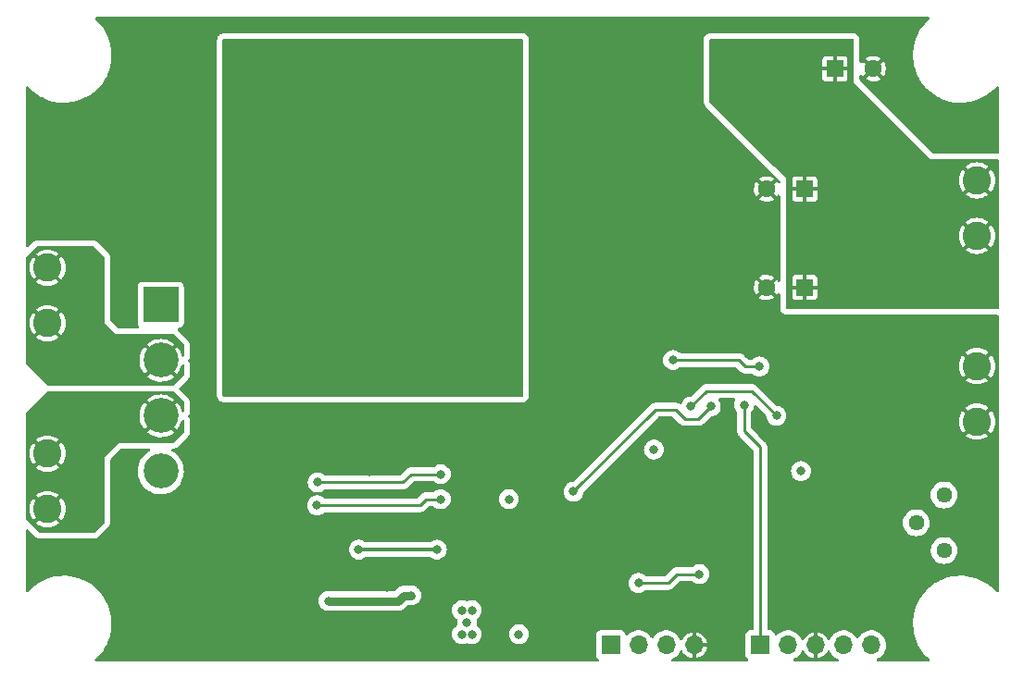
<source format=gbl>
%TF.GenerationSoftware,KiCad,Pcbnew,6.0.8-f2edbf62ab~116~ubuntu20.04.1*%
%TF.CreationDate,2022-10-11T00:42:45-04:00*%
%TF.ProjectId,Linear_PSU_APFC_Pre_Reg,4c696e65-6172-45f5-9053-555f41504643,rev?*%
%TF.SameCoordinates,Original*%
%TF.FileFunction,Copper,L4,Bot*%
%TF.FilePolarity,Positive*%
%FSLAX46Y46*%
G04 Gerber Fmt 4.6, Leading zero omitted, Abs format (unit mm)*
G04 Created by KiCad (PCBNEW 6.0.8-f2edbf62ab~116~ubuntu20.04.1) date 2022-10-11 00:42:45*
%MOMM*%
%LPD*%
G01*
G04 APERTURE LIST*
%TA.AperFunction,ComponentPad*%
%ADD10R,1.600000X1.600000*%
%TD*%
%TA.AperFunction,ComponentPad*%
%ADD11C,1.600000*%
%TD*%
%TA.AperFunction,ComponentPad*%
%ADD12R,3.200000X3.200000*%
%TD*%
%TA.AperFunction,ComponentPad*%
%ADD13C,3.200000*%
%TD*%
%TA.AperFunction,ComponentPad*%
%ADD14R,1.700000X1.700000*%
%TD*%
%TA.AperFunction,ComponentPad*%
%ADD15O,1.700000X1.700000*%
%TD*%
%TA.AperFunction,ComponentPad*%
%ADD16C,2.600000*%
%TD*%
%TA.AperFunction,ComponentPad*%
%ADD17C,1.440000*%
%TD*%
%TA.AperFunction,ViaPad*%
%ADD18C,0.800000*%
%TD*%
%TA.AperFunction,Conductor*%
%ADD19C,0.250000*%
%TD*%
%TA.AperFunction,Conductor*%
%ADD20C,0.750000*%
%TD*%
%TA.AperFunction,Conductor*%
%ADD21C,0.350000*%
%TD*%
G04 APERTURE END LIST*
D10*
%TO.P,C22,1*%
%TO.N,/VOUT*%
X134250000Y-67750000D03*
D11*
%TO.P,C22,2*%
%TO.N,GND*%
X130750000Y-67750000D03*
%TD*%
D10*
%TO.P,C20,1*%
%TO.N,/VOUT*%
X137000000Y-47750000D03*
D11*
%TO.P,C20,2*%
%TO.N,GND*%
X140500000Y-47750000D03*
%TD*%
D12*
%TO.P,D1,1,+*%
%TO.N,/VIN_RECT*%
X75350000Y-69350000D03*
D13*
%TO.P,D1,2*%
%TO.N,/AC_IN_2*%
X75350000Y-74430000D03*
%TO.P,D1,3*%
%TO.N,/AC_IN_1*%
X75350000Y-79510000D03*
%TO.P,D1,4,-*%
%TO.N,Net-(D1-Pad4)*%
X75350000Y-84590000D03*
%TD*%
D14*
%TO.P,J1,1,Pin_1*%
%TO.N,/MCLR*%
X130175000Y-100500000D03*
D15*
%TO.P,J1,2,Pin_2*%
%TO.N,+3.3V*%
X132715000Y-100500000D03*
%TO.P,J1,3,Pin_3*%
%TO.N,GND*%
X135255000Y-100500000D03*
%TO.P,J1,4,Pin_4*%
%TO.N,/PGD*%
X137795000Y-100500000D03*
%TO.P,J1,5,Pin_5*%
%TO.N,/PGC*%
X140335000Y-100500000D03*
%TD*%
D10*
%TO.P,C21,1*%
%TO.N,/VOUT*%
X134250000Y-58750000D03*
D11*
%TO.P,C21,2*%
%TO.N,GND*%
X130750000Y-58750000D03*
%TD*%
D16*
%TO.P,J6,1,Pin_1*%
%TO.N,GND*%
X150000000Y-80040000D03*
X150000000Y-74960000D03*
%TD*%
%TO.P,J5,1,Pin_1*%
%TO.N,/VOUT*%
X150000000Y-63040000D03*
X150000000Y-57960000D03*
%TD*%
%TO.P,J2,1,Pin_1*%
%TO.N,/AC_IN_1*%
X65000000Y-82960000D03*
X65000000Y-88040000D03*
%TD*%
D14*
%TO.P,J4,1,Pin_1*%
%TO.N,+3.3V*%
X116500000Y-100500000D03*
D15*
%TO.P,J4,2,Pin_2*%
%TO.N,/UART1_TX*%
X119040000Y-100500000D03*
%TO.P,J4,3,Pin_3*%
%TO.N,/UART1_RX*%
X121580000Y-100500000D03*
%TO.P,J4,4,Pin_4*%
%TO.N,GND*%
X124120000Y-100500000D03*
%TD*%
D16*
%TO.P,J3,1,Pin_1*%
%TO.N,/AC_IN_2*%
X65000000Y-71040000D03*
X65000000Y-65960000D03*
%TD*%
D17*
%TO.P,RV1,1,1*%
%TO.N,+3.3V*%
X146985000Y-86760000D03*
%TO.P,RV1,2,2*%
%TO.N,/VOUT_SETPT*%
X144445000Y-89300000D03*
%TO.P,RV1,3,3*%
%TO.N,Net-(R9-Pad1)*%
X146985000Y-91840000D03*
%TD*%
D18*
%TO.N,GND*%
X63450000Y-55700000D03*
X64200000Y-57250000D03*
X64250000Y-54150000D03*
X147650000Y-52500000D03*
X147000000Y-51850000D03*
X146350000Y-51200000D03*
%TO.N,/SW*%
X94300000Y-46999998D03*
X94300000Y-48916668D03*
X94300000Y-50833334D03*
X94300000Y-54666666D03*
X94300000Y-58499998D03*
X94300000Y-52750000D03*
X94300000Y-56583332D03*
%TO.N,GND*%
X117999998Y-71750000D03*
X123750000Y-71750000D03*
X121833330Y-71750000D03*
X119916664Y-71750000D03*
X116083332Y-71750000D03*
X114166666Y-71750000D03*
X112250000Y-71750000D03*
%TO.N,/VOUT*%
X127000000Y-45850000D03*
X127000000Y-48650000D03*
%TO.N,GND*%
X121900000Y-80150000D03*
X125050000Y-83900000D03*
X105800000Y-95550000D03*
X144400000Y-72950000D03*
X99100000Y-89850000D03*
X141000000Y-72950000D03*
X65700000Y-59100000D03*
X145650000Y-72950000D03*
X84350000Y-83450000D03*
X94450000Y-84650000D03*
X104850000Y-94800000D03*
X138000000Y-91850000D03*
X121150000Y-86150000D03*
X96750000Y-83950000D03*
X128850000Y-83900000D03*
X108100000Y-94475000D03*
X80450000Y-90650000D03*
X116600000Y-89362500D03*
X97800000Y-82700000D03*
X84350000Y-81750000D03*
X97800000Y-79750000D03*
X96050000Y-95250000D03*
X106000000Y-84700000D03*
X97950000Y-86500000D03*
X97800000Y-83700000D03*
X99600000Y-93050000D03*
X126550000Y-75850000D03*
X83462500Y-84450000D03*
X117750000Y-91112500D03*
X138150000Y-76400000D03*
X103200000Y-83700000D03*
X84350000Y-84300000D03*
X90700000Y-92350000D03*
X122550000Y-89250000D03*
X142200000Y-72950000D03*
X83462500Y-81600000D03*
X97800000Y-80700000D03*
X65700000Y-60050000D03*
X126950000Y-85800000D03*
X84350000Y-90650000D03*
X84350000Y-82600000D03*
X124750000Y-75850000D03*
X97800000Y-81700000D03*
X82400000Y-87800000D03*
X133950000Y-86112500D03*
X118000000Y-83900000D03*
X126950000Y-82000000D03*
X132600000Y-77762500D03*
X107050000Y-85600000D03*
X126950000Y-83900000D03*
%TO.N,+3.3V*%
X103800000Y-99500000D03*
X120450000Y-82600000D03*
X103350000Y-98400000D03*
X108100000Y-99500000D03*
X102900000Y-97300000D03*
X103800000Y-97300000D03*
X102900000Y-99500000D03*
X107187500Y-87137500D03*
X133900000Y-84562500D03*
%TO.N,/I_SHAPE*%
X113100000Y-86450000D03*
X125650000Y-78650000D03*
%TO.N,/+17V*%
X98250000Y-95950000D03*
X90700000Y-96450000D03*
%TO.N,/VIN_RECT*%
X100600000Y-91750000D03*
X93450000Y-91750000D03*
%TO.N,/SW*%
X102500000Y-67000000D03*
X95750000Y-72000000D03*
X101100000Y-63400000D03*
X107050000Y-50950000D03*
X94200000Y-76000000D03*
X95830000Y-76000000D03*
X107050000Y-47800000D03*
X102500000Y-69000000D03*
X98996666Y-76000000D03*
X89450000Y-76000000D03*
X98966666Y-74000000D03*
X102500000Y-71000000D03*
X107050000Y-46750000D03*
X107050000Y-48850000D03*
X102500000Y-73000000D03*
X87250000Y-63400000D03*
X107050000Y-49900000D03*
X107050000Y-45700000D03*
X102500000Y-65000000D03*
X91033333Y-76000000D03*
X85800000Y-67000000D03*
X94200000Y-70000000D03*
X97383333Y-68000000D03*
X89450000Y-70000000D03*
X92586666Y-68000000D03*
X85800000Y-75000000D03*
X98916666Y-70000000D03*
X102500000Y-75000000D03*
X102500000Y-77000000D03*
X92666666Y-72000000D03*
X94170000Y-68000000D03*
X89500000Y-74000000D03*
X85800000Y-69000000D03*
X97413333Y-76000000D03*
X92616666Y-76000000D03*
X85800000Y-77000000D03*
X94250000Y-72000000D03*
X85800000Y-65000000D03*
X98916666Y-72000000D03*
X95800000Y-68000000D03*
X89500000Y-72000000D03*
X91083333Y-72000000D03*
X97333333Y-72000000D03*
X91003333Y-68000000D03*
X98966666Y-68000000D03*
X85800000Y-71000000D03*
X89420000Y-68000000D03*
X85800000Y-73000000D03*
X94250000Y-74000000D03*
%TO.N,/VOUT_SETPT*%
X131650000Y-79500000D03*
X123850000Y-78650000D03*
%TO.N,/VOUT*%
X128750000Y-46300000D03*
X128750000Y-48200000D03*
X145750000Y-68000000D03*
X144300000Y-68000000D03*
X142300000Y-68000000D03*
X140950000Y-68000000D03*
X128750000Y-47250000D03*
%TO.N,/MCLR*%
X128700000Y-78500000D03*
%TO.N,/UART1_TX*%
X119040000Y-94810000D03*
X124600000Y-94000000D03*
%TO.N,Net-(NT1-Pad1)*%
X89650000Y-87700000D03*
X100950000Y-87150000D03*
%TO.N,Net-(NT2-Pad1)*%
X89700000Y-85600000D03*
X100950000Y-84850000D03*
%TO.N,/PWM1H*%
X130100000Y-75000000D03*
X122200000Y-74400000D03*
%TD*%
D19*
%TO.N,/MCLR*%
X128700000Y-78500000D02*
X128700000Y-80900000D01*
X128700000Y-80900000D02*
X130175000Y-82375000D01*
X130175000Y-82375000D02*
X130175000Y-100500000D01*
%TO.N,/UART1_TX*%
X124600000Y-94000000D02*
X122550000Y-94000000D01*
X122550000Y-94000000D02*
X121750000Y-94800000D01*
X121750000Y-94800000D02*
X119050000Y-94800000D01*
X119050000Y-94800000D02*
X119040000Y-94810000D01*
%TO.N,/I_SHAPE*%
X124500000Y-79800000D02*
X125650000Y-78650000D01*
X123300000Y-79800000D02*
X124500000Y-79800000D01*
X113100000Y-86450000D02*
X120600000Y-78950000D01*
X122450000Y-78950000D02*
X123300000Y-79800000D01*
X120600000Y-78950000D02*
X122450000Y-78950000D01*
D20*
%TO.N,/+17V*%
X97550000Y-95950000D02*
X97050000Y-96450000D01*
X98250000Y-95950000D02*
X97550000Y-95950000D01*
X97050000Y-96450000D02*
X90700000Y-96450000D01*
D21*
%TO.N,/VIN_RECT*%
X93450000Y-91750000D02*
X100600000Y-91750000D01*
D19*
%TO.N,/VOUT_SETPT*%
X123850000Y-78650000D02*
X125250000Y-77250000D01*
X125250000Y-77250000D02*
X129400000Y-77250000D01*
X129400000Y-77250000D02*
X131650000Y-79500000D01*
%TO.N,Net-(NT1-Pad1)*%
X99600000Y-87150000D02*
X99050000Y-87700000D01*
X100950000Y-87150000D02*
X99600000Y-87150000D01*
X99050000Y-87700000D02*
X89650000Y-87700000D01*
%TO.N,Net-(NT2-Pad1)*%
X97500000Y-85600000D02*
X98250000Y-84850000D01*
X89700000Y-85600000D02*
X97500000Y-85600000D01*
X98250000Y-84850000D02*
X100950000Y-84850000D01*
%TO.N,/PWM1H*%
X128200000Y-74400000D02*
X122200000Y-74400000D01*
X130100000Y-75000000D02*
X128800000Y-75000000D01*
X128800000Y-75000000D02*
X128200000Y-74400000D01*
%TD*%
%TA.AperFunction,Conductor*%
%TO.N,GND*%
G36*
X145615689Y-43028502D02*
G01*
X145662182Y-43082158D01*
X145672286Y-43152432D01*
X145642792Y-43217012D01*
X145629398Y-43230311D01*
X145518501Y-43325026D01*
X145516449Y-43327143D01*
X145516441Y-43327151D01*
X145235001Y-43617574D01*
X145232941Y-43619700D01*
X144976381Y-43939941D01*
X144974752Y-43942421D01*
X144752727Y-44280420D01*
X144752721Y-44280430D01*
X144751096Y-44282904D01*
X144559086Y-44645547D01*
X144402057Y-45024650D01*
X144401189Y-45027473D01*
X144401186Y-45027480D01*
X144282274Y-45414010D01*
X144281401Y-45416848D01*
X144280800Y-45419751D01*
X144280798Y-45419758D01*
X144255334Y-45542723D01*
X144198190Y-45818660D01*
X144153161Y-46226520D01*
X144146716Y-46636807D01*
X144146948Y-46639751D01*
X144146948Y-46639761D01*
X144161204Y-46820899D01*
X144178911Y-47045881D01*
X144249460Y-47450108D01*
X144250244Y-47452975D01*
X144250247Y-47452987D01*
X144356953Y-47843039D01*
X144356956Y-47843049D01*
X144357737Y-47845903D01*
X144358781Y-47848667D01*
X144358785Y-47848678D01*
X144496936Y-48214283D01*
X144502781Y-48229751D01*
X144683305Y-48598246D01*
X144684858Y-48600781D01*
X144684859Y-48600782D01*
X144757659Y-48719580D01*
X144897706Y-48948116D01*
X145144081Y-49276257D01*
X145146081Y-49278455D01*
X145238753Y-49380300D01*
X145420244Y-49579756D01*
X145723743Y-49855919D01*
X146051884Y-50102294D01*
X146401754Y-50316695D01*
X146404433Y-50318007D01*
X146404434Y-50318008D01*
X146532443Y-50380719D01*
X146770249Y-50497219D01*
X146773019Y-50498266D01*
X146773022Y-50498267D01*
X147151322Y-50641215D01*
X147151333Y-50641219D01*
X147154097Y-50642263D01*
X147156951Y-50643044D01*
X147156961Y-50643047D01*
X147547013Y-50749753D01*
X147547025Y-50749756D01*
X147549892Y-50750540D01*
X147954119Y-50821089D01*
X147957067Y-50821321D01*
X148325362Y-50850307D01*
X148325371Y-50850307D01*
X148327819Y-50850500D01*
X148604602Y-50850500D01*
X148606083Y-50850430D01*
X148606090Y-50850430D01*
X148836748Y-50839552D01*
X148909882Y-50836103D01*
X149115534Y-50806834D01*
X149313191Y-50778704D01*
X149313194Y-50778703D01*
X149316127Y-50778286D01*
X149319002Y-50777596D01*
X149319006Y-50777595D01*
X149712246Y-50683187D01*
X149712253Y-50683185D01*
X149715127Y-50682495D01*
X150103342Y-50549579D01*
X150477325Y-50380719D01*
X150479896Y-50379253D01*
X150479901Y-50379250D01*
X150653560Y-50280197D01*
X150833758Y-50177414D01*
X151169476Y-49941467D01*
X151271982Y-49853919D01*
X151479245Y-49676899D01*
X151481499Y-49674974D01*
X151483551Y-49672857D01*
X151483559Y-49672849D01*
X151764999Y-49382426D01*
X151765001Y-49382423D01*
X151767059Y-49380300D01*
X151768913Y-49377985D01*
X151770875Y-49375760D01*
X151772060Y-49376805D01*
X151825175Y-49339573D01*
X151896115Y-49336722D01*
X151957334Y-49372676D01*
X151989397Y-49436020D01*
X151991500Y-49458946D01*
X151991500Y-55360500D01*
X151971498Y-55428621D01*
X151917842Y-55475114D01*
X151865500Y-55486500D01*
X146014888Y-55486500D01*
X145946767Y-55466498D01*
X145925793Y-55449595D01*
X139300405Y-48824207D01*
X139266379Y-48761895D01*
X139263500Y-48735112D01*
X139263500Y-48676827D01*
X139825810Y-48676827D01*
X139835692Y-48689316D01*
X139944112Y-48761760D01*
X139954225Y-48767251D01*
X140137805Y-48846123D01*
X140148738Y-48849675D01*
X140343615Y-48893771D01*
X140355025Y-48895273D01*
X140554676Y-48903117D01*
X140566158Y-48902515D01*
X140763898Y-48873845D01*
X140775081Y-48871160D01*
X140964283Y-48806934D01*
X140974786Y-48802258D01*
X141149117Y-48704629D01*
X141158599Y-48698113D01*
X141167616Y-48690614D01*
X141176067Y-48678031D01*
X141169893Y-48667381D01*
X140512811Y-48010298D01*
X140498868Y-48002685D01*
X140497034Y-48002816D01*
X140490420Y-48007067D01*
X139832003Y-48665485D01*
X139825810Y-48676827D01*
X139263500Y-48676827D01*
X139263500Y-48387354D01*
X139283502Y-48319233D01*
X139337158Y-48272740D01*
X139407432Y-48262636D01*
X139472012Y-48292130D01*
X139498619Y-48324353D01*
X139503140Y-48332183D01*
X139561914Y-48415348D01*
X139572504Y-48423736D01*
X139585803Y-48416709D01*
X140239702Y-47762811D01*
X140246079Y-47751132D01*
X140752685Y-47751132D01*
X140752816Y-47752966D01*
X140757067Y-47759580D01*
X141416223Y-48418735D01*
X141429526Y-48425999D01*
X141439563Y-48418879D01*
X141448113Y-48408599D01*
X141454629Y-48399117D01*
X141552258Y-48224786D01*
X141556934Y-48214283D01*
X141621160Y-48025081D01*
X141623845Y-48013898D01*
X141652811Y-47814118D01*
X141653441Y-47806736D01*
X141654830Y-47753704D01*
X141654587Y-47746305D01*
X141636117Y-47545285D01*
X141634020Y-47533971D01*
X141579785Y-47341670D01*
X141575663Y-47330931D01*
X141487293Y-47151736D01*
X141481278Y-47141919D01*
X141438377Y-47084468D01*
X141427117Y-47076017D01*
X141414701Y-47082787D01*
X140760298Y-47737189D01*
X140752685Y-47751132D01*
X140246079Y-47751132D01*
X140247315Y-47748868D01*
X140247184Y-47747034D01*
X140242933Y-47740420D01*
X139584803Y-47082291D01*
X139571968Y-47075282D01*
X139561276Y-47083080D01*
X139534978Y-47116440D01*
X139528704Y-47126101D01*
X139501008Y-47178742D01*
X139451589Y-47229715D01*
X139382457Y-47245878D01*
X139315560Y-47222099D01*
X139272140Y-47165928D01*
X139263500Y-47120075D01*
X139263500Y-46820684D01*
X139822102Y-46820684D01*
X139827934Y-46830446D01*
X140487189Y-47489702D01*
X140501132Y-47497315D01*
X140502966Y-47497184D01*
X140509580Y-47492933D01*
X141169238Y-46833274D01*
X141175995Y-46820899D01*
X141169965Y-46812843D01*
X141029209Y-46724034D01*
X141018965Y-46718814D01*
X140833385Y-46644775D01*
X140822347Y-46641505D01*
X140626391Y-46602527D01*
X140614944Y-46601324D01*
X140415167Y-46598709D01*
X140403687Y-46599612D01*
X140206780Y-46633447D01*
X140195660Y-46636427D01*
X140008207Y-46705582D01*
X139997829Y-46710532D01*
X139827812Y-46811681D01*
X139822102Y-46820684D01*
X139263500Y-46820684D01*
X139263500Y-45126000D01*
X139252909Y-45027480D01*
X139252128Y-45020215D01*
X139252127Y-45020208D01*
X139251766Y-45016851D01*
X139251048Y-45013550D01*
X139241094Y-44967790D01*
X139241093Y-44967785D01*
X139240380Y-44964509D01*
X139205710Y-44860343D01*
X139126692Y-44737388D01*
X139080199Y-44683732D01*
X139070933Y-44675703D01*
X138976550Y-44593919D01*
X138976547Y-44593917D01*
X138969739Y-44588018D01*
X138836790Y-44527302D01*
X138813036Y-44520327D01*
X138772992Y-44508569D01*
X138772988Y-44508568D01*
X138768669Y-44507300D01*
X138764220Y-44506660D01*
X138764214Y-44506659D01*
X138628447Y-44487139D01*
X138628442Y-44487139D01*
X138624000Y-44486500D01*
X125626000Y-44486500D01*
X125622654Y-44486860D01*
X125622649Y-44486860D01*
X125520215Y-44497872D01*
X125520208Y-44497873D01*
X125516851Y-44498234D01*
X125513551Y-44498952D01*
X125513550Y-44498952D01*
X125467790Y-44508906D01*
X125467785Y-44508907D01*
X125464509Y-44509620D01*
X125360343Y-44544290D01*
X125237388Y-44623308D01*
X125233993Y-44626250D01*
X125233990Y-44626252D01*
X125211723Y-44645547D01*
X125183732Y-44669801D01*
X125180792Y-44673194D01*
X125093919Y-44773450D01*
X125093917Y-44773453D01*
X125088018Y-44780261D01*
X125027302Y-44913210D01*
X125007300Y-44981331D01*
X125006660Y-44985780D01*
X125006659Y-44985786D01*
X124987139Y-45121553D01*
X124986500Y-45126000D01*
X124986500Y-50697810D01*
X124986592Y-50699522D01*
X124989326Y-50750540D01*
X124989441Y-50752692D01*
X124992320Y-50779475D01*
X124992588Y-50781132D01*
X124992590Y-50781143D01*
X125000125Y-50827640D01*
X125000126Y-50827645D01*
X125001116Y-50833752D01*
X125003278Y-50839549D01*
X125003279Y-50839552D01*
X125007363Y-50850500D01*
X125052194Y-50970693D01*
X125086220Y-51033005D01*
X125088915Y-51036605D01*
X125171109Y-51146402D01*
X125171113Y-51146406D01*
X125173806Y-51150004D01*
X131949595Y-57925793D01*
X131983621Y-57988105D01*
X131986500Y-58014888D01*
X131986500Y-58116693D01*
X131966498Y-58184814D01*
X131912842Y-58231307D01*
X131842568Y-58241411D01*
X131777988Y-58211917D01*
X131747494Y-58172421D01*
X131737293Y-58151736D01*
X131731278Y-58141919D01*
X131688377Y-58084468D01*
X131677117Y-58076017D01*
X131664701Y-58082787D01*
X131010298Y-58737189D01*
X131002685Y-58751132D01*
X131002816Y-58752966D01*
X131007067Y-58759580D01*
X131666223Y-59418735D01*
X131679526Y-59425999D01*
X131689563Y-59418879D01*
X131698113Y-59408599D01*
X131704629Y-59399117D01*
X131750565Y-59317092D01*
X131801302Y-59267430D01*
X131870834Y-59253082D01*
X131937085Y-59278604D01*
X131979020Y-59335892D01*
X131986500Y-59378658D01*
X131986500Y-67116693D01*
X131966498Y-67184814D01*
X131912842Y-67231307D01*
X131842568Y-67241411D01*
X131777988Y-67211917D01*
X131747494Y-67172421D01*
X131737293Y-67151736D01*
X131731278Y-67141919D01*
X131688377Y-67084468D01*
X131677117Y-67076017D01*
X131664701Y-67082787D01*
X131010298Y-67737189D01*
X131002685Y-67751132D01*
X131002816Y-67752966D01*
X131007067Y-67759580D01*
X131666223Y-68418735D01*
X131679526Y-68425999D01*
X131689563Y-68418879D01*
X131698113Y-68408599D01*
X131704629Y-68399117D01*
X131750565Y-68317092D01*
X131801302Y-68267430D01*
X131870834Y-68253082D01*
X131937085Y-68278604D01*
X131979020Y-68335892D01*
X131986500Y-68378658D01*
X131986500Y-69624000D01*
X131998234Y-69733149D01*
X132009620Y-69785491D01*
X132044290Y-69889657D01*
X132123308Y-70012612D01*
X132169801Y-70066268D01*
X132173194Y-70069208D01*
X132273450Y-70156081D01*
X132273453Y-70156083D01*
X132280261Y-70161982D01*
X132413210Y-70222698D01*
X132436964Y-70229673D01*
X132477008Y-70241431D01*
X132477012Y-70241432D01*
X132481331Y-70242700D01*
X132485780Y-70243340D01*
X132485786Y-70243341D01*
X132621553Y-70262861D01*
X132621558Y-70262861D01*
X132626000Y-70263500D01*
X151865500Y-70263500D01*
X151933621Y-70283502D01*
X151980114Y-70337158D01*
X151991500Y-70389500D01*
X151991500Y-95547055D01*
X151971498Y-95615176D01*
X151917842Y-95661669D01*
X151847568Y-95671773D01*
X151782988Y-95642279D01*
X151772318Y-95631866D01*
X151579756Y-95420244D01*
X151571857Y-95413056D01*
X151278455Y-95146081D01*
X151276257Y-95144081D01*
X151266017Y-95136392D01*
X150950500Y-94899496D01*
X150950501Y-94899496D01*
X150948116Y-94897706D01*
X150598246Y-94683305D01*
X150496582Y-94633500D01*
X150232419Y-94504088D01*
X150232418Y-94504088D01*
X150229751Y-94502781D01*
X150226978Y-94501733D01*
X149848678Y-94358785D01*
X149848667Y-94358781D01*
X149845903Y-94357737D01*
X149843049Y-94356956D01*
X149843039Y-94356953D01*
X149452987Y-94250247D01*
X149452975Y-94250244D01*
X149450108Y-94249460D01*
X149045881Y-94178911D01*
X149029558Y-94177626D01*
X148674638Y-94149693D01*
X148674629Y-94149693D01*
X148672181Y-94149500D01*
X148395398Y-94149500D01*
X148393917Y-94149570D01*
X148393910Y-94149570D01*
X148175023Y-94159893D01*
X148090118Y-94163897D01*
X147907214Y-94189928D01*
X147686809Y-94221296D01*
X147686806Y-94221297D01*
X147683873Y-94221714D01*
X147680998Y-94222404D01*
X147680994Y-94222405D01*
X147287754Y-94316813D01*
X147287747Y-94316815D01*
X147284873Y-94317505D01*
X146896658Y-94450421D01*
X146522675Y-94619281D01*
X146520104Y-94620747D01*
X146520099Y-94620750D01*
X146407704Y-94684859D01*
X146166242Y-94822586D01*
X145830524Y-95058533D01*
X145828267Y-95060461D01*
X145828264Y-95060463D01*
X145615224Y-95242417D01*
X145518501Y-95325026D01*
X145516449Y-95327143D01*
X145516441Y-95327151D01*
X145278467Y-95572721D01*
X145232941Y-95619700D01*
X144976381Y-95939941D01*
X144965461Y-95956565D01*
X144752727Y-96280420D01*
X144752721Y-96280430D01*
X144751096Y-96282904D01*
X144559086Y-96645547D01*
X144402057Y-97024650D01*
X144401189Y-97027473D01*
X144401186Y-97027480D01*
X144308803Y-97327776D01*
X144281401Y-97416848D01*
X144280800Y-97419751D01*
X144280798Y-97419758D01*
X144227469Y-97677279D01*
X144198190Y-97818660D01*
X144197863Y-97821622D01*
X144156669Y-98194750D01*
X144153161Y-98226520D01*
X144146716Y-98636807D01*
X144146948Y-98639751D01*
X144146948Y-98639761D01*
X144176520Y-99015500D01*
X144178911Y-99045881D01*
X144249460Y-99450108D01*
X144250244Y-99452975D01*
X144250247Y-99452987D01*
X144356953Y-99843039D01*
X144356956Y-99843049D01*
X144357737Y-99845903D01*
X144358781Y-99848667D01*
X144358785Y-99848678D01*
X144481697Y-100173955D01*
X144502781Y-100229751D01*
X144504088Y-100232418D01*
X144504088Y-100232419D01*
X144570898Y-100368794D01*
X144683305Y-100598246D01*
X144684858Y-100600781D01*
X144684859Y-100600782D01*
X144757659Y-100719580D01*
X144897706Y-100948116D01*
X144899496Y-100950500D01*
X145091539Y-101206277D01*
X145144081Y-101276257D01*
X145146081Y-101278455D01*
X145237836Y-101379292D01*
X145420244Y-101579756D01*
X145631857Y-101772309D01*
X145668777Y-101832947D01*
X145667054Y-101903922D01*
X145627232Y-101962699D01*
X145561954Y-101990616D01*
X145547055Y-101991500D01*
X140922160Y-101991500D01*
X140854039Y-101971498D01*
X140807546Y-101917842D01*
X140797442Y-101847568D01*
X140826936Y-101782988D01*
X140866728Y-101752349D01*
X141028346Y-101673173D01*
X141032994Y-101670896D01*
X141214860Y-101541173D01*
X141373096Y-101383489D01*
X141432594Y-101300689D01*
X141500435Y-101206277D01*
X141503453Y-101202077D01*
X141510883Y-101187045D01*
X141600136Y-101006453D01*
X141600137Y-101006451D01*
X141602430Y-101001811D01*
X141667370Y-100788069D01*
X141696529Y-100566590D01*
X141698156Y-100500000D01*
X141679852Y-100277361D01*
X141625431Y-100060702D01*
X141536354Y-99855840D01*
X141424775Y-99683365D01*
X141417822Y-99672617D01*
X141417820Y-99672614D01*
X141415014Y-99668277D01*
X141264670Y-99503051D01*
X141260619Y-99499852D01*
X141260615Y-99499848D01*
X141093414Y-99367800D01*
X141093410Y-99367798D01*
X141089359Y-99364598D01*
X141056805Y-99346627D01*
X141035642Y-99334945D01*
X140893789Y-99256638D01*
X140888920Y-99254914D01*
X140888916Y-99254912D01*
X140688087Y-99183795D01*
X140688083Y-99183794D01*
X140683212Y-99182069D01*
X140678119Y-99181162D01*
X140678116Y-99181161D01*
X140468373Y-99143800D01*
X140468367Y-99143799D01*
X140463284Y-99142894D01*
X140389452Y-99141992D01*
X140245081Y-99140228D01*
X140245079Y-99140228D01*
X140239911Y-99140165D01*
X140019091Y-99173955D01*
X139806756Y-99243357D01*
X139776443Y-99259137D01*
X139625099Y-99337922D01*
X139608607Y-99346507D01*
X139604474Y-99349610D01*
X139604471Y-99349612D01*
X139456934Y-99460386D01*
X139429965Y-99480635D01*
X139390203Y-99522243D01*
X139318729Y-99597037D01*
X139275629Y-99642138D01*
X139168201Y-99799621D01*
X139113293Y-99844621D01*
X139042768Y-99852792D01*
X138979021Y-99821538D01*
X138958324Y-99797054D01*
X138877822Y-99672617D01*
X138877820Y-99672614D01*
X138875014Y-99668277D01*
X138724670Y-99503051D01*
X138720619Y-99499852D01*
X138720615Y-99499848D01*
X138553414Y-99367800D01*
X138553410Y-99367798D01*
X138549359Y-99364598D01*
X138516805Y-99346627D01*
X138495642Y-99334945D01*
X138353789Y-99256638D01*
X138348920Y-99254914D01*
X138348916Y-99254912D01*
X138148087Y-99183795D01*
X138148083Y-99183794D01*
X138143212Y-99182069D01*
X138138119Y-99181162D01*
X138138116Y-99181161D01*
X137928373Y-99143800D01*
X137928367Y-99143799D01*
X137923284Y-99142894D01*
X137849452Y-99141992D01*
X137705081Y-99140228D01*
X137705079Y-99140228D01*
X137699911Y-99140165D01*
X137479091Y-99173955D01*
X137266756Y-99243357D01*
X137236443Y-99259137D01*
X137085099Y-99337922D01*
X137068607Y-99346507D01*
X137064474Y-99349610D01*
X137064471Y-99349612D01*
X136916934Y-99460386D01*
X136889965Y-99480635D01*
X136850203Y-99522243D01*
X136778729Y-99597037D01*
X136735629Y-99642138D01*
X136609743Y-99826680D01*
X136607567Y-99831369D01*
X136607563Y-99831375D01*
X136551512Y-99952128D01*
X136504688Y-100005495D01*
X136436444Y-100025076D01*
X136368449Y-100004652D01*
X136324218Y-99954807D01*
X136285104Y-99875493D01*
X136279097Y-99865689D01*
X136154047Y-99698227D01*
X136146357Y-99689687D01*
X135992883Y-99547816D01*
X135983758Y-99540815D01*
X135807006Y-99429293D01*
X135796759Y-99424072D01*
X135602642Y-99346627D01*
X135591615Y-99343360D01*
X135447769Y-99314748D01*
X135434894Y-99315900D01*
X135430000Y-99331056D01*
X135430000Y-101669146D01*
X135433966Y-101682652D01*
X135447965Y-101684656D01*
X135530613Y-101672673D01*
X135541809Y-101669985D01*
X135739707Y-101602807D01*
X135750216Y-101598128D01*
X135932552Y-101496015D01*
X135942045Y-101489490D01*
X136102725Y-101355854D01*
X136110854Y-101347725D01*
X136244490Y-101187045D01*
X136251015Y-101177552D01*
X136327464Y-101041042D01*
X136378201Y-100991380D01*
X136447732Y-100977033D01*
X136513983Y-101002554D01*
X136554140Y-101055203D01*
X136576319Y-101109823D01*
X136576323Y-101109831D01*
X136578266Y-101114616D01*
X136616833Y-101177552D01*
X136692291Y-101300688D01*
X136694987Y-101305088D01*
X136841250Y-101473938D01*
X137013126Y-101616632D01*
X137206000Y-101729338D01*
X137210825Y-101731180D01*
X137210826Y-101731181D01*
X137254321Y-101747790D01*
X137310824Y-101790778D01*
X137335117Y-101857489D01*
X137319487Y-101926743D01*
X137268896Y-101976554D01*
X137209372Y-101991500D01*
X133302160Y-101991500D01*
X133234039Y-101971498D01*
X133187546Y-101917842D01*
X133177442Y-101847568D01*
X133206936Y-101782988D01*
X133246728Y-101752349D01*
X133408346Y-101673173D01*
X133412994Y-101670896D01*
X133594860Y-101541173D01*
X133753096Y-101383489D01*
X133812594Y-101300689D01*
X133880435Y-101206277D01*
X133883453Y-101202077D01*
X133929048Y-101109823D01*
X133959909Y-101047379D01*
X134008022Y-100995172D01*
X134076724Y-100977265D01*
X134144200Y-100999343D01*
X134187292Y-101050455D01*
X134208899Y-101097324D01*
X134214649Y-101107285D01*
X134335272Y-101277962D01*
X134342740Y-101286705D01*
X134492446Y-101432543D01*
X134501380Y-101439777D01*
X134675152Y-101555889D01*
X134685265Y-101561380D01*
X134877288Y-101643879D01*
X134888221Y-101647431D01*
X135062332Y-101686828D01*
X135076405Y-101685939D01*
X135080000Y-101676540D01*
X135080000Y-99330512D01*
X135076194Y-99317550D01*
X135061278Y-99315614D01*
X134948777Y-99334945D01*
X134937669Y-99337922D01*
X134741592Y-99410258D01*
X134731210Y-99415210D01*
X134551604Y-99522064D01*
X134542292Y-99528829D01*
X134385163Y-99666629D01*
X134377246Y-99674972D01*
X134247862Y-99839095D01*
X134241594Y-99848747D01*
X134184143Y-99957943D01*
X134134724Y-100008915D01*
X134065591Y-100025078D01*
X133998695Y-100001299D01*
X133957087Y-99949520D01*
X133916354Y-99855840D01*
X133804775Y-99683365D01*
X133797822Y-99672617D01*
X133797820Y-99672614D01*
X133795014Y-99668277D01*
X133644670Y-99503051D01*
X133640619Y-99499852D01*
X133640615Y-99499848D01*
X133473414Y-99367800D01*
X133473410Y-99367798D01*
X133469359Y-99364598D01*
X133436805Y-99346627D01*
X133415642Y-99334945D01*
X133273789Y-99256638D01*
X133268920Y-99254914D01*
X133268916Y-99254912D01*
X133068087Y-99183795D01*
X133068083Y-99183794D01*
X133063212Y-99182069D01*
X133058119Y-99181162D01*
X133058116Y-99181161D01*
X132848373Y-99143800D01*
X132848367Y-99143799D01*
X132843284Y-99142894D01*
X132769452Y-99141992D01*
X132625081Y-99140228D01*
X132625079Y-99140228D01*
X132619911Y-99140165D01*
X132399091Y-99173955D01*
X132186756Y-99243357D01*
X132156443Y-99259137D01*
X132005099Y-99337922D01*
X131988607Y-99346507D01*
X131984474Y-99349610D01*
X131984471Y-99349612D01*
X131836934Y-99460386D01*
X131809965Y-99480635D01*
X131745766Y-99547816D01*
X131729283Y-99565064D01*
X131667759Y-99600494D01*
X131596846Y-99597037D01*
X131539060Y-99555791D01*
X131520207Y-99522243D01*
X131478767Y-99411703D01*
X131475615Y-99403295D01*
X131388261Y-99286739D01*
X131271705Y-99199385D01*
X131135316Y-99148255D01*
X131073134Y-99141500D01*
X130934500Y-99141500D01*
X130866379Y-99121498D01*
X130819886Y-99067842D01*
X130808500Y-99015500D01*
X130808500Y-91840000D01*
X145751807Y-91840000D01*
X145770542Y-92054142D01*
X145771966Y-92059455D01*
X145771966Y-92059457D01*
X145788606Y-92121556D01*
X145826178Y-92261777D01*
X145828500Y-92266757D01*
X145828501Y-92266759D01*
X145906350Y-92433705D01*
X145917024Y-92456596D01*
X146040319Y-92632681D01*
X146192319Y-92784681D01*
X146368403Y-92907976D01*
X146373381Y-92910297D01*
X146373384Y-92910299D01*
X146558241Y-92996499D01*
X146563223Y-92998822D01*
X146568531Y-93000244D01*
X146568533Y-93000245D01*
X146765543Y-93053034D01*
X146765545Y-93053034D01*
X146770858Y-93054458D01*
X146985000Y-93073193D01*
X147199142Y-93054458D01*
X147204455Y-93053034D01*
X147204457Y-93053034D01*
X147401467Y-93000245D01*
X147401469Y-93000244D01*
X147406777Y-92998822D01*
X147411759Y-92996499D01*
X147596616Y-92910299D01*
X147596619Y-92910297D01*
X147601597Y-92907976D01*
X147777681Y-92784681D01*
X147929681Y-92632681D01*
X148052976Y-92456596D01*
X148063651Y-92433705D01*
X148141499Y-92266759D01*
X148141500Y-92266757D01*
X148143822Y-92261777D01*
X148181395Y-92121556D01*
X148198034Y-92059457D01*
X148198034Y-92059455D01*
X148199458Y-92054142D01*
X148218193Y-91840000D01*
X148199458Y-91625858D01*
X148181831Y-91560072D01*
X148145245Y-91423533D01*
X148145244Y-91423531D01*
X148143822Y-91418223D01*
X148141499Y-91413241D01*
X148055299Y-91228385D01*
X148055297Y-91228382D01*
X148052976Y-91223404D01*
X147929681Y-91047319D01*
X147777681Y-90895319D01*
X147601597Y-90772024D01*
X147596619Y-90769703D01*
X147596616Y-90769701D01*
X147411759Y-90683501D01*
X147411758Y-90683500D01*
X147406777Y-90681178D01*
X147401469Y-90679756D01*
X147401467Y-90679755D01*
X147204457Y-90626966D01*
X147204455Y-90626966D01*
X147199142Y-90625542D01*
X146985000Y-90606807D01*
X146770858Y-90625542D01*
X146765545Y-90626966D01*
X146765543Y-90626966D01*
X146568533Y-90679755D01*
X146568531Y-90679756D01*
X146563223Y-90681178D01*
X146558243Y-90683500D01*
X146558241Y-90683501D01*
X146373385Y-90769701D01*
X146373382Y-90769703D01*
X146368404Y-90772024D01*
X146192319Y-90895319D01*
X146040319Y-91047319D01*
X145917024Y-91223404D01*
X145914703Y-91228382D01*
X145914701Y-91228385D01*
X145828501Y-91413241D01*
X145826178Y-91418223D01*
X145824756Y-91423531D01*
X145824755Y-91423533D01*
X145788169Y-91560072D01*
X145770542Y-91625858D01*
X145751807Y-91840000D01*
X130808500Y-91840000D01*
X130808500Y-89300000D01*
X143211807Y-89300000D01*
X143230542Y-89514142D01*
X143231966Y-89519455D01*
X143231966Y-89519457D01*
X143250728Y-89589475D01*
X143286178Y-89721777D01*
X143377024Y-89916596D01*
X143500319Y-90092681D01*
X143652319Y-90244681D01*
X143828403Y-90367976D01*
X143833381Y-90370297D01*
X143833384Y-90370299D01*
X144018241Y-90456499D01*
X144023223Y-90458822D01*
X144028531Y-90460244D01*
X144028533Y-90460245D01*
X144225543Y-90513034D01*
X144225545Y-90513034D01*
X144230858Y-90514458D01*
X144445000Y-90533193D01*
X144659142Y-90514458D01*
X144664455Y-90513034D01*
X144664457Y-90513034D01*
X144861467Y-90460245D01*
X144861469Y-90460244D01*
X144866777Y-90458822D01*
X144871759Y-90456499D01*
X145056616Y-90370299D01*
X145056619Y-90370297D01*
X145061597Y-90367976D01*
X145237681Y-90244681D01*
X145389681Y-90092681D01*
X145512976Y-89916596D01*
X145603822Y-89721777D01*
X145639273Y-89589475D01*
X145658034Y-89519457D01*
X145658034Y-89519455D01*
X145659458Y-89514142D01*
X145678193Y-89300000D01*
X145659458Y-89085858D01*
X145603822Y-88878223D01*
X145512976Y-88683404D01*
X145389681Y-88507319D01*
X145237681Y-88355319D01*
X145061597Y-88232024D01*
X145056619Y-88229703D01*
X145056616Y-88229701D01*
X144871759Y-88143501D01*
X144871758Y-88143500D01*
X144866777Y-88141178D01*
X144861469Y-88139756D01*
X144861467Y-88139755D01*
X144664457Y-88086966D01*
X144664455Y-88086966D01*
X144659142Y-88085542D01*
X144445000Y-88066807D01*
X144230858Y-88085542D01*
X144225545Y-88086966D01*
X144225543Y-88086966D01*
X144028533Y-88139755D01*
X144028531Y-88139756D01*
X144023223Y-88141178D01*
X144018243Y-88143500D01*
X144018241Y-88143501D01*
X143833385Y-88229701D01*
X143833382Y-88229703D01*
X143828404Y-88232024D01*
X143652319Y-88355319D01*
X143500319Y-88507319D01*
X143377024Y-88683404D01*
X143286178Y-88878223D01*
X143230542Y-89085858D01*
X143211807Y-89300000D01*
X130808500Y-89300000D01*
X130808500Y-86760000D01*
X145751807Y-86760000D01*
X145770542Y-86974142D01*
X145771966Y-86979455D01*
X145771966Y-86979457D01*
X145819847Y-87158148D01*
X145826178Y-87181777D01*
X145828500Y-87186757D01*
X145828501Y-87186759D01*
X145908586Y-87358500D01*
X145917024Y-87376596D01*
X146040319Y-87552681D01*
X146192319Y-87704681D01*
X146368403Y-87827976D01*
X146373381Y-87830297D01*
X146373384Y-87830299D01*
X146558241Y-87916499D01*
X146563223Y-87918822D01*
X146568531Y-87920244D01*
X146568533Y-87920245D01*
X146765543Y-87973034D01*
X146765545Y-87973034D01*
X146770858Y-87974458D01*
X146985000Y-87993193D01*
X147199142Y-87974458D01*
X147204455Y-87973034D01*
X147204457Y-87973034D01*
X147401467Y-87920245D01*
X147401469Y-87920244D01*
X147406777Y-87918822D01*
X147411759Y-87916499D01*
X147596616Y-87830299D01*
X147596619Y-87830297D01*
X147601597Y-87827976D01*
X147777681Y-87704681D01*
X147929681Y-87552681D01*
X148052976Y-87376596D01*
X148061415Y-87358500D01*
X148141499Y-87186759D01*
X148141500Y-87186757D01*
X148143822Y-87181777D01*
X148150154Y-87158148D01*
X148198034Y-86979457D01*
X148198034Y-86979455D01*
X148199458Y-86974142D01*
X148218193Y-86760000D01*
X148199458Y-86545858D01*
X148195618Y-86531526D01*
X148145245Y-86343533D01*
X148145244Y-86343531D01*
X148143822Y-86338223D01*
X148124623Y-86297050D01*
X148055299Y-86148385D01*
X148055297Y-86148382D01*
X148052976Y-86143404D01*
X147929681Y-85967319D01*
X147777681Y-85815319D01*
X147601597Y-85692024D01*
X147596619Y-85689703D01*
X147596616Y-85689701D01*
X147411759Y-85603501D01*
X147411758Y-85603500D01*
X147406777Y-85601178D01*
X147401469Y-85599756D01*
X147401467Y-85599755D01*
X147204457Y-85546966D01*
X147204455Y-85546966D01*
X147199142Y-85545542D01*
X146985000Y-85526807D01*
X146770858Y-85545542D01*
X146765545Y-85546966D01*
X146765543Y-85546966D01*
X146568533Y-85599755D01*
X146568531Y-85599756D01*
X146563223Y-85601178D01*
X146558243Y-85603500D01*
X146558241Y-85603501D01*
X146373385Y-85689701D01*
X146373382Y-85689703D01*
X146368404Y-85692024D01*
X146192319Y-85815319D01*
X146040319Y-85967319D01*
X145917024Y-86143404D01*
X145914703Y-86148382D01*
X145914701Y-86148385D01*
X145845377Y-86297050D01*
X145826178Y-86338223D01*
X145824756Y-86343531D01*
X145824755Y-86343533D01*
X145774382Y-86531526D01*
X145770542Y-86545858D01*
X145751807Y-86760000D01*
X130808500Y-86760000D01*
X130808500Y-84562500D01*
X132986496Y-84562500D01*
X132987186Y-84569065D01*
X133004228Y-84731206D01*
X133006458Y-84752428D01*
X133065473Y-84934056D01*
X133068776Y-84939778D01*
X133068777Y-84939779D01*
X133102686Y-84998510D01*
X133160960Y-85099444D01*
X133165378Y-85104351D01*
X133165379Y-85104352D01*
X133252264Y-85200848D01*
X133288747Y-85241366D01*
X133443248Y-85353618D01*
X133449276Y-85356302D01*
X133449278Y-85356303D01*
X133584787Y-85416635D01*
X133617712Y-85431294D01*
X133711113Y-85451147D01*
X133798056Y-85469628D01*
X133798061Y-85469628D01*
X133804513Y-85471000D01*
X133995487Y-85471000D01*
X134001939Y-85469628D01*
X134001944Y-85469628D01*
X134088887Y-85451147D01*
X134182288Y-85431294D01*
X134215213Y-85416635D01*
X134350722Y-85356303D01*
X134350724Y-85356302D01*
X134356752Y-85353618D01*
X134511253Y-85241366D01*
X134547736Y-85200848D01*
X134634621Y-85104352D01*
X134634622Y-85104351D01*
X134639040Y-85099444D01*
X134697314Y-84998510D01*
X134731223Y-84939779D01*
X134731224Y-84939778D01*
X134734527Y-84934056D01*
X134793542Y-84752428D01*
X134795773Y-84731206D01*
X134812814Y-84569065D01*
X134813504Y-84562500D01*
X134805330Y-84484729D01*
X134794232Y-84379135D01*
X134794232Y-84379133D01*
X134793542Y-84372572D01*
X134734527Y-84190944D01*
X134639040Y-84025556D01*
X134631895Y-84017620D01*
X134515675Y-83888545D01*
X134515674Y-83888544D01*
X134511253Y-83883634D01*
X134356752Y-83771382D01*
X134350724Y-83768698D01*
X134350722Y-83768697D01*
X134188319Y-83696391D01*
X134188318Y-83696391D01*
X134182288Y-83693706D01*
X134088887Y-83673853D01*
X134001944Y-83655372D01*
X134001939Y-83655372D01*
X133995487Y-83654000D01*
X133804513Y-83654000D01*
X133798061Y-83655372D01*
X133798056Y-83655372D01*
X133711113Y-83673853D01*
X133617712Y-83693706D01*
X133611682Y-83696391D01*
X133611681Y-83696391D01*
X133449278Y-83768697D01*
X133449276Y-83768698D01*
X133443248Y-83771382D01*
X133288747Y-83883634D01*
X133284326Y-83888544D01*
X133284325Y-83888545D01*
X133168106Y-84017620D01*
X133160960Y-84025556D01*
X133065473Y-84190944D01*
X133006458Y-84372572D01*
X133005768Y-84379133D01*
X133005768Y-84379135D01*
X132994670Y-84484729D01*
X132986496Y-84562500D01*
X130808500Y-84562500D01*
X130808500Y-82453767D01*
X130809027Y-82442584D01*
X130810702Y-82435091D01*
X130809948Y-82411085D01*
X130808562Y-82367014D01*
X130808500Y-82363055D01*
X130808500Y-82335144D01*
X130807995Y-82331144D01*
X130807062Y-82319301D01*
X130805922Y-82283030D01*
X130805673Y-82275111D01*
X130800021Y-82255657D01*
X130796013Y-82236300D01*
X130794468Y-82224070D01*
X130794468Y-82224069D01*
X130793474Y-82216203D01*
X130790555Y-82208830D01*
X130777196Y-82175088D01*
X130773351Y-82163858D01*
X130763229Y-82129017D01*
X130763229Y-82129016D01*
X130761018Y-82121407D01*
X130756985Y-82114588D01*
X130756983Y-82114583D01*
X130750707Y-82103972D01*
X130742012Y-82086224D01*
X130734552Y-82067383D01*
X130727843Y-82058148D01*
X130708564Y-82031613D01*
X130702048Y-82021693D01*
X130683580Y-81990465D01*
X130683578Y-81990462D01*
X130679542Y-81983638D01*
X130665221Y-81969317D01*
X130652380Y-81954283D01*
X130645131Y-81944306D01*
X130640472Y-81937893D01*
X130606395Y-81909702D01*
X130597616Y-81901712D01*
X130020968Y-81325064D01*
X148968568Y-81325064D01*
X148975356Y-81334765D01*
X149023390Y-81375790D01*
X149031372Y-81381590D01*
X149244379Y-81512121D01*
X149253173Y-81516602D01*
X149483972Y-81612202D01*
X149493357Y-81615251D01*
X149736272Y-81673570D01*
X149746019Y-81675113D01*
X149995070Y-81694714D01*
X150004930Y-81694714D01*
X150253981Y-81675113D01*
X150263728Y-81673570D01*
X150506643Y-81615251D01*
X150516028Y-81612202D01*
X150746827Y-81516602D01*
X150755621Y-81512121D01*
X150968628Y-81381590D01*
X150976610Y-81375790D01*
X151023076Y-81336105D01*
X151031506Y-81323192D01*
X151025498Y-81312985D01*
X150012812Y-80300299D01*
X149998868Y-80292685D01*
X149997035Y-80292816D01*
X149990420Y-80297067D01*
X148975960Y-81311527D01*
X148968568Y-81325064D01*
X130020968Y-81325064D01*
X129370405Y-80674500D01*
X129336379Y-80612188D01*
X129333500Y-80585405D01*
X129333500Y-79202524D01*
X129353502Y-79134403D01*
X129365858Y-79118221D01*
X129439040Y-79036944D01*
X129534527Y-78871556D01*
X129593542Y-78689928D01*
X129599263Y-78635496D01*
X129626276Y-78569839D01*
X129684498Y-78529210D01*
X129755443Y-78526507D01*
X129813668Y-78559572D01*
X130702878Y-79448782D01*
X130736904Y-79511094D01*
X130739092Y-79524703D01*
X130742500Y-79557128D01*
X130751069Y-79638650D01*
X130756458Y-79689928D01*
X130815473Y-79871556D01*
X130910960Y-80036944D01*
X130915378Y-80041851D01*
X130915379Y-80041852D01*
X131034325Y-80173955D01*
X131038747Y-80178866D01*
X131111047Y-80231395D01*
X131181044Y-80282251D01*
X131193248Y-80291118D01*
X131199276Y-80293802D01*
X131199278Y-80293803D01*
X131361681Y-80366109D01*
X131367712Y-80368794D01*
X131448744Y-80386018D01*
X131548056Y-80407128D01*
X131548061Y-80407128D01*
X131554513Y-80408500D01*
X131745487Y-80408500D01*
X131751939Y-80407128D01*
X131751944Y-80407128D01*
X131851256Y-80386018D01*
X131932288Y-80368794D01*
X131938319Y-80366109D01*
X132100722Y-80293803D01*
X132100724Y-80293802D01*
X132106752Y-80291118D01*
X132118957Y-80282251D01*
X132188953Y-80231395D01*
X132261253Y-80178866D01*
X132265675Y-80173955D01*
X132381850Y-80044930D01*
X148345286Y-80044930D01*
X148364887Y-80293981D01*
X148366430Y-80303728D01*
X148424749Y-80546643D01*
X148427798Y-80556028D01*
X148523398Y-80786827D01*
X148527879Y-80795621D01*
X148658410Y-81008628D01*
X148664210Y-81016610D01*
X148703895Y-81063076D01*
X148716808Y-81071506D01*
X148727015Y-81065498D01*
X149739701Y-80052812D01*
X149746079Y-80041132D01*
X150252685Y-80041132D01*
X150252816Y-80042965D01*
X150257067Y-80049580D01*
X151271527Y-81064040D01*
X151285064Y-81071432D01*
X151294765Y-81064644D01*
X151335790Y-81016610D01*
X151341590Y-81008628D01*
X151472121Y-80795621D01*
X151476602Y-80786827D01*
X151572202Y-80556028D01*
X151575251Y-80546643D01*
X151633570Y-80303728D01*
X151635113Y-80293981D01*
X151654714Y-80044930D01*
X151654714Y-80035070D01*
X151635113Y-79786019D01*
X151633570Y-79776272D01*
X151575251Y-79533357D01*
X151572202Y-79523972D01*
X151476602Y-79293173D01*
X151472121Y-79284379D01*
X151341590Y-79071372D01*
X151335790Y-79063390D01*
X151296105Y-79016924D01*
X151283192Y-79008494D01*
X151272985Y-79014502D01*
X150260299Y-80027188D01*
X150252685Y-80041132D01*
X149746079Y-80041132D01*
X149747315Y-80038868D01*
X149747184Y-80037035D01*
X149742933Y-80030420D01*
X148728473Y-79015960D01*
X148714936Y-79008568D01*
X148705235Y-79015356D01*
X148664210Y-79063390D01*
X148658410Y-79071372D01*
X148527879Y-79284379D01*
X148523398Y-79293173D01*
X148427798Y-79523972D01*
X148424749Y-79533357D01*
X148366430Y-79776272D01*
X148364887Y-79786019D01*
X148345286Y-80035070D01*
X148345286Y-80044930D01*
X132381850Y-80044930D01*
X132384621Y-80041852D01*
X132384622Y-80041851D01*
X132389040Y-80036944D01*
X132484527Y-79871556D01*
X132543542Y-79689928D01*
X132548932Y-79638650D01*
X132562814Y-79506565D01*
X132563504Y-79500000D01*
X132551375Y-79384596D01*
X132544232Y-79316635D01*
X132544232Y-79316633D01*
X132543542Y-79310072D01*
X132484527Y-79128444D01*
X132389040Y-78963056D01*
X132261253Y-78821134D01*
X132172716Y-78756808D01*
X148968494Y-78756808D01*
X148974502Y-78767015D01*
X149987188Y-79779701D01*
X150001132Y-79787315D01*
X150002965Y-79787184D01*
X150009580Y-79782933D01*
X151024040Y-78768473D01*
X151031432Y-78754936D01*
X151024644Y-78745235D01*
X150976610Y-78704210D01*
X150968628Y-78698410D01*
X150755621Y-78567879D01*
X150746827Y-78563398D01*
X150516028Y-78467798D01*
X150506643Y-78464749D01*
X150263728Y-78406430D01*
X150253981Y-78404887D01*
X150004930Y-78385286D01*
X149995070Y-78385286D01*
X149746019Y-78404887D01*
X149736272Y-78406430D01*
X149493357Y-78464749D01*
X149483972Y-78467798D01*
X149253173Y-78563398D01*
X149244379Y-78567879D01*
X149031372Y-78698410D01*
X149023390Y-78704210D01*
X148976924Y-78743895D01*
X148968494Y-78756808D01*
X132172716Y-78756808D01*
X132106752Y-78708882D01*
X132100724Y-78706198D01*
X132100722Y-78706197D01*
X131938319Y-78633891D01*
X131938318Y-78633891D01*
X131932288Y-78631206D01*
X131838887Y-78611353D01*
X131751944Y-78592872D01*
X131751939Y-78592872D01*
X131745487Y-78591500D01*
X131689594Y-78591500D01*
X131621473Y-78571498D01*
X131600499Y-78554595D01*
X129903652Y-76857747D01*
X129896112Y-76849461D01*
X129892000Y-76842982D01*
X129866034Y-76818598D01*
X129842349Y-76796357D01*
X129839507Y-76793602D01*
X129819770Y-76773865D01*
X129816573Y-76771385D01*
X129807551Y-76763680D01*
X129794122Y-76751069D01*
X129775321Y-76733414D01*
X129768375Y-76729595D01*
X129768372Y-76729593D01*
X129757566Y-76723652D01*
X129741047Y-76712801D01*
X129740583Y-76712441D01*
X129725041Y-76700386D01*
X129717772Y-76697241D01*
X129717768Y-76697238D01*
X129684463Y-76682826D01*
X129673813Y-76677609D01*
X129635060Y-76656305D01*
X129615437Y-76651267D01*
X129596734Y-76644863D01*
X129585420Y-76639967D01*
X129585419Y-76639967D01*
X129578145Y-76636819D01*
X129570322Y-76635580D01*
X129570312Y-76635577D01*
X129534476Y-76629901D01*
X129522856Y-76627495D01*
X129487711Y-76618472D01*
X129487710Y-76618472D01*
X129480030Y-76616500D01*
X129459776Y-76616500D01*
X129440065Y-76614949D01*
X129438582Y-76614714D01*
X129420057Y-76611780D01*
X129390786Y-76614547D01*
X129376039Y-76615941D01*
X129364181Y-76616500D01*
X125328767Y-76616500D01*
X125317584Y-76615973D01*
X125310091Y-76614298D01*
X125302165Y-76614547D01*
X125302164Y-76614547D01*
X125242014Y-76616438D01*
X125238055Y-76616500D01*
X125210144Y-76616500D01*
X125206210Y-76616997D01*
X125206209Y-76616997D01*
X125206144Y-76617005D01*
X125194307Y-76617938D01*
X125162049Y-76618952D01*
X125158030Y-76619078D01*
X125150111Y-76619327D01*
X125130657Y-76624979D01*
X125111300Y-76628987D01*
X125099070Y-76630532D01*
X125099069Y-76630532D01*
X125091203Y-76631526D01*
X125083832Y-76634445D01*
X125083830Y-76634445D01*
X125050088Y-76647804D01*
X125038858Y-76651649D01*
X125004017Y-76661771D01*
X125004016Y-76661771D01*
X124996407Y-76663982D01*
X124989588Y-76668015D01*
X124989583Y-76668017D01*
X124978972Y-76674293D01*
X124961224Y-76682988D01*
X124942383Y-76690448D01*
X124935967Y-76695110D01*
X124935966Y-76695110D01*
X124906613Y-76716436D01*
X124896693Y-76722952D01*
X124865465Y-76741420D01*
X124865462Y-76741422D01*
X124858638Y-76745458D01*
X124844317Y-76759779D01*
X124829284Y-76772619D01*
X124812893Y-76784528D01*
X124807843Y-76790632D01*
X124807838Y-76790637D01*
X124784707Y-76818598D01*
X124776717Y-76827379D01*
X123899499Y-77704596D01*
X123837187Y-77738621D01*
X123810404Y-77741500D01*
X123754513Y-77741500D01*
X123748061Y-77742872D01*
X123748056Y-77742872D01*
X123661113Y-77761353D01*
X123567712Y-77781206D01*
X123561682Y-77783891D01*
X123561681Y-77783891D01*
X123399278Y-77856197D01*
X123399276Y-77856198D01*
X123393248Y-77858882D01*
X123238747Y-77971134D01*
X123234326Y-77976044D01*
X123234325Y-77976045D01*
X123140545Y-78080199D01*
X123110960Y-78113056D01*
X123083598Y-78160448D01*
X123030667Y-78252128D01*
X123015473Y-78278444D01*
X122992227Y-78349988D01*
X122990999Y-78353767D01*
X122950925Y-78412373D01*
X122885529Y-78440010D01*
X122810468Y-78425247D01*
X122807572Y-78423655D01*
X122791047Y-78412801D01*
X122782833Y-78406430D01*
X122775041Y-78400386D01*
X122767772Y-78397241D01*
X122767768Y-78397238D01*
X122734463Y-78382826D01*
X122723813Y-78377609D01*
X122685060Y-78356305D01*
X122675176Y-78353767D01*
X122665438Y-78351267D01*
X122646734Y-78344863D01*
X122635420Y-78339967D01*
X122635419Y-78339967D01*
X122628145Y-78336819D01*
X122620322Y-78335580D01*
X122620312Y-78335577D01*
X122584476Y-78329901D01*
X122572856Y-78327495D01*
X122537711Y-78318472D01*
X122537710Y-78318472D01*
X122530030Y-78316500D01*
X122509776Y-78316500D01*
X122490065Y-78314949D01*
X122477886Y-78313020D01*
X122470057Y-78311780D01*
X122440786Y-78314547D01*
X122426039Y-78315941D01*
X122414181Y-78316500D01*
X120678768Y-78316500D01*
X120667585Y-78315973D01*
X120660092Y-78314298D01*
X120652166Y-78314547D01*
X120652165Y-78314547D01*
X120592002Y-78316438D01*
X120588044Y-78316500D01*
X120560144Y-78316500D01*
X120556154Y-78317004D01*
X120544320Y-78317936D01*
X120500111Y-78319326D01*
X120492497Y-78321538D01*
X120492492Y-78321539D01*
X120480659Y-78324977D01*
X120461296Y-78328988D01*
X120441203Y-78331526D01*
X120433836Y-78334443D01*
X120433831Y-78334444D01*
X120400092Y-78347802D01*
X120388865Y-78351646D01*
X120346407Y-78363982D01*
X120339581Y-78368019D01*
X120328972Y-78374293D01*
X120311224Y-78382988D01*
X120292383Y-78390448D01*
X120285967Y-78395110D01*
X120285966Y-78395110D01*
X120256613Y-78416436D01*
X120246693Y-78422952D01*
X120215465Y-78441420D01*
X120215462Y-78441422D01*
X120208638Y-78445458D01*
X120194317Y-78459779D01*
X120179284Y-78472619D01*
X120162893Y-78484528D01*
X120134702Y-78518605D01*
X120126712Y-78527384D01*
X113149500Y-85504595D01*
X113087188Y-85538621D01*
X113060405Y-85541500D01*
X113004513Y-85541500D01*
X112998061Y-85542872D01*
X112998056Y-85542872D01*
X112911112Y-85561353D01*
X112817712Y-85581206D01*
X112811682Y-85583891D01*
X112811681Y-85583891D01*
X112649278Y-85656197D01*
X112649276Y-85656198D01*
X112643248Y-85658882D01*
X112488747Y-85771134D01*
X112484326Y-85776044D01*
X112484325Y-85776045D01*
X112367382Y-85905924D01*
X112360960Y-85913056D01*
X112357659Y-85918774D01*
X112270273Y-86070131D01*
X112265473Y-86078444D01*
X112206458Y-86260072D01*
X112205768Y-86266633D01*
X112205768Y-86266635D01*
X112196979Y-86350263D01*
X112186496Y-86450000D01*
X112187186Y-86456565D01*
X112204356Y-86619924D01*
X112206458Y-86639928D01*
X112265473Y-86821556D01*
X112268776Y-86827278D01*
X112268777Y-86827279D01*
X112302686Y-86886010D01*
X112360960Y-86986944D01*
X112365378Y-86991851D01*
X112365379Y-86991852D01*
X112430000Y-87063621D01*
X112488747Y-87128866D01*
X112643248Y-87241118D01*
X112649276Y-87243802D01*
X112649278Y-87243803D01*
X112811681Y-87316109D01*
X112817712Y-87318794D01*
X112892680Y-87334729D01*
X112998056Y-87357128D01*
X112998061Y-87357128D01*
X113004513Y-87358500D01*
X113195487Y-87358500D01*
X113201939Y-87357128D01*
X113201944Y-87357128D01*
X113307320Y-87334729D01*
X113382288Y-87318794D01*
X113388319Y-87316109D01*
X113550722Y-87243803D01*
X113550724Y-87243802D01*
X113556752Y-87241118D01*
X113711253Y-87128866D01*
X113770000Y-87063621D01*
X113834621Y-86991852D01*
X113834622Y-86991851D01*
X113839040Y-86986944D01*
X113897314Y-86886010D01*
X113931223Y-86827279D01*
X113931224Y-86827278D01*
X113934527Y-86821556D01*
X113993542Y-86639928D01*
X113995645Y-86619924D01*
X114005985Y-86521540D01*
X114010907Y-86474706D01*
X114037920Y-86409050D01*
X114047122Y-86398782D01*
X117845904Y-82600000D01*
X119536496Y-82600000D01*
X119556458Y-82789928D01*
X119615473Y-82971556D01*
X119710960Y-83136944D01*
X119715378Y-83141851D01*
X119715379Y-83141852D01*
X119806319Y-83242851D01*
X119838747Y-83278866D01*
X119993248Y-83391118D01*
X119999276Y-83393802D01*
X119999278Y-83393803D01*
X120118238Y-83446767D01*
X120167712Y-83468794D01*
X120261112Y-83488647D01*
X120348056Y-83507128D01*
X120348061Y-83507128D01*
X120354513Y-83508500D01*
X120545487Y-83508500D01*
X120551939Y-83507128D01*
X120551944Y-83507128D01*
X120638888Y-83488647D01*
X120732288Y-83468794D01*
X120781762Y-83446767D01*
X120900722Y-83393803D01*
X120900724Y-83393802D01*
X120906752Y-83391118D01*
X121061253Y-83278866D01*
X121093681Y-83242851D01*
X121184621Y-83141852D01*
X121184622Y-83141851D01*
X121189040Y-83136944D01*
X121284527Y-82971556D01*
X121343542Y-82789928D01*
X121363504Y-82600000D01*
X121356515Y-82533502D01*
X121344232Y-82416635D01*
X121344232Y-82416633D01*
X121343542Y-82410072D01*
X121284527Y-82228444D01*
X121189040Y-82063056D01*
X121091101Y-81954283D01*
X121065675Y-81926045D01*
X121065674Y-81926044D01*
X121061253Y-81921134D01*
X120906752Y-81808882D01*
X120900724Y-81806198D01*
X120900722Y-81806197D01*
X120738319Y-81733891D01*
X120738318Y-81733891D01*
X120732288Y-81731206D01*
X120638888Y-81711353D01*
X120551944Y-81692872D01*
X120551939Y-81692872D01*
X120545487Y-81691500D01*
X120354513Y-81691500D01*
X120348061Y-81692872D01*
X120348056Y-81692872D01*
X120261112Y-81711353D01*
X120167712Y-81731206D01*
X120161682Y-81733891D01*
X120161681Y-81733891D01*
X119999278Y-81806197D01*
X119999276Y-81806198D01*
X119993248Y-81808882D01*
X119838747Y-81921134D01*
X119834326Y-81926044D01*
X119834325Y-81926045D01*
X119808900Y-81954283D01*
X119710960Y-82063056D01*
X119615473Y-82228444D01*
X119556458Y-82410072D01*
X119555768Y-82416633D01*
X119555768Y-82416635D01*
X119543485Y-82533502D01*
X119536496Y-82600000D01*
X117845904Y-82600000D01*
X120825499Y-79620405D01*
X120887811Y-79586379D01*
X120914594Y-79583500D01*
X122135406Y-79583500D01*
X122203527Y-79603502D01*
X122224501Y-79620405D01*
X122796343Y-80192247D01*
X122803887Y-80200537D01*
X122808000Y-80207018D01*
X122813777Y-80212443D01*
X122857667Y-80253658D01*
X122860509Y-80256413D01*
X122880231Y-80276135D01*
X122883355Y-80278558D01*
X122883359Y-80278562D01*
X122883424Y-80278612D01*
X122892445Y-80286317D01*
X122924679Y-80316586D01*
X122931627Y-80320405D01*
X122931629Y-80320407D01*
X122942432Y-80326346D01*
X122958959Y-80337202D01*
X122968698Y-80344757D01*
X122968700Y-80344758D01*
X122974960Y-80349614D01*
X123015540Y-80367174D01*
X123026188Y-80372391D01*
X123050976Y-80386018D01*
X123064940Y-80393695D01*
X123072616Y-80395666D01*
X123072619Y-80395667D01*
X123084562Y-80398733D01*
X123103266Y-80405137D01*
X123111038Y-80408500D01*
X123121855Y-80413181D01*
X123129678Y-80414420D01*
X123129688Y-80414423D01*
X123165524Y-80420099D01*
X123177144Y-80422505D01*
X123208959Y-80430673D01*
X123219970Y-80433500D01*
X123240224Y-80433500D01*
X123259934Y-80435051D01*
X123279943Y-80438220D01*
X123287835Y-80437474D01*
X123306580Y-80435702D01*
X123323962Y-80434059D01*
X123335819Y-80433500D01*
X124421233Y-80433500D01*
X124432416Y-80434027D01*
X124439909Y-80435702D01*
X124447835Y-80435453D01*
X124447836Y-80435453D01*
X124507986Y-80433562D01*
X124511945Y-80433500D01*
X124539856Y-80433500D01*
X124543791Y-80433003D01*
X124543856Y-80432995D01*
X124555693Y-80432062D01*
X124587951Y-80431048D01*
X124591970Y-80430922D01*
X124599889Y-80430673D01*
X124619343Y-80425021D01*
X124638700Y-80421013D01*
X124650930Y-80419468D01*
X124650931Y-80419468D01*
X124658797Y-80418474D01*
X124666168Y-80415555D01*
X124666170Y-80415555D01*
X124699912Y-80402196D01*
X124711142Y-80398351D01*
X124745983Y-80388229D01*
X124745984Y-80388229D01*
X124753593Y-80386018D01*
X124760412Y-80381985D01*
X124760417Y-80381983D01*
X124771028Y-80375707D01*
X124788776Y-80367012D01*
X124807617Y-80359552D01*
X124843387Y-80333564D01*
X124853307Y-80327048D01*
X124884535Y-80308580D01*
X124884538Y-80308578D01*
X124891362Y-80304542D01*
X124905683Y-80290221D01*
X124920717Y-80277380D01*
X124922431Y-80276135D01*
X124937107Y-80265472D01*
X124965298Y-80231395D01*
X124973288Y-80222616D01*
X125600499Y-79595405D01*
X125662811Y-79561379D01*
X125689594Y-79558500D01*
X125745487Y-79558500D01*
X125751939Y-79557128D01*
X125751944Y-79557128D01*
X125838888Y-79538647D01*
X125932288Y-79518794D01*
X125967192Y-79503254D01*
X126100722Y-79443803D01*
X126100724Y-79443802D01*
X126106752Y-79441118D01*
X126261253Y-79328866D01*
X126389040Y-79186944D01*
X126484527Y-79021556D01*
X126543542Y-78839928D01*
X126545518Y-78821134D01*
X126562814Y-78656565D01*
X126563504Y-78650000D01*
X126561529Y-78631206D01*
X126544232Y-78466635D01*
X126544232Y-78466633D01*
X126543542Y-78460072D01*
X126484527Y-78278444D01*
X126469334Y-78252128D01*
X126416402Y-78160448D01*
X126389040Y-78113056D01*
X126371709Y-78093808D01*
X126340993Y-78029802D01*
X126349758Y-77959349D01*
X126395221Y-77904818D01*
X126465347Y-77883500D01*
X127788653Y-77883500D01*
X127856774Y-77903502D01*
X127903267Y-77957158D01*
X127913371Y-78027432D01*
X127897772Y-78072500D01*
X127865473Y-78128444D01*
X127806458Y-78310072D01*
X127805768Y-78316633D01*
X127805768Y-78316635D01*
X127789374Y-78472620D01*
X127786496Y-78500000D01*
X127787186Y-78506565D01*
X127791014Y-78542982D01*
X127806458Y-78689928D01*
X127865473Y-78871556D01*
X127960960Y-79036944D01*
X128034137Y-79118215D01*
X128064853Y-79182221D01*
X128066500Y-79202524D01*
X128066500Y-80821233D01*
X128065973Y-80832416D01*
X128064298Y-80839909D01*
X128064547Y-80847835D01*
X128064547Y-80847836D01*
X128066438Y-80907986D01*
X128066500Y-80911945D01*
X128066500Y-80939856D01*
X128066997Y-80943790D01*
X128066997Y-80943791D01*
X128067005Y-80943856D01*
X128067938Y-80955693D01*
X128069327Y-80999889D01*
X128074185Y-81016610D01*
X128074978Y-81019339D01*
X128078987Y-81038700D01*
X128081526Y-81058797D01*
X128084445Y-81066168D01*
X128084445Y-81066170D01*
X128097804Y-81099912D01*
X128101649Y-81111142D01*
X128113982Y-81153593D01*
X128118015Y-81160412D01*
X128118017Y-81160417D01*
X128124293Y-81171028D01*
X128132988Y-81188776D01*
X128140448Y-81207617D01*
X128145110Y-81214033D01*
X128145110Y-81214034D01*
X128166436Y-81243387D01*
X128172952Y-81253307D01*
X128195458Y-81291362D01*
X128209779Y-81305683D01*
X128222619Y-81320716D01*
X128234528Y-81337107D01*
X128240634Y-81342158D01*
X128268605Y-81365298D01*
X128277384Y-81373288D01*
X129504595Y-82600500D01*
X129538621Y-82662812D01*
X129541500Y-82689595D01*
X129541500Y-99015500D01*
X129521498Y-99083621D01*
X129467842Y-99130114D01*
X129415500Y-99141500D01*
X129276866Y-99141500D01*
X129214684Y-99148255D01*
X129078295Y-99199385D01*
X128961739Y-99286739D01*
X128874385Y-99403295D01*
X128823255Y-99539684D01*
X128816500Y-99601866D01*
X128816500Y-101398134D01*
X128823255Y-101460316D01*
X128874385Y-101596705D01*
X128961739Y-101713261D01*
X128968919Y-101718642D01*
X128968920Y-101718643D01*
X129030339Y-101764674D01*
X129072854Y-101821533D01*
X129077880Y-101892352D01*
X129043820Y-101954645D01*
X128981489Y-101988635D01*
X128954774Y-101991500D01*
X122167160Y-101991500D01*
X122099039Y-101971498D01*
X122052546Y-101917842D01*
X122042442Y-101847568D01*
X122071936Y-101782988D01*
X122111728Y-101752349D01*
X122273346Y-101673173D01*
X122277994Y-101670896D01*
X122459860Y-101541173D01*
X122618096Y-101383489D01*
X122677594Y-101300689D01*
X122745435Y-101206277D01*
X122748453Y-101202077D01*
X122794048Y-101109823D01*
X122824909Y-101047379D01*
X122873022Y-100995172D01*
X122941724Y-100977265D01*
X123009200Y-100999343D01*
X123052292Y-101050455D01*
X123073899Y-101097324D01*
X123079649Y-101107285D01*
X123200272Y-101277962D01*
X123207740Y-101286705D01*
X123357446Y-101432543D01*
X123366380Y-101439777D01*
X123540152Y-101555889D01*
X123550265Y-101561380D01*
X123742288Y-101643879D01*
X123753221Y-101647431D01*
X123927332Y-101686828D01*
X123941405Y-101685939D01*
X123945000Y-101676540D01*
X123945000Y-101669146D01*
X124295000Y-101669146D01*
X124298966Y-101682652D01*
X124312965Y-101684656D01*
X124395613Y-101672673D01*
X124406809Y-101669985D01*
X124604707Y-101602807D01*
X124615216Y-101598128D01*
X124797552Y-101496015D01*
X124807045Y-101489490D01*
X124967725Y-101355854D01*
X124975854Y-101347725D01*
X125109490Y-101187045D01*
X125116015Y-101177552D01*
X125218128Y-100995216D01*
X125222807Y-100984707D01*
X125289985Y-100786809D01*
X125292673Y-100775613D01*
X125304661Y-100692929D01*
X125302675Y-100678993D01*
X125289107Y-100675000D01*
X124313115Y-100675000D01*
X124297876Y-100679475D01*
X124296671Y-100680865D01*
X124295000Y-100688548D01*
X124295000Y-101669146D01*
X123945000Y-101669146D01*
X123945000Y-100306885D01*
X124295000Y-100306885D01*
X124299475Y-100322124D01*
X124300865Y-100323329D01*
X124308548Y-100325000D01*
X125290946Y-100325000D01*
X125305491Y-100320729D01*
X125307554Y-100308595D01*
X125305490Y-100286134D01*
X125303393Y-100274820D01*
X125246664Y-100073675D01*
X125242542Y-100062936D01*
X125150107Y-99875497D01*
X125144097Y-99865689D01*
X125019047Y-99698227D01*
X125011357Y-99689687D01*
X124857883Y-99547816D01*
X124848758Y-99540815D01*
X124672006Y-99429293D01*
X124661759Y-99424072D01*
X124467642Y-99346627D01*
X124456615Y-99343360D01*
X124312769Y-99314748D01*
X124299894Y-99315900D01*
X124295000Y-99331056D01*
X124295000Y-100306885D01*
X123945000Y-100306885D01*
X123945000Y-99330512D01*
X123941194Y-99317550D01*
X123926278Y-99315614D01*
X123813777Y-99334945D01*
X123802669Y-99337922D01*
X123606592Y-99410258D01*
X123596210Y-99415210D01*
X123416604Y-99522064D01*
X123407292Y-99528829D01*
X123250163Y-99666629D01*
X123242246Y-99674972D01*
X123112862Y-99839095D01*
X123106594Y-99848747D01*
X123049143Y-99957943D01*
X122999724Y-100008915D01*
X122930591Y-100025078D01*
X122863695Y-100001299D01*
X122822087Y-99949520D01*
X122781354Y-99855840D01*
X122669775Y-99683365D01*
X122662822Y-99672617D01*
X122662820Y-99672614D01*
X122660014Y-99668277D01*
X122509670Y-99503051D01*
X122505619Y-99499852D01*
X122505615Y-99499848D01*
X122338414Y-99367800D01*
X122338410Y-99367798D01*
X122334359Y-99364598D01*
X122301805Y-99346627D01*
X122280642Y-99334945D01*
X122138789Y-99256638D01*
X122133920Y-99254914D01*
X122133916Y-99254912D01*
X121933087Y-99183795D01*
X121933083Y-99183794D01*
X121928212Y-99182069D01*
X121923119Y-99181162D01*
X121923116Y-99181161D01*
X121713373Y-99143800D01*
X121713367Y-99143799D01*
X121708284Y-99142894D01*
X121634452Y-99141992D01*
X121490081Y-99140228D01*
X121490079Y-99140228D01*
X121484911Y-99140165D01*
X121264091Y-99173955D01*
X121051756Y-99243357D01*
X121021443Y-99259137D01*
X120870099Y-99337922D01*
X120853607Y-99346507D01*
X120849474Y-99349610D01*
X120849471Y-99349612D01*
X120701934Y-99460386D01*
X120674965Y-99480635D01*
X120635203Y-99522243D01*
X120563729Y-99597037D01*
X120520629Y-99642138D01*
X120413201Y-99799621D01*
X120358293Y-99844621D01*
X120287768Y-99852792D01*
X120224021Y-99821538D01*
X120203324Y-99797054D01*
X120122822Y-99672617D01*
X120122820Y-99672614D01*
X120120014Y-99668277D01*
X119969670Y-99503051D01*
X119965619Y-99499852D01*
X119965615Y-99499848D01*
X119798414Y-99367800D01*
X119798410Y-99367798D01*
X119794359Y-99364598D01*
X119761805Y-99346627D01*
X119740642Y-99334945D01*
X119598789Y-99256638D01*
X119593920Y-99254914D01*
X119593916Y-99254912D01*
X119393087Y-99183795D01*
X119393083Y-99183794D01*
X119388212Y-99182069D01*
X119383119Y-99181162D01*
X119383116Y-99181161D01*
X119173373Y-99143800D01*
X119173367Y-99143799D01*
X119168284Y-99142894D01*
X119094452Y-99141992D01*
X118950081Y-99140228D01*
X118950079Y-99140228D01*
X118944911Y-99140165D01*
X118724091Y-99173955D01*
X118511756Y-99243357D01*
X118481443Y-99259137D01*
X118330099Y-99337922D01*
X118313607Y-99346507D01*
X118309474Y-99349610D01*
X118309471Y-99349612D01*
X118161934Y-99460386D01*
X118134965Y-99480635D01*
X118070766Y-99547816D01*
X118054283Y-99565064D01*
X117992759Y-99600494D01*
X117921846Y-99597037D01*
X117864060Y-99555791D01*
X117845207Y-99522243D01*
X117803767Y-99411703D01*
X117800615Y-99403295D01*
X117713261Y-99286739D01*
X117596705Y-99199385D01*
X117460316Y-99148255D01*
X117398134Y-99141500D01*
X115601866Y-99141500D01*
X115539684Y-99148255D01*
X115403295Y-99199385D01*
X115286739Y-99286739D01*
X115199385Y-99403295D01*
X115148255Y-99539684D01*
X115141500Y-99601866D01*
X115141500Y-101398134D01*
X115148255Y-101460316D01*
X115199385Y-101596705D01*
X115286739Y-101713261D01*
X115293919Y-101718642D01*
X115293920Y-101718643D01*
X115355339Y-101764674D01*
X115397854Y-101821533D01*
X115402880Y-101892352D01*
X115368820Y-101954645D01*
X115306489Y-101988635D01*
X115279774Y-101991500D01*
X69452432Y-101991500D01*
X69384311Y-101971498D01*
X69337818Y-101917842D01*
X69327714Y-101847568D01*
X69357208Y-101782988D01*
X69370602Y-101769689D01*
X69479245Y-101676899D01*
X69481499Y-101674974D01*
X69483551Y-101672857D01*
X69483559Y-101672849D01*
X69764999Y-101382426D01*
X69765001Y-101382423D01*
X69767059Y-101380300D01*
X70023619Y-101060059D01*
X70098818Y-100945580D01*
X70247273Y-100719580D01*
X70247279Y-100719570D01*
X70248904Y-100717096D01*
X70440914Y-100354453D01*
X70597943Y-99975350D01*
X70605891Y-99949517D01*
X70717726Y-99585990D01*
X70717726Y-99585988D01*
X70718599Y-99583152D01*
X70722345Y-99565064D01*
X70735819Y-99500000D01*
X101986496Y-99500000D01*
X101987186Y-99506565D01*
X102004639Y-99672617D01*
X102006458Y-99689928D01*
X102065473Y-99871556D01*
X102160960Y-100036944D01*
X102165378Y-100041851D01*
X102165379Y-100041852D01*
X102182352Y-100060702D01*
X102288747Y-100178866D01*
X102297603Y-100185300D01*
X102431417Y-100282522D01*
X102443248Y-100291118D01*
X102449276Y-100293802D01*
X102449278Y-100293803D01*
X102611681Y-100366109D01*
X102617712Y-100368794D01*
X102711113Y-100388647D01*
X102798056Y-100407128D01*
X102798061Y-100407128D01*
X102804513Y-100408500D01*
X102995487Y-100408500D01*
X103001939Y-100407128D01*
X103001944Y-100407128D01*
X103088887Y-100388647D01*
X103182288Y-100368794D01*
X103214499Y-100354453D01*
X103220644Y-100351717D01*
X103298752Y-100316941D01*
X103369118Y-100307507D01*
X103401246Y-100316940D01*
X103479356Y-100351717D01*
X103485502Y-100354453D01*
X103517712Y-100368794D01*
X103611113Y-100388647D01*
X103698056Y-100407128D01*
X103698061Y-100407128D01*
X103704513Y-100408500D01*
X103895487Y-100408500D01*
X103901939Y-100407128D01*
X103901944Y-100407128D01*
X103988887Y-100388647D01*
X104082288Y-100368794D01*
X104088319Y-100366109D01*
X104250722Y-100293803D01*
X104250724Y-100293802D01*
X104256752Y-100291118D01*
X104268584Y-100282522D01*
X104402397Y-100185300D01*
X104411253Y-100178866D01*
X104517648Y-100060702D01*
X104534621Y-100041852D01*
X104534622Y-100041851D01*
X104539040Y-100036944D01*
X104634527Y-99871556D01*
X104693542Y-99689928D01*
X104695362Y-99672617D01*
X104712814Y-99506565D01*
X104713504Y-99500000D01*
X107186496Y-99500000D01*
X107187186Y-99506565D01*
X107204639Y-99672617D01*
X107206458Y-99689928D01*
X107265473Y-99871556D01*
X107360960Y-100036944D01*
X107365378Y-100041851D01*
X107365379Y-100041852D01*
X107382352Y-100060702D01*
X107488747Y-100178866D01*
X107497603Y-100185300D01*
X107631417Y-100282522D01*
X107643248Y-100291118D01*
X107649276Y-100293802D01*
X107649278Y-100293803D01*
X107811681Y-100366109D01*
X107817712Y-100368794D01*
X107911113Y-100388647D01*
X107998056Y-100407128D01*
X107998061Y-100407128D01*
X108004513Y-100408500D01*
X108195487Y-100408500D01*
X108201939Y-100407128D01*
X108201944Y-100407128D01*
X108288887Y-100388647D01*
X108382288Y-100368794D01*
X108388319Y-100366109D01*
X108550722Y-100293803D01*
X108550724Y-100293802D01*
X108556752Y-100291118D01*
X108568584Y-100282522D01*
X108702397Y-100185300D01*
X108711253Y-100178866D01*
X108817648Y-100060702D01*
X108834621Y-100041852D01*
X108834622Y-100041851D01*
X108839040Y-100036944D01*
X108934527Y-99871556D01*
X108993542Y-99689928D01*
X108995362Y-99672617D01*
X109012814Y-99506565D01*
X109013504Y-99500000D01*
X109007952Y-99447173D01*
X108994232Y-99316635D01*
X108994232Y-99316633D01*
X108993542Y-99310072D01*
X108934527Y-99128444D01*
X108839040Y-98963056D01*
X108711253Y-98821134D01*
X108556752Y-98708882D01*
X108550724Y-98706198D01*
X108550722Y-98706197D01*
X108388319Y-98633891D01*
X108388318Y-98633891D01*
X108382288Y-98631206D01*
X108288888Y-98611353D01*
X108201944Y-98592872D01*
X108201939Y-98592872D01*
X108195487Y-98591500D01*
X108004513Y-98591500D01*
X107998061Y-98592872D01*
X107998056Y-98592872D01*
X107911112Y-98611353D01*
X107817712Y-98631206D01*
X107811682Y-98633891D01*
X107811681Y-98633891D01*
X107649278Y-98706197D01*
X107649276Y-98706198D01*
X107643248Y-98708882D01*
X107488747Y-98821134D01*
X107360960Y-98963056D01*
X107265473Y-99128444D01*
X107206458Y-99310072D01*
X107205768Y-99316633D01*
X107205768Y-99316635D01*
X107192048Y-99447173D01*
X107186496Y-99500000D01*
X104713504Y-99500000D01*
X104707952Y-99447173D01*
X104694232Y-99316635D01*
X104694232Y-99316633D01*
X104693542Y-99310072D01*
X104634527Y-99128444D01*
X104539040Y-98963056D01*
X104411253Y-98821134D01*
X104288857Y-98732207D01*
X104245503Y-98675986D01*
X104239428Y-98605250D01*
X104240219Y-98602239D01*
X104241501Y-98596211D01*
X104243542Y-98589928D01*
X104263504Y-98400000D01*
X104259948Y-98366165D01*
X104244233Y-98216642D01*
X104244232Y-98216638D01*
X104243542Y-98210072D01*
X104241501Y-98203791D01*
X104240128Y-98197332D01*
X104242743Y-98196776D01*
X104241061Y-98137684D01*
X104277730Y-98076890D01*
X104288857Y-98067792D01*
X104405909Y-97982749D01*
X104405911Y-97982747D01*
X104411253Y-97978866D01*
X104539040Y-97836944D01*
X104634527Y-97671556D01*
X104693542Y-97489928D01*
X104707356Y-97358500D01*
X104712814Y-97306565D01*
X104713504Y-97300000D01*
X104700051Y-97172004D01*
X104694232Y-97116635D01*
X104694232Y-97116633D01*
X104693542Y-97110072D01*
X104634527Y-96928444D01*
X104539040Y-96763056D01*
X104515793Y-96737237D01*
X104415675Y-96626045D01*
X104415674Y-96626044D01*
X104411253Y-96621134D01*
X104256752Y-96508882D01*
X104250724Y-96506198D01*
X104250722Y-96506197D01*
X104088319Y-96433891D01*
X104088318Y-96433891D01*
X104082288Y-96431206D01*
X103988887Y-96411353D01*
X103901944Y-96392872D01*
X103901939Y-96392872D01*
X103895487Y-96391500D01*
X103704513Y-96391500D01*
X103698061Y-96392872D01*
X103698056Y-96392872D01*
X103611113Y-96411353D01*
X103517712Y-96431206D01*
X103401248Y-96483059D01*
X103330882Y-96492493D01*
X103298754Y-96483060D01*
X103182288Y-96431206D01*
X103088887Y-96411353D01*
X103001944Y-96392872D01*
X103001939Y-96392872D01*
X102995487Y-96391500D01*
X102804513Y-96391500D01*
X102798061Y-96392872D01*
X102798056Y-96392872D01*
X102711113Y-96411353D01*
X102617712Y-96431206D01*
X102611682Y-96433891D01*
X102611681Y-96433891D01*
X102449278Y-96506197D01*
X102449276Y-96506198D01*
X102443248Y-96508882D01*
X102288747Y-96621134D01*
X102284326Y-96626044D01*
X102284325Y-96626045D01*
X102184208Y-96737237D01*
X102160960Y-96763056D01*
X102065473Y-96928444D01*
X102006458Y-97110072D01*
X102005768Y-97116633D01*
X102005768Y-97116635D01*
X101999949Y-97172004D01*
X101986496Y-97300000D01*
X101987186Y-97306565D01*
X101992645Y-97358500D01*
X102006458Y-97489928D01*
X102065473Y-97671556D01*
X102160960Y-97836944D01*
X102288747Y-97978866D01*
X102294089Y-97982747D01*
X102294091Y-97982749D01*
X102411143Y-98067792D01*
X102454497Y-98124014D01*
X102460572Y-98194750D01*
X102459781Y-98197761D01*
X102458499Y-98203789D01*
X102456458Y-98210072D01*
X102455768Y-98216638D01*
X102455767Y-98216642D01*
X102440052Y-98366165D01*
X102436496Y-98400000D01*
X102456458Y-98589928D01*
X102458499Y-98596209D01*
X102459872Y-98602668D01*
X102457257Y-98603224D01*
X102458939Y-98662316D01*
X102422270Y-98723110D01*
X102411146Y-98732206D01*
X102288747Y-98821134D01*
X102160960Y-98963056D01*
X102065473Y-99128444D01*
X102006458Y-99310072D01*
X102005768Y-99316633D01*
X102005768Y-99316635D01*
X101992048Y-99447173D01*
X101986496Y-99500000D01*
X70735819Y-99500000D01*
X70801206Y-99184259D01*
X70801208Y-99184249D01*
X70801810Y-99181340D01*
X70846839Y-98773480D01*
X70848371Y-98675986D01*
X70849722Y-98589928D01*
X70853284Y-98363193D01*
X70842763Y-98229504D01*
X70821321Y-97957067D01*
X70821089Y-97954119D01*
X70750540Y-97549892D01*
X70749756Y-97547025D01*
X70749753Y-97547013D01*
X70643047Y-97156961D01*
X70643044Y-97156951D01*
X70642263Y-97154097D01*
X70641219Y-97151333D01*
X70641215Y-97151322D01*
X70498267Y-96773022D01*
X70498266Y-96773019D01*
X70497219Y-96770249D01*
X70343547Y-96456565D01*
X70340331Y-96450000D01*
X89786496Y-96450000D01*
X89787186Y-96456565D01*
X89804483Y-96621134D01*
X89806458Y-96639928D01*
X89865473Y-96821556D01*
X89868776Y-96827278D01*
X89868777Y-96827279D01*
X89886803Y-96858500D01*
X89960960Y-96986944D01*
X89965378Y-96991851D01*
X89965379Y-96991852D01*
X90066172Y-97103794D01*
X90088747Y-97128866D01*
X90243248Y-97241118D01*
X90249276Y-97243802D01*
X90249278Y-97243803D01*
X90390245Y-97306565D01*
X90417712Y-97318794D01*
X90487712Y-97333673D01*
X90598056Y-97357128D01*
X90598061Y-97357128D01*
X90604513Y-97358500D01*
X90795487Y-97358500D01*
X90801939Y-97357128D01*
X90801944Y-97357128D01*
X90900150Y-97336253D01*
X90926347Y-97333500D01*
X96970543Y-97333500D01*
X96990255Y-97335051D01*
X97003507Y-97337150D01*
X97010094Y-97336805D01*
X97010098Y-97336805D01*
X97069850Y-97333673D01*
X97076445Y-97333500D01*
X97096306Y-97333500D01*
X97116069Y-97331423D01*
X97122628Y-97330907D01*
X97138427Y-97330079D01*
X97182377Y-97327776D01*
X97182381Y-97327775D01*
X97188971Y-97327430D01*
X97201929Y-97323958D01*
X97221372Y-97320355D01*
X97221795Y-97320311D01*
X97234702Y-97318954D01*
X97297894Y-97298422D01*
X97304196Y-97296556D01*
X97361985Y-97281071D01*
X97368363Y-97279362D01*
X97374242Y-97276366D01*
X97374251Y-97276363D01*
X97380317Y-97273272D01*
X97398579Y-97265708D01*
X97405043Y-97263608D01*
X97405051Y-97263605D01*
X97411331Y-97261564D01*
X97417050Y-97258262D01*
X97417055Y-97258260D01*
X97468867Y-97228346D01*
X97474637Y-97225213D01*
X97533839Y-97195047D01*
X97544259Y-97186609D01*
X97560552Y-97175411D01*
X97560903Y-97175209D01*
X97572169Y-97168704D01*
X97577075Y-97164287D01*
X97577080Y-97164283D01*
X97621538Y-97124253D01*
X97626554Y-97119969D01*
X97639409Y-97109559D01*
X97639412Y-97109556D01*
X97641986Y-97107472D01*
X97656031Y-97093427D01*
X97660816Y-97088886D01*
X97705276Y-97048854D01*
X97710185Y-97044434D01*
X97714066Y-97039093D01*
X97714070Y-97039088D01*
X97718075Y-97033576D01*
X97730915Y-97018543D01*
X97879053Y-96870405D01*
X97941365Y-96836379D01*
X97968148Y-96833500D01*
X98023653Y-96833500D01*
X98049850Y-96836253D01*
X98148056Y-96857128D01*
X98148061Y-96857128D01*
X98154513Y-96858500D01*
X98345487Y-96858500D01*
X98351939Y-96857128D01*
X98351944Y-96857128D01*
X98438887Y-96838647D01*
X98532288Y-96818794D01*
X98540201Y-96815271D01*
X98700722Y-96743803D01*
X98700724Y-96743802D01*
X98706752Y-96741118D01*
X98861253Y-96628866D01*
X98871711Y-96617251D01*
X98984621Y-96491852D01*
X98984622Y-96491851D01*
X98989040Y-96486944D01*
X99084527Y-96321556D01*
X99143542Y-96139928D01*
X99163504Y-95950000D01*
X99143542Y-95760072D01*
X99084527Y-95578444D01*
X99063990Y-95542872D01*
X99035051Y-95492749D01*
X98989040Y-95413056D01*
X98977294Y-95400010D01*
X98865675Y-95276045D01*
X98865674Y-95276044D01*
X98861253Y-95271134D01*
X98737960Y-95181556D01*
X98712094Y-95162763D01*
X98712093Y-95162762D01*
X98706752Y-95158882D01*
X98700724Y-95156198D01*
X98700722Y-95156197D01*
X98538319Y-95083891D01*
X98538318Y-95083891D01*
X98532288Y-95081206D01*
X98438887Y-95061353D01*
X98351944Y-95042872D01*
X98351939Y-95042872D01*
X98345487Y-95041500D01*
X98154513Y-95041500D01*
X98148061Y-95042872D01*
X98148056Y-95042872D01*
X98049850Y-95063747D01*
X98023653Y-95066500D01*
X97629457Y-95066500D01*
X97609745Y-95064949D01*
X97603008Y-95063882D01*
X97603009Y-95063882D01*
X97596493Y-95062850D01*
X97589906Y-95063195D01*
X97589902Y-95063195D01*
X97530150Y-95066327D01*
X97523555Y-95066500D01*
X97503694Y-95066500D01*
X97483931Y-95068577D01*
X97477372Y-95069093D01*
X97461573Y-95069921D01*
X97417623Y-95072224D01*
X97417619Y-95072225D01*
X97411029Y-95072570D01*
X97398071Y-95076042D01*
X97378628Y-95079645D01*
X97365298Y-95081046D01*
X97302106Y-95101578D01*
X97295804Y-95103444D01*
X97242328Y-95117773D01*
X97231637Y-95120638D01*
X97225758Y-95123634D01*
X97225749Y-95123637D01*
X97219683Y-95126728D01*
X97201421Y-95134292D01*
X97194957Y-95136392D01*
X97194949Y-95136395D01*
X97188669Y-95138436D01*
X97182950Y-95141738D01*
X97182945Y-95141740D01*
X97131133Y-95171654D01*
X97125363Y-95174787D01*
X97066161Y-95204953D01*
X97056309Y-95212931D01*
X97055742Y-95213390D01*
X97039446Y-95224590D01*
X97033546Y-95227996D01*
X97033543Y-95227998D01*
X97027831Y-95231296D01*
X97022926Y-95235712D01*
X97022921Y-95235716D01*
X96978453Y-95275754D01*
X96973443Y-95280034D01*
X96958015Y-95292528D01*
X96943979Y-95306564D01*
X96939194Y-95311105D01*
X96889815Y-95355566D01*
X96885932Y-95360910D01*
X96885927Y-95360916D01*
X96881926Y-95366423D01*
X96869085Y-95381458D01*
X96720948Y-95529595D01*
X96658636Y-95563621D01*
X96631853Y-95566500D01*
X90926347Y-95566500D01*
X90900150Y-95563747D01*
X90801944Y-95542872D01*
X90801939Y-95542872D01*
X90795487Y-95541500D01*
X90604513Y-95541500D01*
X90598061Y-95542872D01*
X90598056Y-95542872D01*
X90511112Y-95561353D01*
X90417712Y-95581206D01*
X90411682Y-95583891D01*
X90411681Y-95583891D01*
X90249278Y-95656197D01*
X90249276Y-95656198D01*
X90243248Y-95658882D01*
X90237907Y-95662762D01*
X90237906Y-95662763D01*
X90213953Y-95680166D01*
X90088747Y-95771134D01*
X89960960Y-95913056D01*
X89865473Y-96078444D01*
X89806458Y-96260072D01*
X89805768Y-96266633D01*
X89805768Y-96266635D01*
X89788471Y-96431206D01*
X89786496Y-96450000D01*
X70340331Y-96450000D01*
X70318008Y-96404434D01*
X70318007Y-96404433D01*
X70316695Y-96401754D01*
X70243864Y-96282904D01*
X70160095Y-96146206D01*
X70102294Y-96051884D01*
X69988144Y-95899850D01*
X69857704Y-95726120D01*
X69857701Y-95726116D01*
X69855919Y-95723743D01*
X69763355Y-95622016D01*
X69581746Y-95422431D01*
X69579756Y-95420244D01*
X69571857Y-95413056D01*
X69278455Y-95146081D01*
X69276257Y-95144081D01*
X69266017Y-95136392D01*
X68950500Y-94899496D01*
X68950501Y-94899496D01*
X68948116Y-94897706D01*
X68804993Y-94810000D01*
X118126496Y-94810000D01*
X118146458Y-94999928D01*
X118205473Y-95181556D01*
X118300960Y-95346944D01*
X118305378Y-95351851D01*
X118305379Y-95351852D01*
X118380654Y-95435453D01*
X118428747Y-95488866D01*
X118500577Y-95541054D01*
X118560691Y-95584729D01*
X118583248Y-95601118D01*
X118589276Y-95603802D01*
X118589278Y-95603803D01*
X118722862Y-95663278D01*
X118757712Y-95678794D01*
X118851113Y-95698647D01*
X118938056Y-95717128D01*
X118938061Y-95717128D01*
X118944513Y-95718500D01*
X119135487Y-95718500D01*
X119141939Y-95717128D01*
X119141944Y-95717128D01*
X119228887Y-95698647D01*
X119322288Y-95678794D01*
X119357138Y-95663278D01*
X119490722Y-95603803D01*
X119490724Y-95603802D01*
X119496752Y-95601118D01*
X119519310Y-95584729D01*
X119629671Y-95504546D01*
X119651253Y-95488866D01*
X119663568Y-95475189D01*
X119724015Y-95437950D01*
X119757204Y-95433500D01*
X121671233Y-95433500D01*
X121682416Y-95434027D01*
X121689909Y-95435702D01*
X121697835Y-95435453D01*
X121697836Y-95435453D01*
X121757986Y-95433562D01*
X121761945Y-95433500D01*
X121789856Y-95433500D01*
X121793791Y-95433003D01*
X121793856Y-95432995D01*
X121805693Y-95432062D01*
X121837951Y-95431048D01*
X121841970Y-95430922D01*
X121849889Y-95430673D01*
X121869343Y-95425021D01*
X121888700Y-95421013D01*
X121900930Y-95419468D01*
X121900931Y-95419468D01*
X121908797Y-95418474D01*
X121916168Y-95415555D01*
X121916170Y-95415555D01*
X121949912Y-95402196D01*
X121961142Y-95398351D01*
X121995983Y-95388229D01*
X121995984Y-95388229D01*
X122003593Y-95386018D01*
X122010412Y-95381985D01*
X122010417Y-95381983D01*
X122021028Y-95375707D01*
X122038776Y-95367012D01*
X122057617Y-95359552D01*
X122093387Y-95333564D01*
X122103307Y-95327048D01*
X122134535Y-95308580D01*
X122134538Y-95308578D01*
X122141362Y-95304542D01*
X122155683Y-95290221D01*
X122170717Y-95277380D01*
X122187107Y-95265472D01*
X122192158Y-95259367D01*
X122192163Y-95259362D01*
X122215299Y-95231396D01*
X122223287Y-95222618D01*
X122775500Y-94670405D01*
X122837812Y-94636379D01*
X122864595Y-94633500D01*
X123891800Y-94633500D01*
X123959921Y-94653502D01*
X123979147Y-94669843D01*
X123979420Y-94669540D01*
X123984332Y-94673963D01*
X123988747Y-94678866D01*
X124143248Y-94791118D01*
X124149276Y-94793802D01*
X124149278Y-94793803D01*
X124217749Y-94824288D01*
X124317712Y-94868794D01*
X124411112Y-94888647D01*
X124498056Y-94907128D01*
X124498061Y-94907128D01*
X124504513Y-94908500D01*
X124695487Y-94908500D01*
X124701939Y-94907128D01*
X124701944Y-94907128D01*
X124788887Y-94888647D01*
X124882288Y-94868794D01*
X124982251Y-94824288D01*
X125050722Y-94793803D01*
X125050724Y-94793802D01*
X125056752Y-94791118D01*
X125211253Y-94678866D01*
X125234091Y-94653502D01*
X125334621Y-94541852D01*
X125334622Y-94541851D01*
X125339040Y-94536944D01*
X125434527Y-94371556D01*
X125493542Y-94189928D01*
X125494647Y-94179420D01*
X125512814Y-94006565D01*
X125513504Y-94000000D01*
X125493542Y-93810072D01*
X125434527Y-93628444D01*
X125339040Y-93463056D01*
X125322882Y-93445110D01*
X125215675Y-93326045D01*
X125215674Y-93326044D01*
X125211253Y-93321134D01*
X125056752Y-93208882D01*
X125050724Y-93206198D01*
X125050722Y-93206197D01*
X124888319Y-93133891D01*
X124888318Y-93133891D01*
X124882288Y-93131206D01*
X124788888Y-93111353D01*
X124701944Y-93092872D01*
X124701939Y-93092872D01*
X124695487Y-93091500D01*
X124504513Y-93091500D01*
X124498061Y-93092872D01*
X124498056Y-93092872D01*
X124411112Y-93111353D01*
X124317712Y-93131206D01*
X124311682Y-93133891D01*
X124311681Y-93133891D01*
X124149278Y-93206197D01*
X124149276Y-93206198D01*
X124143248Y-93208882D01*
X123988747Y-93321134D01*
X123984332Y-93326037D01*
X123979420Y-93330460D01*
X123978295Y-93329211D01*
X123924986Y-93362051D01*
X123891800Y-93366500D01*
X122628767Y-93366500D01*
X122617584Y-93365973D01*
X122610091Y-93364298D01*
X122602165Y-93364547D01*
X122602164Y-93364547D01*
X122542001Y-93366438D01*
X122538043Y-93366500D01*
X122510144Y-93366500D01*
X122506154Y-93367004D01*
X122494320Y-93367936D01*
X122450111Y-93369326D01*
X122442497Y-93371538D01*
X122442492Y-93371539D01*
X122430659Y-93374977D01*
X122411296Y-93378988D01*
X122391203Y-93381526D01*
X122383836Y-93384443D01*
X122383831Y-93384444D01*
X122350092Y-93397802D01*
X122338865Y-93401646D01*
X122296407Y-93413982D01*
X122289581Y-93418019D01*
X122278972Y-93424293D01*
X122261224Y-93432988D01*
X122242383Y-93440448D01*
X122235967Y-93445110D01*
X122235966Y-93445110D01*
X122206613Y-93466436D01*
X122196693Y-93472952D01*
X122165465Y-93491420D01*
X122165462Y-93491422D01*
X122158638Y-93495458D01*
X122144317Y-93509779D01*
X122129284Y-93522619D01*
X122112893Y-93534528D01*
X122107842Y-93540633D01*
X122107837Y-93540638D01*
X122084701Y-93568604D01*
X122076713Y-93577382D01*
X121524500Y-94129595D01*
X121462188Y-94163621D01*
X121435405Y-94166500D01*
X119737866Y-94166500D01*
X119669745Y-94146498D01*
X119654838Y-94135116D01*
X119651253Y-94131134D01*
X119496752Y-94018882D01*
X119490724Y-94016198D01*
X119490722Y-94016197D01*
X119328319Y-93943891D01*
X119328318Y-93943891D01*
X119322288Y-93941206D01*
X119228888Y-93921353D01*
X119141944Y-93902872D01*
X119141939Y-93902872D01*
X119135487Y-93901500D01*
X118944513Y-93901500D01*
X118938061Y-93902872D01*
X118938056Y-93902872D01*
X118851112Y-93921353D01*
X118757712Y-93941206D01*
X118751682Y-93943891D01*
X118751681Y-93943891D01*
X118589278Y-94016197D01*
X118589276Y-94016198D01*
X118583248Y-94018882D01*
X118428747Y-94131134D01*
X118424326Y-94136044D01*
X118424325Y-94136045D01*
X118399496Y-94163621D01*
X118300960Y-94273056D01*
X118205473Y-94438444D01*
X118146458Y-94620072D01*
X118145768Y-94626633D01*
X118145768Y-94626635D01*
X118139950Y-94681992D01*
X118126496Y-94810000D01*
X68804993Y-94810000D01*
X68598246Y-94683305D01*
X68496582Y-94633500D01*
X68232419Y-94504088D01*
X68232418Y-94504088D01*
X68229751Y-94502781D01*
X68226978Y-94501733D01*
X67848678Y-94358785D01*
X67848667Y-94358781D01*
X67845903Y-94357737D01*
X67843049Y-94356956D01*
X67843039Y-94356953D01*
X67452987Y-94250247D01*
X67452975Y-94250244D01*
X67450108Y-94249460D01*
X67045881Y-94178911D01*
X67029558Y-94177626D01*
X66674638Y-94149693D01*
X66674629Y-94149693D01*
X66672181Y-94149500D01*
X66395398Y-94149500D01*
X66393917Y-94149570D01*
X66393910Y-94149570D01*
X66175023Y-94159893D01*
X66090118Y-94163897D01*
X65907214Y-94189928D01*
X65686809Y-94221296D01*
X65686806Y-94221297D01*
X65683873Y-94221714D01*
X65680998Y-94222404D01*
X65680994Y-94222405D01*
X65287754Y-94316813D01*
X65287747Y-94316815D01*
X65284873Y-94317505D01*
X64896658Y-94450421D01*
X64522675Y-94619281D01*
X64520104Y-94620747D01*
X64520099Y-94620750D01*
X64407704Y-94684859D01*
X64166242Y-94822586D01*
X63830524Y-95058533D01*
X63828267Y-95060461D01*
X63828264Y-95060463D01*
X63615224Y-95242417D01*
X63518501Y-95325026D01*
X63516449Y-95327143D01*
X63516441Y-95327151D01*
X63278467Y-95572721D01*
X63232941Y-95619700D01*
X63231087Y-95622015D01*
X63229125Y-95624240D01*
X63227940Y-95623195D01*
X63174825Y-95660427D01*
X63103885Y-95663278D01*
X63042666Y-95627324D01*
X63010603Y-95563980D01*
X63008500Y-95541054D01*
X63008500Y-91750000D01*
X92536496Y-91750000D01*
X92556458Y-91939928D01*
X92615473Y-92121556D01*
X92710960Y-92286944D01*
X92838747Y-92428866D01*
X92993248Y-92541118D01*
X92999276Y-92543802D01*
X92999278Y-92543803D01*
X93161681Y-92616109D01*
X93167712Y-92618794D01*
X93261113Y-92638647D01*
X93348056Y-92657128D01*
X93348061Y-92657128D01*
X93354513Y-92658500D01*
X93545487Y-92658500D01*
X93551939Y-92657128D01*
X93551944Y-92657128D01*
X93638887Y-92638647D01*
X93732288Y-92618794D01*
X93738319Y-92616109D01*
X93900722Y-92543803D01*
X93900724Y-92543802D01*
X93906752Y-92541118D01*
X94021754Y-92457564D01*
X94088622Y-92433705D01*
X94095815Y-92433500D01*
X99954185Y-92433500D01*
X100022306Y-92453502D01*
X100028246Y-92457564D01*
X100143248Y-92541118D01*
X100149276Y-92543802D01*
X100149278Y-92543803D01*
X100311681Y-92616109D01*
X100317712Y-92618794D01*
X100411113Y-92638647D01*
X100498056Y-92657128D01*
X100498061Y-92657128D01*
X100504513Y-92658500D01*
X100695487Y-92658500D01*
X100701939Y-92657128D01*
X100701944Y-92657128D01*
X100788887Y-92638647D01*
X100882288Y-92618794D01*
X100888319Y-92616109D01*
X101050722Y-92543803D01*
X101050724Y-92543802D01*
X101056752Y-92541118D01*
X101211253Y-92428866D01*
X101339040Y-92286944D01*
X101434527Y-92121556D01*
X101493542Y-91939928D01*
X101513504Y-91750000D01*
X101493542Y-91560072D01*
X101434527Y-91378444D01*
X101339040Y-91213056D01*
X101211253Y-91071134D01*
X101056752Y-90958882D01*
X101050724Y-90956198D01*
X101050722Y-90956197D01*
X100888319Y-90883891D01*
X100888318Y-90883891D01*
X100882288Y-90881206D01*
X100788887Y-90861353D01*
X100701944Y-90842872D01*
X100701939Y-90842872D01*
X100695487Y-90841500D01*
X100504513Y-90841500D01*
X100498061Y-90842872D01*
X100498056Y-90842872D01*
X100411113Y-90861353D01*
X100317712Y-90881206D01*
X100311682Y-90883891D01*
X100311681Y-90883891D01*
X100149278Y-90956197D01*
X100149276Y-90956198D01*
X100143248Y-90958882D01*
X100137907Y-90962762D01*
X100137906Y-90962763D01*
X100028246Y-91042436D01*
X99961378Y-91066295D01*
X99954185Y-91066500D01*
X94095815Y-91066500D01*
X94027694Y-91046498D01*
X94021754Y-91042436D01*
X93912094Y-90962763D01*
X93912093Y-90962762D01*
X93906752Y-90958882D01*
X93900724Y-90956198D01*
X93900722Y-90956197D01*
X93738319Y-90883891D01*
X93738318Y-90883891D01*
X93732288Y-90881206D01*
X93638887Y-90861353D01*
X93551944Y-90842872D01*
X93551939Y-90842872D01*
X93545487Y-90841500D01*
X93354513Y-90841500D01*
X93348061Y-90842872D01*
X93348056Y-90842872D01*
X93261113Y-90861353D01*
X93167712Y-90881206D01*
X93161682Y-90883891D01*
X93161681Y-90883891D01*
X92999278Y-90956197D01*
X92999276Y-90956198D01*
X92993248Y-90958882D01*
X92838747Y-91071134D01*
X92710960Y-91213056D01*
X92615473Y-91378444D01*
X92556458Y-91560072D01*
X92536496Y-91750000D01*
X63008500Y-91750000D01*
X63008500Y-90038888D01*
X63028502Y-89970767D01*
X63082158Y-89924274D01*
X63152432Y-89914170D01*
X63217012Y-89943664D01*
X63223595Y-89949793D01*
X63849996Y-90576194D01*
X63890877Y-90612917D01*
X63911851Y-90629820D01*
X63913224Y-90630810D01*
X63951430Y-90658362D01*
X63951435Y-90658365D01*
X63956451Y-90661982D01*
X64089400Y-90722698D01*
X64113154Y-90729673D01*
X64153198Y-90741431D01*
X64153202Y-90741432D01*
X64157521Y-90742700D01*
X64161970Y-90743340D01*
X64161976Y-90743341D01*
X64297743Y-90762861D01*
X64297748Y-90762861D01*
X64302190Y-90763500D01*
X69197810Y-90763500D01*
X69224385Y-90762076D01*
X69250999Y-90760650D01*
X69251009Y-90760649D01*
X69252692Y-90760559D01*
X69279475Y-90757680D01*
X69281132Y-90757412D01*
X69281143Y-90757410D01*
X69327640Y-90749875D01*
X69327645Y-90749874D01*
X69333752Y-90748884D01*
X69339549Y-90746722D01*
X69339552Y-90746721D01*
X69466479Y-90699378D01*
X69466481Y-90699377D01*
X69470693Y-90697806D01*
X69533005Y-90663780D01*
X69577047Y-90630810D01*
X69646402Y-90578891D01*
X69646406Y-90578887D01*
X69650004Y-90576194D01*
X70576194Y-89650004D01*
X70612917Y-89609123D01*
X70629820Y-89588149D01*
X70634034Y-89582306D01*
X70658362Y-89548570D01*
X70658365Y-89548565D01*
X70661982Y-89543549D01*
X70722698Y-89410600D01*
X70742700Y-89342479D01*
X70748021Y-89305475D01*
X70762861Y-89202257D01*
X70762861Y-89202252D01*
X70763500Y-89197810D01*
X70763500Y-87700000D01*
X88736496Y-87700000D01*
X88737186Y-87706565D01*
X88749135Y-87820249D01*
X88756458Y-87889928D01*
X88815473Y-88071556D01*
X88910960Y-88236944D01*
X88915378Y-88241851D01*
X88915379Y-88241852D01*
X88997452Y-88333003D01*
X89038747Y-88378866D01*
X89193248Y-88491118D01*
X89199276Y-88493802D01*
X89199278Y-88493803D01*
X89229636Y-88507319D01*
X89367712Y-88568794D01*
X89461112Y-88588647D01*
X89548056Y-88607128D01*
X89548061Y-88607128D01*
X89554513Y-88608500D01*
X89745487Y-88608500D01*
X89751939Y-88607128D01*
X89751944Y-88607128D01*
X89838888Y-88588647D01*
X89932288Y-88568794D01*
X90070364Y-88507319D01*
X90100722Y-88493803D01*
X90100724Y-88493802D01*
X90106752Y-88491118D01*
X90261253Y-88378866D01*
X90265668Y-88373963D01*
X90270580Y-88369540D01*
X90271705Y-88370789D01*
X90325014Y-88337949D01*
X90358200Y-88333500D01*
X98971233Y-88333500D01*
X98982416Y-88334027D01*
X98989909Y-88335702D01*
X98997835Y-88335453D01*
X98997836Y-88335453D01*
X99057986Y-88333562D01*
X99061945Y-88333500D01*
X99089856Y-88333500D01*
X99093791Y-88333003D01*
X99093856Y-88332995D01*
X99105693Y-88332062D01*
X99137951Y-88331048D01*
X99141970Y-88330922D01*
X99149889Y-88330673D01*
X99169343Y-88325021D01*
X99188700Y-88321013D01*
X99200930Y-88319468D01*
X99200931Y-88319468D01*
X99208797Y-88318474D01*
X99216168Y-88315555D01*
X99216170Y-88315555D01*
X99249912Y-88302196D01*
X99261142Y-88298351D01*
X99295983Y-88288229D01*
X99295984Y-88288229D01*
X99303593Y-88286018D01*
X99310412Y-88281985D01*
X99310417Y-88281983D01*
X99321028Y-88275707D01*
X99338776Y-88267012D01*
X99357617Y-88259552D01*
X99393387Y-88233564D01*
X99403307Y-88227048D01*
X99434535Y-88208580D01*
X99434538Y-88208578D01*
X99441362Y-88204542D01*
X99455683Y-88190221D01*
X99470717Y-88177380D01*
X99480694Y-88170131D01*
X99487107Y-88165472D01*
X99515298Y-88131395D01*
X99523288Y-88122616D01*
X99825499Y-87820405D01*
X99887811Y-87786379D01*
X99914594Y-87783500D01*
X100241800Y-87783500D01*
X100309921Y-87803502D01*
X100329147Y-87819843D01*
X100329420Y-87819540D01*
X100334332Y-87823963D01*
X100338747Y-87828866D01*
X100360329Y-87844546D01*
X100470702Y-87924737D01*
X100493248Y-87941118D01*
X100499276Y-87943802D01*
X100499278Y-87943803D01*
X100639636Y-88006294D01*
X100667712Y-88018794D01*
X100761112Y-88038647D01*
X100848056Y-88057128D01*
X100848061Y-88057128D01*
X100854513Y-88058500D01*
X101045487Y-88058500D01*
X101051939Y-88057128D01*
X101051944Y-88057128D01*
X101138888Y-88038647D01*
X101232288Y-88018794D01*
X101260364Y-88006294D01*
X101400722Y-87943803D01*
X101400724Y-87943802D01*
X101406752Y-87941118D01*
X101429299Y-87924737D01*
X101486242Y-87883365D01*
X101561253Y-87828866D01*
X101584091Y-87803502D01*
X101684621Y-87691852D01*
X101684622Y-87691851D01*
X101689040Y-87686944D01*
X101784527Y-87521556D01*
X101843542Y-87339928D01*
X101846046Y-87316109D01*
X101862814Y-87156565D01*
X101863504Y-87150000D01*
X101862190Y-87137500D01*
X106273996Y-87137500D01*
X106274686Y-87144065D01*
X106293051Y-87318794D01*
X106293958Y-87327428D01*
X106352973Y-87509056D01*
X106448460Y-87674444D01*
X106452878Y-87679351D01*
X106452879Y-87679352D01*
X106564664Y-87803502D01*
X106576247Y-87816366D01*
X106668463Y-87883365D01*
X106719224Y-87920245D01*
X106730748Y-87928618D01*
X106736776Y-87931302D01*
X106736778Y-87931303D01*
X106899181Y-88003609D01*
X106905212Y-88006294D01*
X106998612Y-88026147D01*
X107085556Y-88044628D01*
X107085561Y-88044628D01*
X107092013Y-88046000D01*
X107282987Y-88046000D01*
X107289439Y-88044628D01*
X107289444Y-88044628D01*
X107376388Y-88026147D01*
X107469788Y-88006294D01*
X107475819Y-88003609D01*
X107638222Y-87931303D01*
X107638224Y-87931302D01*
X107644252Y-87928618D01*
X107655777Y-87920245D01*
X107706537Y-87883365D01*
X107798753Y-87816366D01*
X107810336Y-87803502D01*
X107922121Y-87679352D01*
X107922122Y-87679351D01*
X107926540Y-87674444D01*
X108022027Y-87509056D01*
X108081042Y-87327428D01*
X108081950Y-87318794D01*
X108100314Y-87144065D01*
X108101004Y-87137500D01*
X108093239Y-87063621D01*
X108081732Y-86954135D01*
X108081732Y-86954133D01*
X108081042Y-86947572D01*
X108022027Y-86765944D01*
X107926540Y-86600556D01*
X107921637Y-86595110D01*
X107803175Y-86463545D01*
X107803174Y-86463544D01*
X107798753Y-86458634D01*
X107699657Y-86386636D01*
X107649594Y-86350263D01*
X107649593Y-86350262D01*
X107644252Y-86346382D01*
X107638224Y-86343698D01*
X107638222Y-86343697D01*
X107475819Y-86271391D01*
X107475818Y-86271391D01*
X107469788Y-86268706D01*
X107376387Y-86248853D01*
X107289444Y-86230372D01*
X107289439Y-86230372D01*
X107282987Y-86229000D01*
X107092013Y-86229000D01*
X107085561Y-86230372D01*
X107085556Y-86230372D01*
X106998613Y-86248853D01*
X106905212Y-86268706D01*
X106899182Y-86271391D01*
X106899181Y-86271391D01*
X106736778Y-86343697D01*
X106736776Y-86343698D01*
X106730748Y-86346382D01*
X106725407Y-86350262D01*
X106725406Y-86350263D01*
X106675343Y-86386636D01*
X106576247Y-86458634D01*
X106571826Y-86463544D01*
X106571825Y-86463545D01*
X106453364Y-86595110D01*
X106448460Y-86600556D01*
X106352973Y-86765944D01*
X106293958Y-86947572D01*
X106293268Y-86954133D01*
X106293268Y-86954135D01*
X106281761Y-87063621D01*
X106273996Y-87137500D01*
X101862190Y-87137500D01*
X101846882Y-86991852D01*
X101844232Y-86966635D01*
X101844232Y-86966633D01*
X101843542Y-86960072D01*
X101784527Y-86778444D01*
X101689040Y-86613056D01*
X101682934Y-86606274D01*
X101565675Y-86476045D01*
X101565674Y-86476044D01*
X101561253Y-86471134D01*
X101406752Y-86358882D01*
X101400724Y-86356198D01*
X101400722Y-86356197D01*
X101238319Y-86283891D01*
X101238318Y-86283891D01*
X101232288Y-86281206D01*
X101132861Y-86260072D01*
X101051944Y-86242872D01*
X101051939Y-86242872D01*
X101045487Y-86241500D01*
X100854513Y-86241500D01*
X100848061Y-86242872D01*
X100848056Y-86242872D01*
X100767139Y-86260072D01*
X100667712Y-86281206D01*
X100661682Y-86283891D01*
X100661681Y-86283891D01*
X100499278Y-86356197D01*
X100499276Y-86356198D01*
X100493248Y-86358882D01*
X100487907Y-86362762D01*
X100487906Y-86362763D01*
X100376871Y-86443435D01*
X100338747Y-86471134D01*
X100334332Y-86476037D01*
X100329420Y-86480460D01*
X100328295Y-86479211D01*
X100274986Y-86512051D01*
X100241800Y-86516500D01*
X99678763Y-86516500D01*
X99667579Y-86515973D01*
X99660091Y-86514299D01*
X99652168Y-86514548D01*
X99592033Y-86516438D01*
X99588075Y-86516500D01*
X99560144Y-86516500D01*
X99556229Y-86516995D01*
X99556225Y-86516995D01*
X99556167Y-86517003D01*
X99556138Y-86517006D01*
X99544296Y-86517939D01*
X99500110Y-86519327D01*
X99482744Y-86524372D01*
X99480658Y-86524978D01*
X99461306Y-86528986D01*
X99449068Y-86530532D01*
X99449066Y-86530533D01*
X99441203Y-86531526D01*
X99400086Y-86547806D01*
X99388885Y-86551641D01*
X99346406Y-86563982D01*
X99339587Y-86568015D01*
X99339582Y-86568017D01*
X99328971Y-86574293D01*
X99311221Y-86582990D01*
X99292383Y-86590448D01*
X99285967Y-86595109D01*
X99285966Y-86595110D01*
X99256625Y-86616428D01*
X99246701Y-86622947D01*
X99215460Y-86641422D01*
X99215455Y-86641426D01*
X99208637Y-86645458D01*
X99194313Y-86659782D01*
X99179281Y-86672621D01*
X99162893Y-86684528D01*
X99134712Y-86718593D01*
X99126722Y-86727373D01*
X98824500Y-87029595D01*
X98762188Y-87063621D01*
X98735405Y-87066500D01*
X90358200Y-87066500D01*
X90290079Y-87046498D01*
X90270853Y-87030157D01*
X90270580Y-87030460D01*
X90265668Y-87026037D01*
X90261253Y-87021134D01*
X90106752Y-86908882D01*
X90100724Y-86906198D01*
X90100722Y-86906197D01*
X89938319Y-86833891D01*
X89938318Y-86833891D01*
X89932288Y-86831206D01*
X89838887Y-86811353D01*
X89751944Y-86792872D01*
X89751939Y-86792872D01*
X89745487Y-86791500D01*
X89554513Y-86791500D01*
X89548061Y-86792872D01*
X89548056Y-86792872D01*
X89461113Y-86811353D01*
X89367712Y-86831206D01*
X89361682Y-86833891D01*
X89361681Y-86833891D01*
X89199278Y-86906197D01*
X89199276Y-86906198D01*
X89193248Y-86908882D01*
X89038747Y-87021134D01*
X89034326Y-87026044D01*
X89034325Y-87026045D01*
X88916805Y-87156565D01*
X88910960Y-87163056D01*
X88865891Y-87241118D01*
X88822595Y-87316109D01*
X88815473Y-87328444D01*
X88756458Y-87510072D01*
X88736496Y-87700000D01*
X70763500Y-87700000D01*
X70763500Y-83514888D01*
X70783502Y-83446767D01*
X70800405Y-83425793D01*
X71675793Y-82550405D01*
X71738105Y-82516379D01*
X71764888Y-82513500D01*
X74257825Y-82513500D01*
X74325946Y-82533502D01*
X74372439Y-82587158D01*
X74382543Y-82657432D01*
X74353049Y-82722012D01*
X74322531Y-82747616D01*
X74147521Y-82852357D01*
X74147517Y-82852360D01*
X74143839Y-82854561D01*
X73919472Y-83034313D01*
X73721577Y-83242851D01*
X73553814Y-83476317D01*
X73419288Y-83730392D01*
X73417813Y-83734423D01*
X73326521Y-83983891D01*
X73320489Y-84000373D01*
X73259245Y-84281264D01*
X73258909Y-84285534D01*
X73237112Y-84562500D01*
X73236689Y-84567869D01*
X73253238Y-84854883D01*
X73254063Y-84859088D01*
X73254064Y-84859096D01*
X73268771Y-84934056D01*
X73308586Y-85136995D01*
X73309973Y-85141045D01*
X73309974Y-85141050D01*
X73399932Y-85403794D01*
X73401710Y-85408986D01*
X73412930Y-85431294D01*
X73527395Y-85658882D01*
X73530885Y-85665822D01*
X73693721Y-85902750D01*
X73696608Y-85905923D01*
X73696609Y-85905924D01*
X73864306Y-86090221D01*
X73887206Y-86115388D01*
X73890501Y-86118143D01*
X73890502Y-86118144D01*
X74087369Y-86282749D01*
X74107759Y-86299798D01*
X74351298Y-86452571D01*
X74613318Y-86570877D01*
X74654224Y-86582994D01*
X74884857Y-86651311D01*
X74884862Y-86651312D01*
X74888970Y-86652529D01*
X74893204Y-86653177D01*
X74893209Y-86653178D01*
X75141811Y-86691219D01*
X75173153Y-86696015D01*
X75319485Y-86698314D01*
X75456317Y-86700464D01*
X75456323Y-86700464D01*
X75460608Y-86700531D01*
X75464860Y-86700016D01*
X75464868Y-86700016D01*
X75741756Y-86666508D01*
X75741761Y-86666507D01*
X75746017Y-86665992D01*
X75966505Y-86608148D01*
X76019954Y-86594126D01*
X76019955Y-86594126D01*
X76024097Y-86593039D01*
X76289704Y-86483021D01*
X76516892Y-86350263D01*
X76534219Y-86340138D01*
X76534220Y-86340137D01*
X76537922Y-86337974D01*
X76764159Y-86160582D01*
X76785172Y-86138899D01*
X76941792Y-85977279D01*
X76964227Y-85954128D01*
X76966760Y-85950680D01*
X76966764Y-85950675D01*
X77131887Y-85725886D01*
X77134425Y-85722431D01*
X77177117Y-85643803D01*
X77200900Y-85600000D01*
X88786496Y-85600000D01*
X88787186Y-85606565D01*
X88804483Y-85771134D01*
X88806458Y-85789928D01*
X88865473Y-85971556D01*
X88960960Y-86136944D01*
X88965378Y-86141851D01*
X88965379Y-86141852D01*
X89079599Y-86268706D01*
X89088747Y-86278866D01*
X89243248Y-86391118D01*
X89249276Y-86393802D01*
X89249278Y-86393803D01*
X89390245Y-86456565D01*
X89417712Y-86468794D01*
X89511113Y-86488647D01*
X89598056Y-86507128D01*
X89598061Y-86507128D01*
X89604513Y-86508500D01*
X89795487Y-86508500D01*
X89801939Y-86507128D01*
X89801944Y-86507128D01*
X89888887Y-86488647D01*
X89982288Y-86468794D01*
X90009755Y-86456565D01*
X90150722Y-86393803D01*
X90150724Y-86393802D01*
X90156752Y-86391118D01*
X90204817Y-86356197D01*
X90304337Y-86283891D01*
X90311253Y-86278866D01*
X90315668Y-86273963D01*
X90320580Y-86269540D01*
X90321705Y-86270789D01*
X90375014Y-86237949D01*
X90408200Y-86233500D01*
X97421233Y-86233500D01*
X97432416Y-86234027D01*
X97439909Y-86235702D01*
X97447835Y-86235453D01*
X97447836Y-86235453D01*
X97507986Y-86233562D01*
X97511945Y-86233500D01*
X97539856Y-86233500D01*
X97543791Y-86233003D01*
X97543856Y-86232995D01*
X97555693Y-86232062D01*
X97587951Y-86231048D01*
X97591970Y-86230922D01*
X97599889Y-86230673D01*
X97619343Y-86225021D01*
X97638700Y-86221013D01*
X97650930Y-86219468D01*
X97650931Y-86219468D01*
X97658797Y-86218474D01*
X97666168Y-86215555D01*
X97666170Y-86215555D01*
X97699912Y-86202196D01*
X97711142Y-86198351D01*
X97745983Y-86188229D01*
X97745984Y-86188229D01*
X97753593Y-86186018D01*
X97760412Y-86181985D01*
X97760417Y-86181983D01*
X97771028Y-86175707D01*
X97788776Y-86167012D01*
X97807617Y-86159552D01*
X97843387Y-86133564D01*
X97853307Y-86127048D01*
X97884535Y-86108580D01*
X97884538Y-86108578D01*
X97891362Y-86104542D01*
X97905683Y-86090221D01*
X97920717Y-86077380D01*
X97937107Y-86065472D01*
X97965298Y-86031395D01*
X97973288Y-86022616D01*
X98475499Y-85520405D01*
X98537811Y-85486379D01*
X98564594Y-85483500D01*
X100241800Y-85483500D01*
X100309921Y-85503502D01*
X100329147Y-85519843D01*
X100329420Y-85519540D01*
X100334332Y-85523963D01*
X100338747Y-85528866D01*
X100352174Y-85538621D01*
X100438276Y-85601178D01*
X100493248Y-85641118D01*
X100499276Y-85643802D01*
X100499278Y-85643803D01*
X100661681Y-85716109D01*
X100667712Y-85718794D01*
X100761113Y-85738647D01*
X100848056Y-85757128D01*
X100848061Y-85757128D01*
X100854513Y-85758500D01*
X101045487Y-85758500D01*
X101051939Y-85757128D01*
X101051944Y-85757128D01*
X101138887Y-85738647D01*
X101232288Y-85718794D01*
X101238319Y-85716109D01*
X101400722Y-85643803D01*
X101400724Y-85643802D01*
X101406752Y-85641118D01*
X101561253Y-85528866D01*
X101584091Y-85503502D01*
X101684621Y-85391852D01*
X101684622Y-85391851D01*
X101689040Y-85386944D01*
X101784527Y-85221556D01*
X101843542Y-85039928D01*
X101854670Y-84934056D01*
X101862814Y-84856565D01*
X101863504Y-84850000D01*
X101851301Y-84733891D01*
X101844232Y-84666635D01*
X101844232Y-84666633D01*
X101843542Y-84660072D01*
X101784527Y-84478444D01*
X101689040Y-84313056D01*
X101672881Y-84295109D01*
X101565675Y-84176045D01*
X101565674Y-84176044D01*
X101561253Y-84171134D01*
X101406752Y-84058882D01*
X101400724Y-84056198D01*
X101400722Y-84056197D01*
X101238319Y-83983891D01*
X101238318Y-83983891D01*
X101232288Y-83981206D01*
X101138887Y-83961353D01*
X101051944Y-83942872D01*
X101051939Y-83942872D01*
X101045487Y-83941500D01*
X100854513Y-83941500D01*
X100848061Y-83942872D01*
X100848056Y-83942872D01*
X100761113Y-83961353D01*
X100667712Y-83981206D01*
X100661682Y-83983891D01*
X100661681Y-83983891D01*
X100499278Y-84056197D01*
X100499276Y-84056198D01*
X100493248Y-84058882D01*
X100338747Y-84171134D01*
X100334332Y-84176037D01*
X100329420Y-84180460D01*
X100328295Y-84179211D01*
X100274986Y-84212051D01*
X100241800Y-84216500D01*
X98328767Y-84216500D01*
X98317584Y-84215973D01*
X98310091Y-84214298D01*
X98302165Y-84214547D01*
X98302164Y-84214547D01*
X98242014Y-84216438D01*
X98238055Y-84216500D01*
X98210144Y-84216500D01*
X98206210Y-84216997D01*
X98206209Y-84216997D01*
X98206144Y-84217005D01*
X98194307Y-84217938D01*
X98162490Y-84218938D01*
X98158029Y-84219078D01*
X98150110Y-84219327D01*
X98132454Y-84224456D01*
X98130658Y-84224978D01*
X98111306Y-84228986D01*
X98104235Y-84229880D01*
X98091203Y-84231526D01*
X98083834Y-84234443D01*
X98083832Y-84234444D01*
X98050097Y-84247800D01*
X98038869Y-84251645D01*
X97996407Y-84263982D01*
X97989585Y-84268016D01*
X97989579Y-84268019D01*
X97978968Y-84274294D01*
X97961218Y-84282990D01*
X97949756Y-84287528D01*
X97949751Y-84287531D01*
X97942383Y-84290448D01*
X97924970Y-84303099D01*
X97906625Y-84316427D01*
X97896707Y-84322943D01*
X97878019Y-84333995D01*
X97858637Y-84345458D01*
X97844313Y-84359782D01*
X97829281Y-84372621D01*
X97812893Y-84384528D01*
X97784712Y-84418593D01*
X97776722Y-84427373D01*
X97274500Y-84929595D01*
X97212188Y-84963621D01*
X97185405Y-84966500D01*
X90408200Y-84966500D01*
X90340079Y-84946498D01*
X90320853Y-84930157D01*
X90320580Y-84930460D01*
X90315668Y-84926037D01*
X90311253Y-84921134D01*
X90289671Y-84905454D01*
X90162094Y-84812763D01*
X90162093Y-84812762D01*
X90156752Y-84808882D01*
X90150724Y-84806198D01*
X90150722Y-84806197D01*
X89988319Y-84733891D01*
X89988318Y-84733891D01*
X89982288Y-84731206D01*
X89888887Y-84711353D01*
X89801944Y-84692872D01*
X89801939Y-84692872D01*
X89795487Y-84691500D01*
X89604513Y-84691500D01*
X89598061Y-84692872D01*
X89598056Y-84692872D01*
X89511113Y-84711353D01*
X89417712Y-84731206D01*
X89411682Y-84733891D01*
X89411681Y-84733891D01*
X89249278Y-84806197D01*
X89249276Y-84806198D01*
X89243248Y-84808882D01*
X89088747Y-84921134D01*
X89084326Y-84926044D01*
X89084325Y-84926045D01*
X88981785Y-85039928D01*
X88960960Y-85063056D01*
X88937118Y-85104352D01*
X88881406Y-85200848D01*
X88865473Y-85228444D01*
X88806458Y-85410072D01*
X88805768Y-85416633D01*
X88805768Y-85416635D01*
X88788471Y-85581206D01*
X88786496Y-85600000D01*
X77200900Y-85600000D01*
X77269554Y-85473555D01*
X77269555Y-85473553D01*
X77271604Y-85469779D01*
X77356447Y-85245249D01*
X77371707Y-85204866D01*
X77371708Y-85204862D01*
X77373225Y-85200848D01*
X77404783Y-85063056D01*
X77436449Y-84924797D01*
X77436450Y-84924793D01*
X77437407Y-84920613D01*
X77447033Y-84812763D01*
X77462743Y-84636726D01*
X77462743Y-84636724D01*
X77462963Y-84634260D01*
X77463427Y-84590000D01*
X77452340Y-84427373D01*
X77444165Y-84307452D01*
X77444164Y-84307446D01*
X77443873Y-84303175D01*
X77441238Y-84290448D01*
X77386443Y-84025855D01*
X77385574Y-84021658D01*
X77289607Y-83750657D01*
X77157750Y-83495188D01*
X77144488Y-83476317D01*
X76994904Y-83263482D01*
X76992441Y-83259977D01*
X76882672Y-83141852D01*
X76799661Y-83052521D01*
X76799658Y-83052519D01*
X76796740Y-83049378D01*
X76574268Y-82867287D01*
X76426707Y-82776861D01*
X76377869Y-82746933D01*
X76330238Y-82694285D01*
X76318631Y-82624243D01*
X76346734Y-82559046D01*
X76405625Y-82519392D01*
X76443704Y-82513500D01*
X76447810Y-82513500D01*
X76474385Y-82512076D01*
X76500999Y-82510650D01*
X76501009Y-82510649D01*
X76502692Y-82510559D01*
X76529475Y-82507680D01*
X76531132Y-82507412D01*
X76531143Y-82507410D01*
X76577640Y-82499875D01*
X76577645Y-82499874D01*
X76583752Y-82498884D01*
X76589549Y-82496722D01*
X76589552Y-82496721D01*
X76716479Y-82449378D01*
X76716481Y-82449377D01*
X76720693Y-82447806D01*
X76783005Y-82413780D01*
X76791229Y-82407624D01*
X76896402Y-82328891D01*
X76896406Y-82328887D01*
X76900004Y-82326194D01*
X77826194Y-81400004D01*
X77862917Y-81359123D01*
X77879820Y-81338149D01*
X77892391Y-81320717D01*
X77908362Y-81298570D01*
X77908365Y-81298565D01*
X77911982Y-81293549D01*
X77972698Y-81160600D01*
X77988897Y-81105431D01*
X77991431Y-81096802D01*
X77991432Y-81096798D01*
X77992700Y-81092479D01*
X77995716Y-81071506D01*
X78012861Y-80952257D01*
X78012861Y-80952252D01*
X78013500Y-80947810D01*
X78013500Y-79981886D01*
X77991917Y-79834578D01*
X77971179Y-79765326D01*
X77908250Y-79630408D01*
X77902221Y-79623599D01*
X77902218Y-79623594D01*
X77879240Y-79597642D01*
X77849058Y-79533381D01*
X77858411Y-79463003D01*
X77878353Y-79431604D01*
X77906080Y-79399605D01*
X77911982Y-79392794D01*
X77972698Y-79259845D01*
X77992700Y-79191724D01*
X77993388Y-79186944D01*
X78012861Y-79051502D01*
X78012861Y-79051497D01*
X78013500Y-79047055D01*
X78013500Y-78302190D01*
X78011427Y-78263500D01*
X78010650Y-78249001D01*
X78010649Y-78248991D01*
X78010559Y-78247308D01*
X78007680Y-78220525D01*
X78006155Y-78211112D01*
X77999875Y-78172360D01*
X77999874Y-78172355D01*
X77998884Y-78166248D01*
X77985037Y-78129122D01*
X77949378Y-78033521D01*
X77949377Y-78033519D01*
X77947806Y-78029307D01*
X77936625Y-78008830D01*
X77915936Y-77970943D01*
X77915935Y-77970941D01*
X77913780Y-77966995D01*
X77866249Y-77903502D01*
X77828891Y-77853598D01*
X77828887Y-77853594D01*
X77826194Y-77849996D01*
X77600198Y-77624000D01*
X80486500Y-77624000D01*
X80498234Y-77733149D01*
X80498952Y-77736449D01*
X80498952Y-77736450D01*
X80505961Y-77768669D01*
X80509620Y-77785491D01*
X80544290Y-77889657D01*
X80623308Y-78012612D01*
X80626250Y-78016007D01*
X80626252Y-78016010D01*
X80662978Y-78058394D01*
X80669801Y-78066268D01*
X80673194Y-78069208D01*
X80773450Y-78156081D01*
X80773453Y-78156083D01*
X80780261Y-78161982D01*
X80788459Y-78165726D01*
X80820062Y-78180159D01*
X80913210Y-78222698D01*
X80936964Y-78229673D01*
X80977008Y-78241431D01*
X80977012Y-78241432D01*
X80981331Y-78242700D01*
X80985780Y-78243340D01*
X80985786Y-78243341D01*
X81121553Y-78262861D01*
X81121558Y-78262861D01*
X81126000Y-78263500D01*
X108374000Y-78263500D01*
X108377346Y-78263140D01*
X108377351Y-78263140D01*
X108479785Y-78252128D01*
X108479792Y-78252127D01*
X108483149Y-78251766D01*
X108503643Y-78247308D01*
X108532210Y-78241094D01*
X108532215Y-78241093D01*
X108535491Y-78240380D01*
X108639657Y-78205710D01*
X108762612Y-78126692D01*
X108816268Y-78080199D01*
X108856715Y-78033521D01*
X108906081Y-77976550D01*
X108906083Y-77976547D01*
X108911982Y-77969739D01*
X108972698Y-77836790D01*
X108987761Y-77785491D01*
X108991431Y-77772992D01*
X108991432Y-77772988D01*
X108992700Y-77768669D01*
X108996607Y-77741500D01*
X109012861Y-77628447D01*
X109012861Y-77628442D01*
X109013500Y-77624000D01*
X109013500Y-76245064D01*
X148968568Y-76245064D01*
X148975356Y-76254765D01*
X149023390Y-76295790D01*
X149031372Y-76301590D01*
X149244379Y-76432121D01*
X149253173Y-76436602D01*
X149483972Y-76532202D01*
X149493357Y-76535251D01*
X149736272Y-76593570D01*
X149746019Y-76595113D01*
X149995070Y-76614714D01*
X150004930Y-76614714D01*
X150253981Y-76595113D01*
X150263728Y-76593570D01*
X150506643Y-76535251D01*
X150516028Y-76532202D01*
X150746827Y-76436602D01*
X150755621Y-76432121D01*
X150968628Y-76301590D01*
X150976610Y-76295790D01*
X151023076Y-76256105D01*
X151031506Y-76243192D01*
X151025498Y-76232985D01*
X150012812Y-75220299D01*
X149998868Y-75212685D01*
X149997035Y-75212816D01*
X149990420Y-75217067D01*
X148975960Y-76231527D01*
X148968568Y-76245064D01*
X109013500Y-76245064D01*
X109013500Y-74400000D01*
X121286496Y-74400000D01*
X121287186Y-74406565D01*
X121303171Y-74558650D01*
X121306458Y-74589928D01*
X121365473Y-74771556D01*
X121460960Y-74936944D01*
X121465378Y-74941851D01*
X121465379Y-74941852D01*
X121511825Y-74993435D01*
X121588747Y-75078866D01*
X121743248Y-75191118D01*
X121749276Y-75193802D01*
X121749278Y-75193803D01*
X121911681Y-75266109D01*
X121917712Y-75268794D01*
X122011112Y-75288647D01*
X122098056Y-75307128D01*
X122098061Y-75307128D01*
X122104513Y-75308500D01*
X122295487Y-75308500D01*
X122301939Y-75307128D01*
X122301944Y-75307128D01*
X122388888Y-75288647D01*
X122482288Y-75268794D01*
X122488319Y-75266109D01*
X122650722Y-75193803D01*
X122650724Y-75193802D01*
X122656752Y-75191118D01*
X122811253Y-75078866D01*
X122815668Y-75073963D01*
X122820580Y-75069540D01*
X122821705Y-75070789D01*
X122875014Y-75037949D01*
X122908200Y-75033500D01*
X127885406Y-75033500D01*
X127953527Y-75053502D01*
X127974501Y-75070405D01*
X128296343Y-75392247D01*
X128303887Y-75400537D01*
X128308000Y-75407018D01*
X128313777Y-75412443D01*
X128357667Y-75453658D01*
X128360509Y-75456413D01*
X128380230Y-75476134D01*
X128383425Y-75478612D01*
X128392447Y-75486318D01*
X128424679Y-75516586D01*
X128431628Y-75520406D01*
X128442432Y-75526346D01*
X128458956Y-75537199D01*
X128474959Y-75549613D01*
X128515543Y-75567176D01*
X128526173Y-75572383D01*
X128564940Y-75593695D01*
X128572617Y-75595666D01*
X128572622Y-75595668D01*
X128584558Y-75598732D01*
X128603266Y-75605137D01*
X128621855Y-75613181D01*
X128629683Y-75614421D01*
X128629690Y-75614423D01*
X128665524Y-75620099D01*
X128677144Y-75622505D01*
X128712289Y-75631528D01*
X128719970Y-75633500D01*
X128740224Y-75633500D01*
X128759934Y-75635051D01*
X128779943Y-75638220D01*
X128787835Y-75637474D01*
X128823961Y-75634059D01*
X128835819Y-75633500D01*
X129391800Y-75633500D01*
X129459921Y-75653502D01*
X129479147Y-75669843D01*
X129479420Y-75669540D01*
X129484332Y-75673963D01*
X129488747Y-75678866D01*
X129508633Y-75693314D01*
X129546419Y-75720767D01*
X129643248Y-75791118D01*
X129649276Y-75793802D01*
X129649278Y-75793803D01*
X129811681Y-75866109D01*
X129817712Y-75868794D01*
X129911112Y-75888647D01*
X129998056Y-75907128D01*
X129998061Y-75907128D01*
X130004513Y-75908500D01*
X130195487Y-75908500D01*
X130201939Y-75907128D01*
X130201944Y-75907128D01*
X130288888Y-75888647D01*
X130382288Y-75868794D01*
X130388319Y-75866109D01*
X130550722Y-75793803D01*
X130550724Y-75793802D01*
X130556752Y-75791118D01*
X130711253Y-75678866D01*
X130747851Y-75638220D01*
X130834621Y-75541852D01*
X130834622Y-75541851D01*
X130839040Y-75536944D01*
X130914053Y-75407018D01*
X130931223Y-75377279D01*
X130931224Y-75377278D01*
X130934527Y-75371556D01*
X130993542Y-75189928D01*
X131013504Y-75000000D01*
X131009818Y-74964930D01*
X148345286Y-74964930D01*
X148364887Y-75213981D01*
X148366430Y-75223728D01*
X148424749Y-75466643D01*
X148427798Y-75476028D01*
X148523398Y-75706827D01*
X148527879Y-75715621D01*
X148658410Y-75928628D01*
X148664210Y-75936610D01*
X148703895Y-75983076D01*
X148716808Y-75991506D01*
X148727015Y-75985498D01*
X149739701Y-74972812D01*
X149746079Y-74961132D01*
X150252685Y-74961132D01*
X150252816Y-74962965D01*
X150257067Y-74969580D01*
X151271527Y-75984040D01*
X151285064Y-75991432D01*
X151294765Y-75984644D01*
X151335790Y-75936610D01*
X151341590Y-75928628D01*
X151472121Y-75715621D01*
X151476602Y-75706827D01*
X151572202Y-75476028D01*
X151575251Y-75466643D01*
X151633570Y-75223728D01*
X151635113Y-75213981D01*
X151654714Y-74964930D01*
X151654714Y-74955070D01*
X151635113Y-74706019D01*
X151633570Y-74696272D01*
X151575251Y-74453357D01*
X151572202Y-74443972D01*
X151476602Y-74213173D01*
X151472121Y-74204379D01*
X151341590Y-73991372D01*
X151335790Y-73983390D01*
X151296105Y-73936924D01*
X151283192Y-73928494D01*
X151272985Y-73934502D01*
X150260299Y-74947188D01*
X150252685Y-74961132D01*
X149746079Y-74961132D01*
X149747315Y-74958868D01*
X149747184Y-74957035D01*
X149742933Y-74950420D01*
X148728473Y-73935960D01*
X148714936Y-73928568D01*
X148705235Y-73935356D01*
X148664210Y-73983390D01*
X148658410Y-73991372D01*
X148527879Y-74204379D01*
X148523398Y-74213173D01*
X148427798Y-74443972D01*
X148424749Y-74453357D01*
X148366430Y-74696272D01*
X148364887Y-74706019D01*
X148345286Y-74955070D01*
X148345286Y-74964930D01*
X131009818Y-74964930D01*
X131007953Y-74947188D01*
X130994232Y-74816635D01*
X130994232Y-74816633D01*
X130993542Y-74810072D01*
X130934527Y-74628444D01*
X130839040Y-74463056D01*
X130813163Y-74434316D01*
X130715675Y-74326045D01*
X130715674Y-74326044D01*
X130711253Y-74321134D01*
X130556752Y-74208882D01*
X130550724Y-74206198D01*
X130550722Y-74206197D01*
X130388319Y-74133891D01*
X130388318Y-74133891D01*
X130382288Y-74131206D01*
X130269674Y-74107269D01*
X130201944Y-74092872D01*
X130201939Y-74092872D01*
X130195487Y-74091500D01*
X130004513Y-74091500D01*
X129998061Y-74092872D01*
X129998056Y-74092872D01*
X129930326Y-74107269D01*
X129817712Y-74131206D01*
X129811682Y-74133891D01*
X129811681Y-74133891D01*
X129649278Y-74206197D01*
X129649276Y-74206198D01*
X129643248Y-74208882D01*
X129488747Y-74321134D01*
X129484332Y-74326037D01*
X129479420Y-74330460D01*
X129478295Y-74329211D01*
X129424986Y-74362051D01*
X129391800Y-74366500D01*
X129114595Y-74366500D01*
X129046474Y-74346498D01*
X129025499Y-74329595D01*
X128879842Y-74183937D01*
X128703647Y-74007742D01*
X128696113Y-73999463D01*
X128692000Y-73992982D01*
X128642348Y-73946356D01*
X128639507Y-73943602D01*
X128619770Y-73923865D01*
X128616573Y-73921385D01*
X128607551Y-73913680D01*
X128581100Y-73888841D01*
X128575321Y-73883414D01*
X128568375Y-73879595D01*
X128568372Y-73879593D01*
X128557566Y-73873652D01*
X128541047Y-73862801D01*
X128535048Y-73858148D01*
X128525041Y-73850386D01*
X128517772Y-73847241D01*
X128517768Y-73847238D01*
X128484463Y-73832826D01*
X128473813Y-73827609D01*
X128435060Y-73806305D01*
X128415437Y-73801267D01*
X128396734Y-73794863D01*
X128385420Y-73789967D01*
X128385419Y-73789967D01*
X128378145Y-73786819D01*
X128370322Y-73785580D01*
X128370312Y-73785577D01*
X128334476Y-73779901D01*
X128322856Y-73777495D01*
X128287711Y-73768472D01*
X128287710Y-73768472D01*
X128280030Y-73766500D01*
X128259776Y-73766500D01*
X128240065Y-73764949D01*
X128227886Y-73763020D01*
X128220057Y-73761780D01*
X128212165Y-73762526D01*
X128176039Y-73765941D01*
X128164181Y-73766500D01*
X122908200Y-73766500D01*
X122840079Y-73746498D01*
X122820853Y-73730157D01*
X122820580Y-73730460D01*
X122815668Y-73726037D01*
X122811253Y-73721134D01*
X122750244Y-73676808D01*
X148968494Y-73676808D01*
X148974502Y-73687015D01*
X149987188Y-74699701D01*
X150001132Y-74707315D01*
X150002965Y-74707184D01*
X150009580Y-74702933D01*
X151024040Y-73688473D01*
X151031432Y-73674936D01*
X151024644Y-73665235D01*
X150976610Y-73624210D01*
X150968628Y-73618410D01*
X150755621Y-73487879D01*
X150746827Y-73483398D01*
X150516028Y-73387798D01*
X150506643Y-73384749D01*
X150263728Y-73326430D01*
X150253981Y-73324887D01*
X150004930Y-73305286D01*
X149995070Y-73305286D01*
X149746019Y-73324887D01*
X149736272Y-73326430D01*
X149493357Y-73384749D01*
X149483972Y-73387798D01*
X149253173Y-73483398D01*
X149244379Y-73487879D01*
X149031372Y-73618410D01*
X149023390Y-73624210D01*
X148976924Y-73663895D01*
X148968494Y-73676808D01*
X122750244Y-73676808D01*
X122656752Y-73608882D01*
X122650724Y-73606198D01*
X122650722Y-73606197D01*
X122488319Y-73533891D01*
X122488318Y-73533891D01*
X122482288Y-73531206D01*
X122388887Y-73511353D01*
X122301944Y-73492872D01*
X122301939Y-73492872D01*
X122295487Y-73491500D01*
X122104513Y-73491500D01*
X122098061Y-73492872D01*
X122098056Y-73492872D01*
X122011113Y-73511353D01*
X121917712Y-73531206D01*
X121911682Y-73533891D01*
X121911681Y-73533891D01*
X121749278Y-73606197D01*
X121749276Y-73606198D01*
X121743248Y-73608882D01*
X121588747Y-73721134D01*
X121584326Y-73726044D01*
X121584325Y-73726045D01*
X121475203Y-73847238D01*
X121460960Y-73863056D01*
X121418869Y-73935960D01*
X121386877Y-73991372D01*
X121365473Y-74028444D01*
X121306458Y-74210072D01*
X121286496Y-74400000D01*
X109013500Y-74400000D01*
X109013500Y-68676827D01*
X130075810Y-68676827D01*
X130085692Y-68689316D01*
X130194112Y-68761760D01*
X130204225Y-68767251D01*
X130387805Y-68846123D01*
X130398738Y-68849675D01*
X130593615Y-68893771D01*
X130605025Y-68895273D01*
X130804676Y-68903117D01*
X130816158Y-68902515D01*
X131013898Y-68873845D01*
X131025081Y-68871160D01*
X131214283Y-68806934D01*
X131224786Y-68802258D01*
X131399117Y-68704629D01*
X131408599Y-68698113D01*
X131417616Y-68690614D01*
X131426067Y-68678031D01*
X131419893Y-68667381D01*
X130762811Y-68010298D01*
X130748868Y-68002685D01*
X130747034Y-68002816D01*
X130740420Y-68007067D01*
X130082003Y-68665485D01*
X130075810Y-68676827D01*
X109013500Y-68676827D01*
X109013500Y-67725534D01*
X129595847Y-67725534D01*
X129608914Y-67924902D01*
X129610715Y-67936272D01*
X129659896Y-68129923D01*
X129663737Y-68140769D01*
X129747386Y-68322218D01*
X129753137Y-68332179D01*
X129811914Y-68415348D01*
X129822504Y-68423736D01*
X129835803Y-68416709D01*
X130489702Y-67762811D01*
X130497315Y-67748868D01*
X130497184Y-67747034D01*
X130492933Y-67740420D01*
X129834803Y-67082291D01*
X129821968Y-67075282D01*
X129811276Y-67083080D01*
X129784978Y-67116440D01*
X129778704Y-67126101D01*
X129685679Y-67302912D01*
X129681273Y-67313549D01*
X129622025Y-67504356D01*
X129619632Y-67515614D01*
X129596148Y-67714033D01*
X129595847Y-67725534D01*
X109013500Y-67725534D01*
X109013500Y-66820684D01*
X130072102Y-66820684D01*
X130077934Y-66830446D01*
X130737189Y-67489702D01*
X130751132Y-67497315D01*
X130752966Y-67497184D01*
X130759580Y-67492933D01*
X131419238Y-66833274D01*
X131425995Y-66820899D01*
X131419965Y-66812843D01*
X131279209Y-66724034D01*
X131268965Y-66718814D01*
X131083385Y-66644775D01*
X131072347Y-66641505D01*
X130876391Y-66602527D01*
X130864944Y-66601324D01*
X130665167Y-66598709D01*
X130653687Y-66599612D01*
X130456780Y-66633447D01*
X130445660Y-66636427D01*
X130258207Y-66705582D01*
X130247829Y-66710532D01*
X130077812Y-66811681D01*
X130072102Y-66820684D01*
X109013500Y-66820684D01*
X109013500Y-59676827D01*
X130075810Y-59676827D01*
X130085692Y-59689316D01*
X130194112Y-59761760D01*
X130204225Y-59767251D01*
X130387805Y-59846123D01*
X130398738Y-59849675D01*
X130593615Y-59893771D01*
X130605025Y-59895273D01*
X130804676Y-59903117D01*
X130816158Y-59902515D01*
X131013898Y-59873845D01*
X131025081Y-59871160D01*
X131214283Y-59806934D01*
X131224786Y-59802258D01*
X131399117Y-59704629D01*
X131408599Y-59698113D01*
X131417616Y-59690614D01*
X131426067Y-59678031D01*
X131419893Y-59667381D01*
X130762811Y-59010298D01*
X130748868Y-59002685D01*
X130747034Y-59002816D01*
X130740420Y-59007067D01*
X130082003Y-59665485D01*
X130075810Y-59676827D01*
X109013500Y-59676827D01*
X109013500Y-58725534D01*
X129595847Y-58725534D01*
X129608914Y-58924902D01*
X129610715Y-58936272D01*
X129659896Y-59129923D01*
X129663737Y-59140769D01*
X129747386Y-59322218D01*
X129753137Y-59332179D01*
X129811914Y-59415348D01*
X129822504Y-59423736D01*
X129835803Y-59416709D01*
X130489702Y-58762811D01*
X130497315Y-58748868D01*
X130497184Y-58747034D01*
X130492933Y-58740420D01*
X129834803Y-58082291D01*
X129821968Y-58075282D01*
X129811276Y-58083080D01*
X129784978Y-58116440D01*
X129778704Y-58126101D01*
X129685679Y-58302912D01*
X129681273Y-58313549D01*
X129622025Y-58504356D01*
X129619632Y-58515614D01*
X129596148Y-58714033D01*
X129595847Y-58725534D01*
X109013500Y-58725534D01*
X109013500Y-57820684D01*
X130072102Y-57820684D01*
X130077934Y-57830446D01*
X130737189Y-58489702D01*
X130751132Y-58497315D01*
X130752966Y-58497184D01*
X130759580Y-58492933D01*
X131419238Y-57833274D01*
X131425995Y-57820899D01*
X131419965Y-57812843D01*
X131279209Y-57724034D01*
X131268965Y-57718814D01*
X131083385Y-57644775D01*
X131072347Y-57641505D01*
X130876391Y-57602527D01*
X130864944Y-57601324D01*
X130665167Y-57598709D01*
X130653687Y-57599612D01*
X130456780Y-57633447D01*
X130445660Y-57636427D01*
X130258207Y-57705582D01*
X130247829Y-57710532D01*
X130077812Y-57811681D01*
X130072102Y-57820684D01*
X109013500Y-57820684D01*
X109013500Y-45126000D01*
X109002909Y-45027480D01*
X109002128Y-45020215D01*
X109002127Y-45020208D01*
X109001766Y-45016851D01*
X109001048Y-45013550D01*
X108991094Y-44967790D01*
X108991093Y-44967785D01*
X108990380Y-44964509D01*
X108955710Y-44860343D01*
X108876692Y-44737388D01*
X108830199Y-44683732D01*
X108820933Y-44675703D01*
X108726550Y-44593919D01*
X108726547Y-44593917D01*
X108719739Y-44588018D01*
X108586790Y-44527302D01*
X108563036Y-44520327D01*
X108522992Y-44508569D01*
X108522988Y-44508568D01*
X108518669Y-44507300D01*
X108514220Y-44506660D01*
X108514214Y-44506659D01*
X108378447Y-44487139D01*
X108378442Y-44487139D01*
X108374000Y-44486500D01*
X81126000Y-44486500D01*
X81122654Y-44486860D01*
X81122649Y-44486860D01*
X81020215Y-44497872D01*
X81020208Y-44497873D01*
X81016851Y-44498234D01*
X81013551Y-44498952D01*
X81013550Y-44498952D01*
X80967790Y-44508906D01*
X80967785Y-44508907D01*
X80964509Y-44509620D01*
X80860343Y-44544290D01*
X80737388Y-44623308D01*
X80733993Y-44626250D01*
X80733990Y-44626252D01*
X80711723Y-44645547D01*
X80683732Y-44669801D01*
X80680792Y-44673194D01*
X80593919Y-44773450D01*
X80593917Y-44773453D01*
X80588018Y-44780261D01*
X80527302Y-44913210D01*
X80507300Y-44981331D01*
X80506660Y-44985780D01*
X80506659Y-44985786D01*
X80487139Y-45121553D01*
X80486500Y-45126000D01*
X80486500Y-77624000D01*
X77600198Y-77624000D01*
X77065293Y-77089095D01*
X77031267Y-77026783D01*
X77036332Y-76955968D01*
X77065293Y-76910905D01*
X77826194Y-76150004D01*
X77862917Y-76109123D01*
X77879820Y-76088149D01*
X77884034Y-76082306D01*
X77908362Y-76048570D01*
X77908365Y-76048565D01*
X77911982Y-76043549D01*
X77972698Y-75910600D01*
X77979673Y-75886846D01*
X77991431Y-75846802D01*
X77991432Y-75846798D01*
X77992700Y-75842479D01*
X77999699Y-75793803D01*
X78012861Y-75702257D01*
X78012861Y-75702252D01*
X78013500Y-75697810D01*
X78013500Y-74901886D01*
X77991917Y-74754578D01*
X77971179Y-74685326D01*
X77908250Y-74550408D01*
X77902221Y-74543599D01*
X77902218Y-74543594D01*
X77879240Y-74517642D01*
X77849058Y-74453381D01*
X77858411Y-74383003D01*
X77878353Y-74351604D01*
X77897424Y-74329595D01*
X77911982Y-74312794D01*
X77972698Y-74179845D01*
X77986980Y-74131206D01*
X77991431Y-74116047D01*
X77991432Y-74116043D01*
X77992700Y-74111724D01*
X77995411Y-74092872D01*
X78012861Y-73971502D01*
X78012861Y-73971497D01*
X78013500Y-73967055D01*
X78013500Y-73052190D01*
X78010559Y-72997308D01*
X78007680Y-72970525D01*
X78007410Y-72968857D01*
X77999875Y-72922360D01*
X77999874Y-72922355D01*
X77998884Y-72916248D01*
X77947806Y-72779307D01*
X77913780Y-72716995D01*
X77907624Y-72708771D01*
X77828891Y-72603598D01*
X77828887Y-72603594D01*
X77826194Y-72599996D01*
X76900004Y-71673806D01*
X76900624Y-71673186D01*
X76866543Y-71614676D01*
X76869648Y-71543747D01*
X76910608Y-71485757D01*
X76976417Y-71459117D01*
X76988876Y-71458500D01*
X76998134Y-71458500D01*
X77060316Y-71451745D01*
X77196705Y-71400615D01*
X77313261Y-71313261D01*
X77400615Y-71196705D01*
X77451745Y-71060316D01*
X77458500Y-70998134D01*
X77458500Y-67701866D01*
X77451745Y-67639684D01*
X77400615Y-67503295D01*
X77313261Y-67386739D01*
X77196705Y-67299385D01*
X77060316Y-67248255D01*
X76998134Y-67241500D01*
X73701866Y-67241500D01*
X73639684Y-67248255D01*
X73503295Y-67299385D01*
X73386739Y-67386739D01*
X73299385Y-67503295D01*
X73248255Y-67639684D01*
X73241500Y-67701866D01*
X73241500Y-70998134D01*
X73248255Y-71060316D01*
X73299385Y-71196705D01*
X73304771Y-71203891D01*
X73365510Y-71284935D01*
X73390358Y-71351441D01*
X73375305Y-71420824D01*
X73325131Y-71471054D01*
X73264684Y-71486500D01*
X71514888Y-71486500D01*
X71446767Y-71466498D01*
X71425793Y-71449595D01*
X70800405Y-70824207D01*
X70766379Y-70761895D01*
X70763500Y-70735112D01*
X70763500Y-65052190D01*
X70760559Y-64997308D01*
X70757680Y-64970525D01*
X70757410Y-64968857D01*
X70749875Y-64922360D01*
X70749874Y-64922355D01*
X70748884Y-64916248D01*
X70697806Y-64779307D01*
X70663780Y-64716995D01*
X70657624Y-64708771D01*
X70578891Y-64603598D01*
X70578887Y-64603594D01*
X70576194Y-64599996D01*
X69650004Y-63673806D01*
X69609123Y-63637083D01*
X69588149Y-63620180D01*
X69582306Y-63615966D01*
X69548570Y-63591638D01*
X69548565Y-63591635D01*
X69543549Y-63588018D01*
X69410600Y-63527302D01*
X69386846Y-63520327D01*
X69346802Y-63508569D01*
X69346798Y-63508568D01*
X69342479Y-63507300D01*
X69338030Y-63506660D01*
X69338024Y-63506659D01*
X69202257Y-63487139D01*
X69202252Y-63487139D01*
X69197810Y-63486500D01*
X64052190Y-63486500D01*
X64025615Y-63487924D01*
X63999001Y-63489350D01*
X63998991Y-63489351D01*
X63997308Y-63489441D01*
X63970525Y-63492320D01*
X63968868Y-63492588D01*
X63968857Y-63492590D01*
X63922360Y-63500125D01*
X63922355Y-63500126D01*
X63916248Y-63501116D01*
X63910451Y-63503278D01*
X63910448Y-63503279D01*
X63783521Y-63550622D01*
X63783519Y-63550623D01*
X63779307Y-63552194D01*
X63716995Y-63586220D01*
X63713395Y-63588915D01*
X63603598Y-63671109D01*
X63603594Y-63671113D01*
X63599996Y-63673806D01*
X63223595Y-64050207D01*
X63161283Y-64084233D01*
X63090468Y-64079168D01*
X63033632Y-64036621D01*
X63008821Y-63970101D01*
X63008500Y-63961112D01*
X63008500Y-49452945D01*
X63028502Y-49384824D01*
X63082158Y-49338331D01*
X63152432Y-49328227D01*
X63217012Y-49357721D01*
X63227682Y-49368134D01*
X63420244Y-49579756D01*
X63723743Y-49855919D01*
X64051884Y-50102294D01*
X64401754Y-50316695D01*
X64404433Y-50318007D01*
X64404434Y-50318008D01*
X64532443Y-50380719D01*
X64770249Y-50497219D01*
X64773019Y-50498266D01*
X64773022Y-50498267D01*
X65151322Y-50641215D01*
X65151333Y-50641219D01*
X65154097Y-50642263D01*
X65156951Y-50643044D01*
X65156961Y-50643047D01*
X65547013Y-50749753D01*
X65547025Y-50749756D01*
X65549892Y-50750540D01*
X65954119Y-50821089D01*
X65957067Y-50821321D01*
X66325362Y-50850307D01*
X66325371Y-50850307D01*
X66327819Y-50850500D01*
X66604602Y-50850500D01*
X66606083Y-50850430D01*
X66606090Y-50850430D01*
X66836748Y-50839552D01*
X66909882Y-50836103D01*
X67115534Y-50806834D01*
X67313191Y-50778704D01*
X67313194Y-50778703D01*
X67316127Y-50778286D01*
X67319002Y-50777596D01*
X67319006Y-50777595D01*
X67712246Y-50683187D01*
X67712253Y-50683185D01*
X67715127Y-50682495D01*
X68103342Y-50549579D01*
X68477325Y-50380719D01*
X68479896Y-50379253D01*
X68479901Y-50379250D01*
X68653560Y-50280197D01*
X68833758Y-50177414D01*
X69169476Y-49941467D01*
X69271982Y-49853919D01*
X69479245Y-49676899D01*
X69481499Y-49674974D01*
X69483551Y-49672857D01*
X69483559Y-49672849D01*
X69764999Y-49382426D01*
X69765001Y-49382423D01*
X69767059Y-49380300D01*
X70023619Y-49060059D01*
X70126711Y-48903117D01*
X70247273Y-48719580D01*
X70247279Y-48719570D01*
X70248904Y-48717096D01*
X70440914Y-48354453D01*
X70597943Y-47975350D01*
X70636913Y-47848678D01*
X70717726Y-47585990D01*
X70717726Y-47585988D01*
X70718599Y-47583152D01*
X70736402Y-47497184D01*
X70801206Y-47184259D01*
X70801208Y-47184249D01*
X70801810Y-47181340D01*
X70842493Y-46812843D01*
X70846513Y-46776433D01*
X70846839Y-46773480D01*
X70853284Y-46363193D01*
X70842763Y-46229504D01*
X70821321Y-45957067D01*
X70821089Y-45954119D01*
X70750540Y-45549892D01*
X70749756Y-45547025D01*
X70749753Y-45547013D01*
X70643047Y-45156961D01*
X70643044Y-45156951D01*
X70642263Y-45154097D01*
X70641219Y-45151333D01*
X70641215Y-45151322D01*
X70498267Y-44773022D01*
X70498266Y-44773019D01*
X70497219Y-44770249D01*
X70369023Y-44508569D01*
X70318008Y-44404434D01*
X70318007Y-44404433D01*
X70316695Y-44401754D01*
X70243864Y-44282904D01*
X70103848Y-44054420D01*
X70102294Y-44051884D01*
X69855919Y-43723743D01*
X69763355Y-43622016D01*
X69581746Y-43422431D01*
X69579756Y-43420244D01*
X69368143Y-43227691D01*
X69331223Y-43167053D01*
X69332946Y-43096078D01*
X69372768Y-43037301D01*
X69438046Y-43009384D01*
X69452945Y-43008500D01*
X145547568Y-43008500D01*
X145615689Y-43028502D01*
G37*
%TD.AperFunction*%
%TD*%
%TA.AperFunction,Conductor*%
%TO.N,/SW*%
G36*
X108442121Y-45020002D02*
G01*
X108488614Y-45073658D01*
X108500000Y-45126000D01*
X108500000Y-77624000D01*
X108479998Y-77692121D01*
X108426342Y-77738614D01*
X108374000Y-77750000D01*
X81126000Y-77750000D01*
X81057879Y-77729998D01*
X81011386Y-77676342D01*
X81000000Y-77624000D01*
X81000000Y-45126000D01*
X81020002Y-45057879D01*
X81073658Y-45011386D01*
X81126000Y-45000000D01*
X108374000Y-45000000D01*
X108442121Y-45020002D01*
G37*
%TD.AperFunction*%
%TD*%
%TA.AperFunction,Conductor*%
%TO.N,/AC_IN_1*%
G36*
X76515931Y-77270002D02*
G01*
X76536905Y-77286905D01*
X77463095Y-78213095D01*
X77497121Y-78275407D01*
X77500000Y-78302190D01*
X77500000Y-79047055D01*
X77479998Y-79115176D01*
X77426342Y-79161669D01*
X77356068Y-79171773D01*
X77291488Y-79142279D01*
X77253104Y-79082553D01*
X77250822Y-79073574D01*
X77228292Y-78968925D01*
X77225816Y-78960404D01*
X77133317Y-78709674D01*
X77129662Y-78701579D01*
X77002761Y-78466391D01*
X76997999Y-78458886D01*
X76860327Y-78272493D01*
X76849204Y-78264054D01*
X76836607Y-78270880D01*
X75610299Y-79497188D01*
X75602685Y-79511132D01*
X75602816Y-79512965D01*
X75607067Y-79519580D01*
X76834304Y-80746817D01*
X76847704Y-80754134D01*
X76857609Y-80747147D01*
X76928749Y-80662516D01*
X76933967Y-80655334D01*
X77075391Y-80428568D01*
X77079543Y-80420728D01*
X77187604Y-80176297D01*
X77190614Y-80167936D01*
X77252731Y-79947685D01*
X77290472Y-79887551D01*
X77354734Y-79857368D01*
X77425112Y-79866718D01*
X77479262Y-79912634D01*
X77500000Y-79981886D01*
X77500000Y-80947810D01*
X77479998Y-81015931D01*
X77463095Y-81036905D01*
X76536905Y-81963095D01*
X76474593Y-81997121D01*
X76447810Y-82000000D01*
X71500000Y-82000000D01*
X70250000Y-83250000D01*
X70250000Y-89197810D01*
X70229998Y-89265931D01*
X70213095Y-89286905D01*
X69286905Y-90213095D01*
X69224593Y-90247121D01*
X69197810Y-90250000D01*
X64302190Y-90250000D01*
X64234069Y-90229998D01*
X64213095Y-90213095D01*
X63325064Y-89325064D01*
X63968568Y-89325064D01*
X63975356Y-89334765D01*
X64023390Y-89375790D01*
X64031372Y-89381590D01*
X64244379Y-89512121D01*
X64253173Y-89516602D01*
X64483972Y-89612202D01*
X64493357Y-89615251D01*
X64736272Y-89673570D01*
X64746019Y-89675113D01*
X64995070Y-89694714D01*
X65004930Y-89694714D01*
X65253981Y-89675113D01*
X65263728Y-89673570D01*
X65506643Y-89615251D01*
X65516028Y-89612202D01*
X65746827Y-89516602D01*
X65755621Y-89512121D01*
X65968628Y-89381590D01*
X65976610Y-89375790D01*
X66023076Y-89336105D01*
X66031506Y-89323192D01*
X66025498Y-89312985D01*
X65012812Y-88300299D01*
X64998868Y-88292685D01*
X64997035Y-88292816D01*
X64990420Y-88297067D01*
X63975960Y-89311527D01*
X63968568Y-89325064D01*
X63325064Y-89325064D01*
X63045405Y-89045405D01*
X63011379Y-88983093D01*
X63008500Y-88956310D01*
X63008500Y-88044930D01*
X63345286Y-88044930D01*
X63364887Y-88293981D01*
X63366430Y-88303728D01*
X63424749Y-88546643D01*
X63427798Y-88556028D01*
X63523398Y-88786827D01*
X63527879Y-88795621D01*
X63658410Y-89008628D01*
X63664210Y-89016610D01*
X63703895Y-89063076D01*
X63716808Y-89071506D01*
X63727015Y-89065498D01*
X64739701Y-88052812D01*
X64746079Y-88041132D01*
X65252685Y-88041132D01*
X65252816Y-88042965D01*
X65257067Y-88049580D01*
X66271527Y-89064040D01*
X66285064Y-89071432D01*
X66294765Y-89064644D01*
X66335790Y-89016610D01*
X66341590Y-89008628D01*
X66472121Y-88795621D01*
X66476602Y-88786827D01*
X66572202Y-88556028D01*
X66575251Y-88546643D01*
X66633570Y-88303728D01*
X66635113Y-88293981D01*
X66654714Y-88044930D01*
X66654714Y-88035070D01*
X66635113Y-87786019D01*
X66633570Y-87776272D01*
X66575251Y-87533357D01*
X66572202Y-87523972D01*
X66476602Y-87293173D01*
X66472121Y-87284379D01*
X66341590Y-87071372D01*
X66335790Y-87063390D01*
X66296105Y-87016924D01*
X66283192Y-87008494D01*
X66272985Y-87014502D01*
X65260299Y-88027188D01*
X65252685Y-88041132D01*
X64746079Y-88041132D01*
X64747315Y-88038868D01*
X64747184Y-88037035D01*
X64742933Y-88030420D01*
X63728473Y-87015960D01*
X63714936Y-87008568D01*
X63705235Y-87015356D01*
X63664210Y-87063390D01*
X63658410Y-87071372D01*
X63527879Y-87284379D01*
X63523398Y-87293173D01*
X63427798Y-87523972D01*
X63424749Y-87533357D01*
X63366430Y-87776272D01*
X63364887Y-87786019D01*
X63345286Y-88035070D01*
X63345286Y-88044930D01*
X63008500Y-88044930D01*
X63008500Y-86756808D01*
X63968494Y-86756808D01*
X63974502Y-86767015D01*
X64987188Y-87779701D01*
X65001132Y-87787315D01*
X65002965Y-87787184D01*
X65009580Y-87782933D01*
X66024040Y-86768473D01*
X66031432Y-86754936D01*
X66024644Y-86745235D01*
X65976610Y-86704210D01*
X65968628Y-86698410D01*
X65755621Y-86567879D01*
X65746827Y-86563398D01*
X65516028Y-86467798D01*
X65506643Y-86464749D01*
X65263728Y-86406430D01*
X65253981Y-86404887D01*
X65004930Y-86385286D01*
X64995070Y-86385286D01*
X64746019Y-86404887D01*
X64736272Y-86406430D01*
X64493357Y-86464749D01*
X64483972Y-86467798D01*
X64253173Y-86563398D01*
X64244379Y-86567879D01*
X64031372Y-86698410D01*
X64023390Y-86704210D01*
X63976924Y-86743895D01*
X63968494Y-86756808D01*
X63008500Y-86756808D01*
X63008500Y-84245064D01*
X63968568Y-84245064D01*
X63975356Y-84254765D01*
X64023390Y-84295790D01*
X64031372Y-84301590D01*
X64244379Y-84432121D01*
X64253173Y-84436602D01*
X64483972Y-84532202D01*
X64493357Y-84535251D01*
X64736272Y-84593570D01*
X64746019Y-84595113D01*
X64995070Y-84614714D01*
X65004930Y-84614714D01*
X65253981Y-84595113D01*
X65263728Y-84593570D01*
X65506643Y-84535251D01*
X65516028Y-84532202D01*
X65746827Y-84436602D01*
X65755621Y-84432121D01*
X65968628Y-84301590D01*
X65976610Y-84295790D01*
X66023076Y-84256105D01*
X66031506Y-84243192D01*
X66025498Y-84232985D01*
X65012812Y-83220299D01*
X64998868Y-83212685D01*
X64997035Y-83212816D01*
X64990420Y-83217067D01*
X63975960Y-84231527D01*
X63968568Y-84245064D01*
X63008500Y-84245064D01*
X63008500Y-82964930D01*
X63345286Y-82964930D01*
X63364887Y-83213981D01*
X63366430Y-83223728D01*
X63424749Y-83466643D01*
X63427798Y-83476028D01*
X63523398Y-83706827D01*
X63527879Y-83715621D01*
X63658410Y-83928628D01*
X63664210Y-83936610D01*
X63703895Y-83983076D01*
X63716808Y-83991506D01*
X63727015Y-83985498D01*
X64739701Y-82972812D01*
X64746079Y-82961132D01*
X65252685Y-82961132D01*
X65252816Y-82962965D01*
X65257067Y-82969580D01*
X66271527Y-83984040D01*
X66285064Y-83991432D01*
X66294765Y-83984644D01*
X66335790Y-83936610D01*
X66341590Y-83928628D01*
X66472121Y-83715621D01*
X66476602Y-83706827D01*
X66572202Y-83476028D01*
X66575251Y-83466643D01*
X66633570Y-83223728D01*
X66635113Y-83213981D01*
X66654714Y-82964930D01*
X66654714Y-82955070D01*
X66635113Y-82706019D01*
X66633570Y-82696272D01*
X66575251Y-82453357D01*
X66572202Y-82443972D01*
X66476602Y-82213173D01*
X66472121Y-82204379D01*
X66341590Y-81991372D01*
X66335790Y-81983390D01*
X66296105Y-81936924D01*
X66283192Y-81928494D01*
X66272985Y-81934502D01*
X65260299Y-82947188D01*
X65252685Y-82961132D01*
X64746079Y-82961132D01*
X64747315Y-82958868D01*
X64747184Y-82957035D01*
X64742933Y-82950420D01*
X63728473Y-81935960D01*
X63714936Y-81928568D01*
X63705235Y-81935356D01*
X63664210Y-81983390D01*
X63658410Y-81991372D01*
X63527879Y-82204379D01*
X63523398Y-82213173D01*
X63427798Y-82443972D01*
X63424749Y-82453357D01*
X63366430Y-82696272D01*
X63364887Y-82706019D01*
X63345286Y-82955070D01*
X63345286Y-82964930D01*
X63008500Y-82964930D01*
X63008500Y-81676808D01*
X63968494Y-81676808D01*
X63974502Y-81687015D01*
X64987188Y-82699701D01*
X65001132Y-82707315D01*
X65002965Y-82707184D01*
X65009580Y-82702933D01*
X66024040Y-81688473D01*
X66031432Y-81674936D01*
X66024644Y-81665235D01*
X65976610Y-81624210D01*
X65968628Y-81618410D01*
X65755621Y-81487879D01*
X65746827Y-81483398D01*
X65516028Y-81387798D01*
X65506643Y-81384749D01*
X65263728Y-81326430D01*
X65253981Y-81324887D01*
X65004930Y-81305286D01*
X64995070Y-81305286D01*
X64746019Y-81324887D01*
X64736272Y-81326430D01*
X64493357Y-81384749D01*
X64483972Y-81387798D01*
X64253173Y-81483398D01*
X64244379Y-81487879D01*
X64031372Y-81618410D01*
X64023390Y-81624210D01*
X63976924Y-81663895D01*
X63968494Y-81676808D01*
X63008500Y-81676808D01*
X63008500Y-81007523D01*
X74105921Y-81007523D01*
X74113311Y-81017825D01*
X74222419Y-81106653D01*
X74229698Y-81111768D01*
X74458640Y-81249603D01*
X74466554Y-81253636D01*
X74712647Y-81357843D01*
X74721052Y-81360720D01*
X74979376Y-81429214D01*
X74988088Y-81430876D01*
X75253492Y-81462288D01*
X75262357Y-81462706D01*
X75529523Y-81456410D01*
X75538378Y-81455573D01*
X75801991Y-81411696D01*
X75810625Y-81409623D01*
X76065431Y-81329038D01*
X76073693Y-81325767D01*
X76314593Y-81210088D01*
X76322318Y-81205682D01*
X76544515Y-81057215D01*
X76551542Y-81051765D01*
X76586966Y-81020035D01*
X76595330Y-81006539D01*
X76589640Y-80997127D01*
X75362812Y-79770299D01*
X75348868Y-79762685D01*
X75347035Y-79762816D01*
X75340420Y-79767067D01*
X74113087Y-80994400D01*
X74105921Y-81007523D01*
X63008500Y-81007523D01*
X63008500Y-79453045D01*
X73396159Y-79453045D01*
X73406650Y-79720079D01*
X73407625Y-79728908D01*
X73455638Y-79991804D01*
X73457847Y-80000407D01*
X73542424Y-80253914D01*
X73545823Y-80262121D01*
X73665276Y-80501183D01*
X73669801Y-80508834D01*
X73821741Y-80728674D01*
X73827294Y-80735606D01*
X73838829Y-80748085D01*
X73852460Y-80756237D01*
X73852979Y-80756221D01*
X73861592Y-80750921D01*
X75089701Y-79522812D01*
X75097315Y-79508868D01*
X75097184Y-79507035D01*
X75092933Y-79500420D01*
X73865161Y-78272648D01*
X73852321Y-78265637D01*
X73841629Y-78273434D01*
X73735832Y-78407638D01*
X73730837Y-78414987D01*
X73596611Y-78646073D01*
X73592699Y-78654060D01*
X73492374Y-78901752D01*
X73489630Y-78910196D01*
X73425203Y-79169561D01*
X73423676Y-79178312D01*
X73396438Y-79444161D01*
X73396159Y-79453045D01*
X63008500Y-79453045D01*
X63008500Y-79293690D01*
X63028502Y-79225569D01*
X63045405Y-79204595D01*
X64238886Y-78011114D01*
X74102517Y-78011114D01*
X74102567Y-78012158D01*
X74107461Y-78019974D01*
X75337188Y-79249701D01*
X75351132Y-79257315D01*
X75352965Y-79257184D01*
X75359580Y-79252933D01*
X76588135Y-78024378D01*
X76594989Y-78011826D01*
X76586782Y-78000756D01*
X76426870Y-77878714D01*
X76419444Y-77873837D01*
X76186269Y-77743253D01*
X76178243Y-77739476D01*
X75928986Y-77643046D01*
X75920513Y-77640439D01*
X75660165Y-77580094D01*
X75651387Y-77578704D01*
X75385140Y-77555644D01*
X75376269Y-77555504D01*
X75109419Y-77570190D01*
X75100609Y-77571304D01*
X74838505Y-77623439D01*
X74829930Y-77625785D01*
X74577790Y-77714329D01*
X74569624Y-77717863D01*
X74332476Y-77841053D01*
X74324904Y-77845692D01*
X74108903Y-78000049D01*
X74102517Y-78011114D01*
X64238886Y-78011114D01*
X64963095Y-77286905D01*
X65025407Y-77252879D01*
X65052190Y-77250000D01*
X76447810Y-77250000D01*
X76515931Y-77270002D01*
G37*
%TD.AperFunction*%
%TD*%
%TA.AperFunction,Conductor*%
%TO.N,/AC_IN_2*%
G36*
X69265931Y-64020002D02*
G01*
X69286905Y-64036905D01*
X70213095Y-64963095D01*
X70247121Y-65025407D01*
X70250000Y-65052190D01*
X70250000Y-71000000D01*
X71250000Y-72000000D01*
X76447810Y-72000000D01*
X76515931Y-72020002D01*
X76536905Y-72036905D01*
X77463095Y-72963095D01*
X77497121Y-73025407D01*
X77500000Y-73052190D01*
X77500000Y-73967055D01*
X77479998Y-74035176D01*
X77426342Y-74081669D01*
X77356068Y-74091773D01*
X77291488Y-74062279D01*
X77253104Y-74002553D01*
X77250822Y-73993574D01*
X77228292Y-73888925D01*
X77225816Y-73880404D01*
X77133317Y-73629674D01*
X77129662Y-73621579D01*
X77002761Y-73386391D01*
X76997999Y-73378886D01*
X76860327Y-73192493D01*
X76849204Y-73184054D01*
X76836607Y-73190880D01*
X75610299Y-74417188D01*
X75602685Y-74431132D01*
X75602816Y-74432965D01*
X75607067Y-74439580D01*
X76834304Y-75666817D01*
X76847704Y-75674134D01*
X76857609Y-75667147D01*
X76928749Y-75582516D01*
X76933967Y-75575334D01*
X77075391Y-75348568D01*
X77079543Y-75340728D01*
X77187604Y-75096297D01*
X77190614Y-75087936D01*
X77252731Y-74867685D01*
X77290472Y-74807551D01*
X77354734Y-74777368D01*
X77425112Y-74786718D01*
X77479262Y-74832634D01*
X77500000Y-74901886D01*
X77500000Y-75697810D01*
X77479998Y-75765931D01*
X77463095Y-75786905D01*
X76536905Y-76713095D01*
X76474593Y-76747121D01*
X76447810Y-76750000D01*
X65052190Y-76750000D01*
X64984069Y-76729998D01*
X64963095Y-76713095D01*
X64177523Y-75927523D01*
X74105921Y-75927523D01*
X74113311Y-75937825D01*
X74222419Y-76026653D01*
X74229698Y-76031768D01*
X74458640Y-76169603D01*
X74466554Y-76173636D01*
X74712647Y-76277843D01*
X74721052Y-76280720D01*
X74979376Y-76349214D01*
X74988088Y-76350876D01*
X75253492Y-76382288D01*
X75262357Y-76382706D01*
X75529523Y-76376410D01*
X75538378Y-76375573D01*
X75801991Y-76331696D01*
X75810625Y-76329623D01*
X76065431Y-76249038D01*
X76073693Y-76245767D01*
X76314593Y-76130088D01*
X76322318Y-76125682D01*
X76544515Y-75977215D01*
X76551542Y-75971765D01*
X76586966Y-75940035D01*
X76595330Y-75926539D01*
X76589640Y-75917127D01*
X75362812Y-74690299D01*
X75348868Y-74682685D01*
X75347035Y-74682816D01*
X75340420Y-74687067D01*
X74113087Y-75914400D01*
X74105921Y-75927523D01*
X64177523Y-75927523D01*
X63045405Y-74795405D01*
X63011379Y-74733093D01*
X63008500Y-74706310D01*
X63008500Y-74373045D01*
X73396159Y-74373045D01*
X73406650Y-74640079D01*
X73407625Y-74648908D01*
X73455638Y-74911804D01*
X73457847Y-74920407D01*
X73542424Y-75173914D01*
X73545823Y-75182121D01*
X73665276Y-75421183D01*
X73669801Y-75428834D01*
X73821741Y-75648674D01*
X73827294Y-75655606D01*
X73838829Y-75668085D01*
X73852460Y-75676237D01*
X73852979Y-75676221D01*
X73861592Y-75670921D01*
X75089701Y-74442812D01*
X75097315Y-74428868D01*
X75097184Y-74427035D01*
X75092933Y-74420420D01*
X73865161Y-73192648D01*
X73852321Y-73185637D01*
X73841629Y-73193434D01*
X73735832Y-73327638D01*
X73730837Y-73334987D01*
X73596611Y-73566073D01*
X73592699Y-73574060D01*
X73492374Y-73821752D01*
X73489630Y-73830196D01*
X73425203Y-74089561D01*
X73423676Y-74098312D01*
X73396438Y-74364161D01*
X73396159Y-74373045D01*
X63008500Y-74373045D01*
X63008500Y-72931114D01*
X74102517Y-72931114D01*
X74102567Y-72932158D01*
X74107461Y-72939974D01*
X75337188Y-74169701D01*
X75351132Y-74177315D01*
X75352965Y-74177184D01*
X75359580Y-74172933D01*
X76588135Y-72944378D01*
X76594989Y-72931826D01*
X76586782Y-72920756D01*
X76426870Y-72798714D01*
X76419444Y-72793837D01*
X76186269Y-72663253D01*
X76178243Y-72659476D01*
X75928986Y-72563046D01*
X75920513Y-72560439D01*
X75660165Y-72500094D01*
X75651387Y-72498704D01*
X75385140Y-72475644D01*
X75376269Y-72475504D01*
X75109419Y-72490190D01*
X75100609Y-72491304D01*
X74838505Y-72543439D01*
X74829930Y-72545785D01*
X74577790Y-72634329D01*
X74569624Y-72637863D01*
X74332476Y-72761053D01*
X74324904Y-72765692D01*
X74108903Y-72920049D01*
X74102517Y-72931114D01*
X63008500Y-72931114D01*
X63008500Y-72325064D01*
X63968568Y-72325064D01*
X63975356Y-72334765D01*
X64023390Y-72375790D01*
X64031372Y-72381590D01*
X64244379Y-72512121D01*
X64253173Y-72516602D01*
X64483972Y-72612202D01*
X64493357Y-72615251D01*
X64736272Y-72673570D01*
X64746019Y-72675113D01*
X64995070Y-72694714D01*
X65004930Y-72694714D01*
X65253981Y-72675113D01*
X65263728Y-72673570D01*
X65506643Y-72615251D01*
X65516028Y-72612202D01*
X65746827Y-72516602D01*
X65755621Y-72512121D01*
X65968628Y-72381590D01*
X65976610Y-72375790D01*
X66023076Y-72336105D01*
X66031506Y-72323192D01*
X66025498Y-72312985D01*
X65012812Y-71300299D01*
X64998868Y-71292685D01*
X64997035Y-71292816D01*
X64990420Y-71297067D01*
X63975960Y-72311527D01*
X63968568Y-72325064D01*
X63008500Y-72325064D01*
X63008500Y-71044930D01*
X63345286Y-71044930D01*
X63364887Y-71293981D01*
X63366430Y-71303728D01*
X63424749Y-71546643D01*
X63427798Y-71556028D01*
X63523398Y-71786827D01*
X63527879Y-71795621D01*
X63658410Y-72008628D01*
X63664210Y-72016610D01*
X63703895Y-72063076D01*
X63716808Y-72071506D01*
X63727015Y-72065498D01*
X64739701Y-71052812D01*
X64746079Y-71041132D01*
X65252685Y-71041132D01*
X65252816Y-71042965D01*
X65257067Y-71049580D01*
X66271527Y-72064040D01*
X66285064Y-72071432D01*
X66294765Y-72064644D01*
X66335790Y-72016610D01*
X66341590Y-72008628D01*
X66472121Y-71795621D01*
X66476602Y-71786827D01*
X66572202Y-71556028D01*
X66575251Y-71546643D01*
X66633570Y-71303728D01*
X66635113Y-71293981D01*
X66654714Y-71044930D01*
X66654714Y-71035070D01*
X66635113Y-70786019D01*
X66633570Y-70776272D01*
X66575251Y-70533357D01*
X66572202Y-70523972D01*
X66476602Y-70293173D01*
X66472121Y-70284379D01*
X66341590Y-70071372D01*
X66335790Y-70063390D01*
X66296105Y-70016924D01*
X66283192Y-70008494D01*
X66272985Y-70014502D01*
X65260299Y-71027188D01*
X65252685Y-71041132D01*
X64746079Y-71041132D01*
X64747315Y-71038868D01*
X64747184Y-71037035D01*
X64742933Y-71030420D01*
X63728473Y-70015960D01*
X63714936Y-70008568D01*
X63705235Y-70015356D01*
X63664210Y-70063390D01*
X63658410Y-70071372D01*
X63527879Y-70284379D01*
X63523398Y-70293173D01*
X63427798Y-70523972D01*
X63424749Y-70533357D01*
X63366430Y-70776272D01*
X63364887Y-70786019D01*
X63345286Y-71035070D01*
X63345286Y-71044930D01*
X63008500Y-71044930D01*
X63008500Y-69756808D01*
X63968494Y-69756808D01*
X63974502Y-69767015D01*
X64987188Y-70779701D01*
X65001132Y-70787315D01*
X65002965Y-70787184D01*
X65009580Y-70782933D01*
X66024040Y-69768473D01*
X66031432Y-69754936D01*
X66024644Y-69745235D01*
X65976610Y-69704210D01*
X65968628Y-69698410D01*
X65755621Y-69567879D01*
X65746827Y-69563398D01*
X65516028Y-69467798D01*
X65506643Y-69464749D01*
X65263728Y-69406430D01*
X65253981Y-69404887D01*
X65004930Y-69385286D01*
X64995070Y-69385286D01*
X64746019Y-69404887D01*
X64736272Y-69406430D01*
X64493357Y-69464749D01*
X64483972Y-69467798D01*
X64253173Y-69563398D01*
X64244379Y-69567879D01*
X64031372Y-69698410D01*
X64023390Y-69704210D01*
X63976924Y-69743895D01*
X63968494Y-69756808D01*
X63008500Y-69756808D01*
X63008500Y-67245064D01*
X63968568Y-67245064D01*
X63975356Y-67254765D01*
X64023390Y-67295790D01*
X64031372Y-67301590D01*
X64244379Y-67432121D01*
X64253173Y-67436602D01*
X64483972Y-67532202D01*
X64493357Y-67535251D01*
X64736272Y-67593570D01*
X64746019Y-67595113D01*
X64995070Y-67614714D01*
X65004930Y-67614714D01*
X65253981Y-67595113D01*
X65263728Y-67593570D01*
X65506643Y-67535251D01*
X65516028Y-67532202D01*
X65746827Y-67436602D01*
X65755621Y-67432121D01*
X65968628Y-67301590D01*
X65976610Y-67295790D01*
X66023076Y-67256105D01*
X66031506Y-67243192D01*
X66025498Y-67232985D01*
X65012812Y-66220299D01*
X64998868Y-66212685D01*
X64997035Y-66212816D01*
X64990420Y-66217067D01*
X63975960Y-67231527D01*
X63968568Y-67245064D01*
X63008500Y-67245064D01*
X63008500Y-65964930D01*
X63345286Y-65964930D01*
X63364887Y-66213981D01*
X63366430Y-66223728D01*
X63424749Y-66466643D01*
X63427798Y-66476028D01*
X63523398Y-66706827D01*
X63527879Y-66715621D01*
X63658410Y-66928628D01*
X63664210Y-66936610D01*
X63703895Y-66983076D01*
X63716808Y-66991506D01*
X63727015Y-66985498D01*
X64739701Y-65972812D01*
X64746079Y-65961132D01*
X65252685Y-65961132D01*
X65252816Y-65962965D01*
X65257067Y-65969580D01*
X66271527Y-66984040D01*
X66285064Y-66991432D01*
X66294765Y-66984644D01*
X66335790Y-66936610D01*
X66341590Y-66928628D01*
X66472121Y-66715621D01*
X66476602Y-66706827D01*
X66572202Y-66476028D01*
X66575251Y-66466643D01*
X66633570Y-66223728D01*
X66635113Y-66213981D01*
X66654714Y-65964930D01*
X66654714Y-65955070D01*
X66635113Y-65706019D01*
X66633570Y-65696272D01*
X66575251Y-65453357D01*
X66572202Y-65443972D01*
X66476602Y-65213173D01*
X66472121Y-65204379D01*
X66341590Y-64991372D01*
X66335790Y-64983390D01*
X66296105Y-64936924D01*
X66283192Y-64928494D01*
X66272985Y-64934502D01*
X65260299Y-65947188D01*
X65252685Y-65961132D01*
X64746079Y-65961132D01*
X64747315Y-65958868D01*
X64747184Y-65957035D01*
X64742933Y-65950420D01*
X63728473Y-64935960D01*
X63714936Y-64928568D01*
X63705235Y-64935356D01*
X63664210Y-64983390D01*
X63658410Y-64991372D01*
X63527879Y-65204379D01*
X63523398Y-65213173D01*
X63427798Y-65443972D01*
X63424749Y-65453357D01*
X63366430Y-65696272D01*
X63364887Y-65706019D01*
X63345286Y-65955070D01*
X63345286Y-65964930D01*
X63008500Y-65964930D01*
X63008500Y-65043690D01*
X63028502Y-64975569D01*
X63045405Y-64954595D01*
X63323192Y-64676808D01*
X63968494Y-64676808D01*
X63974502Y-64687015D01*
X64987188Y-65699701D01*
X65001132Y-65707315D01*
X65002965Y-65707184D01*
X65009580Y-65702933D01*
X66024040Y-64688473D01*
X66031432Y-64674936D01*
X66024644Y-64665235D01*
X65976610Y-64624210D01*
X65968628Y-64618410D01*
X65755621Y-64487879D01*
X65746827Y-64483398D01*
X65516028Y-64387798D01*
X65506643Y-64384749D01*
X65263728Y-64326430D01*
X65253981Y-64324887D01*
X65004930Y-64305286D01*
X64995070Y-64305286D01*
X64746019Y-64324887D01*
X64736272Y-64326430D01*
X64493357Y-64384749D01*
X64483972Y-64387798D01*
X64253173Y-64483398D01*
X64244379Y-64487879D01*
X64031372Y-64618410D01*
X64023390Y-64624210D01*
X63976924Y-64663895D01*
X63968494Y-64676808D01*
X63323192Y-64676808D01*
X63963095Y-64036905D01*
X64025407Y-64002879D01*
X64052190Y-64000000D01*
X69197810Y-64000000D01*
X69265931Y-64020002D01*
G37*
%TD.AperFunction*%
%TD*%
%TA.AperFunction,Conductor*%
%TO.N,/VOUT*%
G36*
X138692121Y-45020002D02*
G01*
X138738614Y-45073658D01*
X138750000Y-45126000D01*
X138750000Y-49000000D01*
X145750000Y-56000000D01*
X151865500Y-56000000D01*
X151933621Y-56020002D01*
X151980114Y-56073658D01*
X151991500Y-56126000D01*
X151991500Y-69624000D01*
X151971498Y-69692121D01*
X151917842Y-69738614D01*
X151865500Y-69750000D01*
X132626000Y-69750000D01*
X132557879Y-69729998D01*
X132511386Y-69676342D01*
X132500000Y-69624000D01*
X132500000Y-68578568D01*
X133100001Y-68578568D01*
X133100672Y-68587734D01*
X133108700Y-68642278D01*
X133114443Y-68660759D01*
X133156889Y-68747213D01*
X133168849Y-68763918D01*
X133236572Y-68831523D01*
X133253300Y-68843455D01*
X133339838Y-68885755D01*
X133358306Y-68891463D01*
X133412297Y-68899340D01*
X133421396Y-68900000D01*
X134056885Y-68900000D01*
X134072124Y-68895525D01*
X134073329Y-68894135D01*
X134075000Y-68886452D01*
X134075000Y-68881884D01*
X134425000Y-68881884D01*
X134429475Y-68897123D01*
X134430865Y-68898328D01*
X134438548Y-68899999D01*
X135078568Y-68899999D01*
X135087734Y-68899328D01*
X135142278Y-68891300D01*
X135160759Y-68885557D01*
X135247213Y-68843111D01*
X135263918Y-68831151D01*
X135331523Y-68763428D01*
X135343455Y-68746700D01*
X135385755Y-68660162D01*
X135391463Y-68641694D01*
X135399340Y-68587703D01*
X135400000Y-68578604D01*
X135400000Y-67943115D01*
X135395525Y-67927876D01*
X135394135Y-67926671D01*
X135386452Y-67925000D01*
X134443115Y-67925000D01*
X134427876Y-67929475D01*
X134426671Y-67930865D01*
X134425000Y-67938548D01*
X134425000Y-68881884D01*
X134075000Y-68881884D01*
X134075000Y-67943115D01*
X134070525Y-67927876D01*
X134069135Y-67926671D01*
X134061452Y-67925000D01*
X133118116Y-67925000D01*
X133102877Y-67929475D01*
X133101672Y-67930865D01*
X133100001Y-67938548D01*
X133100001Y-68578568D01*
X132500000Y-68578568D01*
X132500000Y-67556885D01*
X133100000Y-67556885D01*
X133104475Y-67572124D01*
X133105865Y-67573329D01*
X133113548Y-67575000D01*
X134056885Y-67575000D01*
X134072124Y-67570525D01*
X134073329Y-67569135D01*
X134075000Y-67561452D01*
X134075000Y-67556885D01*
X134425000Y-67556885D01*
X134429475Y-67572124D01*
X134430865Y-67573329D01*
X134438548Y-67575000D01*
X135381884Y-67575000D01*
X135397123Y-67570525D01*
X135398328Y-67569135D01*
X135399999Y-67561452D01*
X135399999Y-66921432D01*
X135399328Y-66912266D01*
X135391300Y-66857722D01*
X135385557Y-66839241D01*
X135343111Y-66752787D01*
X135331151Y-66736082D01*
X135263428Y-66668477D01*
X135246700Y-66656545D01*
X135160162Y-66614245D01*
X135141694Y-66608537D01*
X135087703Y-66600660D01*
X135078604Y-66600000D01*
X134443115Y-66600000D01*
X134427876Y-66604475D01*
X134426671Y-66605865D01*
X134425000Y-66613548D01*
X134425000Y-67556885D01*
X134075000Y-67556885D01*
X134075000Y-66618116D01*
X134070525Y-66602877D01*
X134069135Y-66601672D01*
X134061452Y-66600001D01*
X133421432Y-66600001D01*
X133412266Y-66600672D01*
X133357722Y-66608700D01*
X133339241Y-66614443D01*
X133252787Y-66656889D01*
X133236082Y-66668849D01*
X133168477Y-66736572D01*
X133156545Y-66753300D01*
X133114245Y-66839838D01*
X133108537Y-66858306D01*
X133100660Y-66912297D01*
X133100000Y-66921396D01*
X133100000Y-67556885D01*
X132500000Y-67556885D01*
X132500000Y-64325064D01*
X148968568Y-64325064D01*
X148975356Y-64334765D01*
X149023390Y-64375790D01*
X149031372Y-64381590D01*
X149244379Y-64512121D01*
X149253173Y-64516602D01*
X149483972Y-64612202D01*
X149493357Y-64615251D01*
X149736272Y-64673570D01*
X149746019Y-64675113D01*
X149995070Y-64694714D01*
X150004930Y-64694714D01*
X150253981Y-64675113D01*
X150263728Y-64673570D01*
X150506643Y-64615251D01*
X150516028Y-64612202D01*
X150746827Y-64516602D01*
X150755621Y-64512121D01*
X150968628Y-64381590D01*
X150976610Y-64375790D01*
X151023076Y-64336105D01*
X151031506Y-64323192D01*
X151025498Y-64312985D01*
X150012812Y-63300299D01*
X149998868Y-63292685D01*
X149997035Y-63292816D01*
X149990420Y-63297067D01*
X148975960Y-64311527D01*
X148968568Y-64325064D01*
X132500000Y-64325064D01*
X132500000Y-63044930D01*
X148345286Y-63044930D01*
X148364887Y-63293981D01*
X148366430Y-63303728D01*
X148424749Y-63546643D01*
X148427798Y-63556028D01*
X148523398Y-63786827D01*
X148527879Y-63795621D01*
X148658410Y-64008628D01*
X148664210Y-64016610D01*
X148703895Y-64063076D01*
X148716808Y-64071506D01*
X148727015Y-64065498D01*
X149739701Y-63052812D01*
X149746079Y-63041132D01*
X150252685Y-63041132D01*
X150252816Y-63042965D01*
X150257067Y-63049580D01*
X151271527Y-64064040D01*
X151285064Y-64071432D01*
X151294765Y-64064644D01*
X151335790Y-64016610D01*
X151341590Y-64008628D01*
X151472121Y-63795621D01*
X151476602Y-63786827D01*
X151572202Y-63556028D01*
X151575251Y-63546643D01*
X151633570Y-63303728D01*
X151635113Y-63293981D01*
X151654714Y-63044930D01*
X151654714Y-63035070D01*
X151635113Y-62786019D01*
X151633570Y-62776272D01*
X151575251Y-62533357D01*
X151572202Y-62523972D01*
X151476602Y-62293173D01*
X151472121Y-62284379D01*
X151341590Y-62071372D01*
X151335790Y-62063390D01*
X151296105Y-62016924D01*
X151283192Y-62008494D01*
X151272985Y-62014502D01*
X150260299Y-63027188D01*
X150252685Y-63041132D01*
X149746079Y-63041132D01*
X149747315Y-63038868D01*
X149747184Y-63037035D01*
X149742933Y-63030420D01*
X148728473Y-62015960D01*
X148714936Y-62008568D01*
X148705235Y-62015356D01*
X148664210Y-62063390D01*
X148658410Y-62071372D01*
X148527879Y-62284379D01*
X148523398Y-62293173D01*
X148427798Y-62523972D01*
X148424749Y-62533357D01*
X148366430Y-62776272D01*
X148364887Y-62786019D01*
X148345286Y-63035070D01*
X148345286Y-63044930D01*
X132500000Y-63044930D01*
X132500000Y-61756808D01*
X148968494Y-61756808D01*
X148974502Y-61767015D01*
X149987188Y-62779701D01*
X150001132Y-62787315D01*
X150002965Y-62787184D01*
X150009580Y-62782933D01*
X151024040Y-61768473D01*
X151031432Y-61754936D01*
X151024644Y-61745235D01*
X150976610Y-61704210D01*
X150968628Y-61698410D01*
X150755621Y-61567879D01*
X150746827Y-61563398D01*
X150516028Y-61467798D01*
X150506643Y-61464749D01*
X150263728Y-61406430D01*
X150253981Y-61404887D01*
X150004930Y-61385286D01*
X149995070Y-61385286D01*
X149746019Y-61404887D01*
X149736272Y-61406430D01*
X149493357Y-61464749D01*
X149483972Y-61467798D01*
X149253173Y-61563398D01*
X149244379Y-61567879D01*
X149031372Y-61698410D01*
X149023390Y-61704210D01*
X148976924Y-61743895D01*
X148968494Y-61756808D01*
X132500000Y-61756808D01*
X132500000Y-59578568D01*
X133100001Y-59578568D01*
X133100672Y-59587734D01*
X133108700Y-59642278D01*
X133114443Y-59660759D01*
X133156889Y-59747213D01*
X133168849Y-59763918D01*
X133236572Y-59831523D01*
X133253300Y-59843455D01*
X133339838Y-59885755D01*
X133358306Y-59891463D01*
X133412297Y-59899340D01*
X133421396Y-59900000D01*
X134056885Y-59900000D01*
X134072124Y-59895525D01*
X134073329Y-59894135D01*
X134075000Y-59886452D01*
X134075000Y-59881884D01*
X134425000Y-59881884D01*
X134429475Y-59897123D01*
X134430865Y-59898328D01*
X134438548Y-59899999D01*
X135078568Y-59899999D01*
X135087734Y-59899328D01*
X135142278Y-59891300D01*
X135160759Y-59885557D01*
X135247213Y-59843111D01*
X135263918Y-59831151D01*
X135331523Y-59763428D01*
X135343455Y-59746700D01*
X135385755Y-59660162D01*
X135391463Y-59641694D01*
X135399340Y-59587703D01*
X135400000Y-59578604D01*
X135400000Y-59245064D01*
X148968568Y-59245064D01*
X148975356Y-59254765D01*
X149023390Y-59295790D01*
X149031372Y-59301590D01*
X149244379Y-59432121D01*
X149253173Y-59436602D01*
X149483972Y-59532202D01*
X149493357Y-59535251D01*
X149736272Y-59593570D01*
X149746019Y-59595113D01*
X149995070Y-59614714D01*
X150004930Y-59614714D01*
X150253981Y-59595113D01*
X150263728Y-59593570D01*
X150506643Y-59535251D01*
X150516028Y-59532202D01*
X150746827Y-59436602D01*
X150755621Y-59432121D01*
X150968628Y-59301590D01*
X150976610Y-59295790D01*
X151023076Y-59256105D01*
X151031506Y-59243192D01*
X151025498Y-59232985D01*
X150012812Y-58220299D01*
X149998868Y-58212685D01*
X149997035Y-58212816D01*
X149990420Y-58217067D01*
X148975960Y-59231527D01*
X148968568Y-59245064D01*
X135400000Y-59245064D01*
X135400000Y-58943115D01*
X135395525Y-58927876D01*
X135394135Y-58926671D01*
X135386452Y-58925000D01*
X134443115Y-58925000D01*
X134427876Y-58929475D01*
X134426671Y-58930865D01*
X134425000Y-58938548D01*
X134425000Y-59881884D01*
X134075000Y-59881884D01*
X134075000Y-58943115D01*
X134070525Y-58927876D01*
X134069135Y-58926671D01*
X134061452Y-58925000D01*
X133118116Y-58925000D01*
X133102877Y-58929475D01*
X133101672Y-58930865D01*
X133100001Y-58938548D01*
X133100001Y-59578568D01*
X132500000Y-59578568D01*
X132500000Y-58556885D01*
X133100000Y-58556885D01*
X133104475Y-58572124D01*
X133105865Y-58573329D01*
X133113548Y-58575000D01*
X134056885Y-58575000D01*
X134072124Y-58570525D01*
X134073329Y-58569135D01*
X134075000Y-58561452D01*
X134075000Y-58556885D01*
X134425000Y-58556885D01*
X134429475Y-58572124D01*
X134430865Y-58573329D01*
X134438548Y-58575000D01*
X135381884Y-58575000D01*
X135397123Y-58570525D01*
X135398328Y-58569135D01*
X135399999Y-58561452D01*
X135399999Y-57964930D01*
X148345286Y-57964930D01*
X148364887Y-58213981D01*
X148366430Y-58223728D01*
X148424749Y-58466643D01*
X148427798Y-58476028D01*
X148523398Y-58706827D01*
X148527879Y-58715621D01*
X148658410Y-58928628D01*
X148664210Y-58936610D01*
X148703895Y-58983076D01*
X148716808Y-58991506D01*
X148727015Y-58985498D01*
X149739701Y-57972812D01*
X149746079Y-57961132D01*
X150252685Y-57961132D01*
X150252816Y-57962965D01*
X150257067Y-57969580D01*
X151271527Y-58984040D01*
X151285064Y-58991432D01*
X151294765Y-58984644D01*
X151335790Y-58936610D01*
X151341590Y-58928628D01*
X151472121Y-58715621D01*
X151476602Y-58706827D01*
X151572202Y-58476028D01*
X151575251Y-58466643D01*
X151633570Y-58223728D01*
X151635113Y-58213981D01*
X151654714Y-57964930D01*
X151654714Y-57955070D01*
X151635113Y-57706019D01*
X151633570Y-57696272D01*
X151575251Y-57453357D01*
X151572202Y-57443972D01*
X151476602Y-57213173D01*
X151472121Y-57204379D01*
X151341590Y-56991372D01*
X151335790Y-56983390D01*
X151296105Y-56936924D01*
X151283192Y-56928494D01*
X151272985Y-56934502D01*
X150260299Y-57947188D01*
X150252685Y-57961132D01*
X149746079Y-57961132D01*
X149747315Y-57958868D01*
X149747184Y-57957035D01*
X149742933Y-57950420D01*
X148728473Y-56935960D01*
X148714936Y-56928568D01*
X148705235Y-56935356D01*
X148664210Y-56983390D01*
X148658410Y-56991372D01*
X148527879Y-57204379D01*
X148523398Y-57213173D01*
X148427798Y-57443972D01*
X148424749Y-57453357D01*
X148366430Y-57696272D01*
X148364887Y-57706019D01*
X148345286Y-57955070D01*
X148345286Y-57964930D01*
X135399999Y-57964930D01*
X135399999Y-57921432D01*
X135399328Y-57912266D01*
X135391300Y-57857722D01*
X135385557Y-57839241D01*
X135343111Y-57752787D01*
X135331151Y-57736082D01*
X135263428Y-57668477D01*
X135246700Y-57656545D01*
X135160162Y-57614245D01*
X135141694Y-57608537D01*
X135087703Y-57600660D01*
X135078604Y-57600000D01*
X134443115Y-57600000D01*
X134427876Y-57604475D01*
X134426671Y-57605865D01*
X134425000Y-57613548D01*
X134425000Y-58556885D01*
X134075000Y-58556885D01*
X134075000Y-57618116D01*
X134070525Y-57602877D01*
X134069135Y-57601672D01*
X134061452Y-57600001D01*
X133421432Y-57600001D01*
X133412266Y-57600672D01*
X133357722Y-57608700D01*
X133339241Y-57614443D01*
X133252787Y-57656889D01*
X133236082Y-57668849D01*
X133168477Y-57736572D01*
X133156545Y-57753300D01*
X133114245Y-57839838D01*
X133108537Y-57858306D01*
X133100660Y-57912297D01*
X133100000Y-57921396D01*
X133100000Y-58556885D01*
X132500000Y-58556885D01*
X132500000Y-57750000D01*
X131426808Y-56676808D01*
X148968494Y-56676808D01*
X148974502Y-56687015D01*
X149987188Y-57699701D01*
X150001132Y-57707315D01*
X150002965Y-57707184D01*
X150009580Y-57702933D01*
X151024040Y-56688473D01*
X151031432Y-56674936D01*
X151024644Y-56665235D01*
X150976610Y-56624210D01*
X150968628Y-56618410D01*
X150755621Y-56487879D01*
X150746827Y-56483398D01*
X150516028Y-56387798D01*
X150506643Y-56384749D01*
X150263728Y-56326430D01*
X150253981Y-56324887D01*
X150004930Y-56305286D01*
X149995070Y-56305286D01*
X149746019Y-56324887D01*
X149736272Y-56326430D01*
X149493357Y-56384749D01*
X149483972Y-56387798D01*
X149253173Y-56483398D01*
X149244379Y-56487879D01*
X149031372Y-56618410D01*
X149023390Y-56624210D01*
X148976924Y-56663895D01*
X148968494Y-56676808D01*
X131426808Y-56676808D01*
X125536905Y-50786905D01*
X125502879Y-50724593D01*
X125500000Y-50697810D01*
X125500000Y-48578568D01*
X135850001Y-48578568D01*
X135850672Y-48587734D01*
X135858700Y-48642278D01*
X135864443Y-48660759D01*
X135906889Y-48747213D01*
X135918849Y-48763918D01*
X135986572Y-48831523D01*
X136003300Y-48843455D01*
X136089838Y-48885755D01*
X136108306Y-48891463D01*
X136162297Y-48899340D01*
X136171396Y-48900000D01*
X136806885Y-48900000D01*
X136822124Y-48895525D01*
X136823329Y-48894135D01*
X136825000Y-48886452D01*
X136825000Y-48881884D01*
X137175000Y-48881884D01*
X137179475Y-48897123D01*
X137180865Y-48898328D01*
X137188548Y-48899999D01*
X137828568Y-48899999D01*
X137837734Y-48899328D01*
X137892278Y-48891300D01*
X137910759Y-48885557D01*
X137997213Y-48843111D01*
X138013918Y-48831151D01*
X138081523Y-48763428D01*
X138093455Y-48746700D01*
X138135755Y-48660162D01*
X138141463Y-48641694D01*
X138149340Y-48587703D01*
X138150000Y-48578604D01*
X138150000Y-47943115D01*
X138145525Y-47927876D01*
X138144135Y-47926671D01*
X138136452Y-47925000D01*
X137193115Y-47925000D01*
X137177876Y-47929475D01*
X137176671Y-47930865D01*
X137175000Y-47938548D01*
X137175000Y-48881884D01*
X136825000Y-48881884D01*
X136825000Y-47943115D01*
X136820525Y-47927876D01*
X136819135Y-47926671D01*
X136811452Y-47925000D01*
X135868116Y-47925000D01*
X135852877Y-47929475D01*
X135851672Y-47930865D01*
X135850001Y-47938548D01*
X135850001Y-48578568D01*
X125500000Y-48578568D01*
X125500000Y-47556885D01*
X135850000Y-47556885D01*
X135854475Y-47572124D01*
X135855865Y-47573329D01*
X135863548Y-47575000D01*
X136806885Y-47575000D01*
X136822124Y-47570525D01*
X136823329Y-47569135D01*
X136825000Y-47561452D01*
X136825000Y-47556885D01*
X137175000Y-47556885D01*
X137179475Y-47572124D01*
X137180865Y-47573329D01*
X137188548Y-47575000D01*
X138131884Y-47575000D01*
X138147123Y-47570525D01*
X138148328Y-47569135D01*
X138149999Y-47561452D01*
X138149999Y-46921432D01*
X138149328Y-46912266D01*
X138141300Y-46857722D01*
X138135557Y-46839241D01*
X138093111Y-46752787D01*
X138081151Y-46736082D01*
X138013428Y-46668477D01*
X137996700Y-46656545D01*
X137910162Y-46614245D01*
X137891694Y-46608537D01*
X137837703Y-46600660D01*
X137828604Y-46600000D01*
X137193115Y-46600000D01*
X137177876Y-46604475D01*
X137176671Y-46605865D01*
X137175000Y-46613548D01*
X137175000Y-47556885D01*
X136825000Y-47556885D01*
X136825000Y-46618116D01*
X136820525Y-46602877D01*
X136819135Y-46601672D01*
X136811452Y-46600001D01*
X136171432Y-46600001D01*
X136162266Y-46600672D01*
X136107722Y-46608700D01*
X136089241Y-46614443D01*
X136002787Y-46656889D01*
X135986082Y-46668849D01*
X135918477Y-46736572D01*
X135906545Y-46753300D01*
X135864245Y-46839838D01*
X135858537Y-46858306D01*
X135850660Y-46912297D01*
X135850000Y-46921396D01*
X135850000Y-47556885D01*
X125500000Y-47556885D01*
X125500000Y-45126000D01*
X125520002Y-45057879D01*
X125573658Y-45011386D01*
X125626000Y-45000000D01*
X138624000Y-45000000D01*
X138692121Y-45020002D01*
G37*
%TD.AperFunction*%
%TD*%
M02*

</source>
